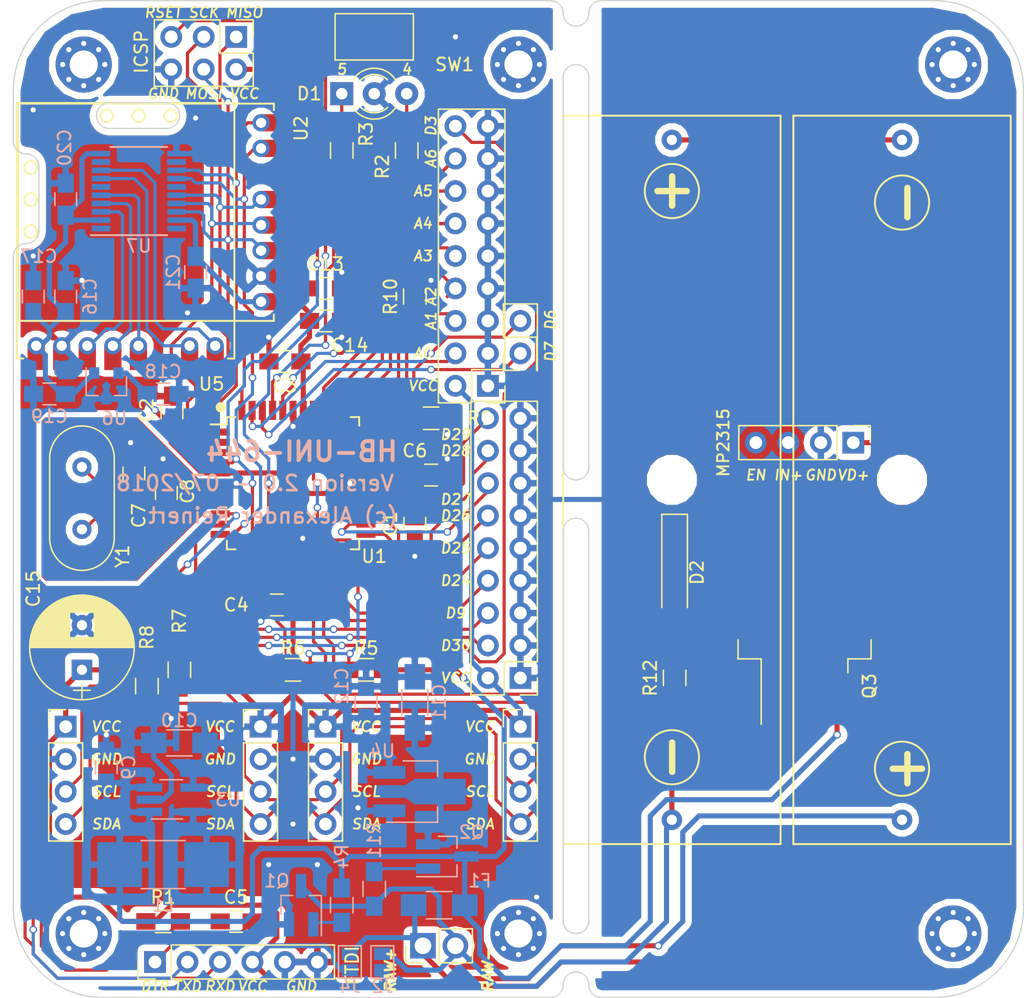
<source format=kicad_pcb>
(kicad_pcb (version 4) (host pcbnew 4.0.7)
  (title_block (title HB-UNI-644) (date 2018-06-21) (rev 2.0) (company "Alexander Reinert"))
  (layers (0 F.Cu signal) (31 B.Cu signal) (34 B.Paste user hide) (35 F.Paste user hide) (36 B.SilkS user) (37 F.SilkS user) (38 B.Mask user hide) (39 F.Mask user hide) (44 Edge.Cuts user))
  (net 0 "")
  (net 1 "Net-(BT1-Pad2)")
  (net 2 GND)
  (net 3 +3V3)
  (net 4 /DTR)
  (net 5 "Net-(C6-Pad1)")
  (net 6 "Net-(C7-Pad2)")
  (net 7 "Net-(C8-Pad1)")
  (net 8 "Net-(D1-Pad1)")
  (net 9 "Net-(D1-Pad3)")
  (net 10 /TXD)
  (net 11 /RXD)
  (net 12 /SCL)
  (net 13 /SDA)
  (net 14 "Net-(L1-Pad2)")
  (net 15 /D4)
  (net 16 /D5)
  (net 17 /A7)
  (net 18 /D31)
  (net 19 /MOSI)
  (net 20 /MISO)
  (net 21 /SCK)
  (net 22 /D2)
  (net 23 /D3)
  (net 24 /D30)
  (net 25 /D8)
  (net 26 /D9)
  (net 27 /D24)
  (net 28 /D25)
  (net 29 /D26)
  (net 30 /D27)
  (net 31 /D28)
  (net 32 /D29)
  (net 33 /A0)
  (net 34 /A1)
  (net 35 /A2)
  (net 36 /A3)
  (net 37 /A4)
  (net 38 /A5)
  (net 39 /A6)
  (net 40 /D6)
  (net 41 /D7)
  (net 42 /SS)
  (net 43 "Net-(U2-Pad6)")
  (net 44 /RSET)
  (net 45 /RAW+)
  (net 46 /RAW-)
  (net 47 "Net-(Q1-Pad1)")
  (net 48 "Net-(D2-Pad2)")
  (net 49 /RAW+FUSE)
  (net 50 "Net-(C11-Pad1)")
  (net 51 "Net-(D2-Pad1)")
  (net 52 "Net-(Q2-Pad1)")
  (net 53 VCC)
  (net 54 "Net-(U5-Pad8)")
  (net 55 "Net-(U5-Pad3)")
  (net 56 "Net-(U5-Pad4)")
  (net 57 "Net-(U5-Pad5)")
  (net 58 "Net-(U5-Pad6)")
  (net 59 "Net-(U5-Pad7)")
  (net 60 "Net-(U7-Pad1)")
  (net 61 "Net-(U7-Pad6)")
  (net 62 "Net-(U7-Pad9)")
  (net 63 "Net-(U7-Pad12)")
  (net 64 "Net-(U7-Pad15)")
  (net 65 "Net-(U7-Pad20)")
  (module Resistors_SMD:R_0805_HandSoldering (layer F.Cu) (at 132.715 127 270)
    (fp_text reference R12 (at 0 1.905 270) (layer F.SilkS))
    (fp_text value 100K)
    (pad 1 smd rect (at -1.35 0 270) (size 1.5 1.3) (layers F.Cu F.Paste F.Mask) (net 48 "Net-(D2-Pad2)"))
    (pad 2 smd rect (at 1.35 0 270) (size 1.5 1.3) (layers F.Cu F.Paste F.Mask) (net 46 /RAW-))
  )
  (module Homebrew:CC1101 (layer F.Cu) (at 102.87 99.06 180)
    (fp_text reference U2 (at -0.63 15.06 270) (layer F.SilkS))
    (fp_text value CC1101)
    (pad 8 thru_hole circle (at 2.5 15.5 180) (size 1.35 1.35) (drill 0.8) (layers *.Cu *.Mask) (net 42 /SS))
    (pad 8 connect rect (at 1.5 15.5 180) (size 1.8 1.35) (layers F.Cu F.Mask) (net 42 /SS))
    (pad 1 thru_hole circle (at 2.5 1.5 180) (size 1.35 1.35) (drill 0.8) (layers *.Cu *.Mask) (net 53 VCC))
    (pad 2 thru_hole circle (at 2.5 3.5 180) (size 1.35 1.35) (drill 0.8) (layers *.Cu *.Mask) (net 2 GND))
    (pad 3 thru_hole circle (at 2.5 5.5 180) (size 1.35 1.35) (drill 0.8) (layers *.Cu *.Mask) (net 19 /MOSI))
    (pad 4 thru_hole circle (at 2.5 7.5 180) (size 1.35 1.35) (drill 0.8) (layers *.Cu *.Mask) (net 21 /SCK))
    (pad 5 thru_hole circle (at 2.5 9.5 180) (size 1.35 1.35) (drill 0.8) (layers *.Cu *.Mask) (net 20 /MISO))
    (pad 7 thru_hole circle (at 2.5 13.5 180) (size 1.35 1.35) (drill 0.8) (layers *.Cu *.Mask) (net 22 /D2))
    (pad 1 connect rect (at 1.5 1.5 180) (size 1.8 1.35) (layers F.Cu F.Mask) (net 53 VCC))
    (pad 2 connect rect (at 1.5 3.5 180) (size 1.8 1.35) (layers F.Cu F.Mask) (net 2 GND))
    (pad 3 connect rect (at 1.5 5.5 180) (size 1.8 1.35) (layers F.Cu F.Mask) (net 19 /MOSI))
    (pad 4 connect rect (at 1.5 7.5 180) (size 1.8 1.35) (layers F.Cu F.Mask) (net 21 /SCK))
    (pad 5 connect rect (at 1.5 9.5 180) (size 1.8 1.35) (layers F.Cu F.Mask) (net 20 /MISO))
    (pad 7 connect rect (at 1.5 13.5 180) (size 1.8 1.35) (layers F.Cu F.Mask) (net 22 /D2))
  )
  (module Pin_Headers:Pin_Header_Straight_1x02_Pitch2.54mm (layer F.Cu) (at 113.03 147.955 90)
    (fp_text reference J11 hide)
    (fp_text value RAW)
    (pad 1 thru_hole rect (at 0 0 90) (size 2 2) (drill 1.3) (layers *.Cu *.Mask) (net 45 /RAW+))
    (pad 2 thru_hole oval (at 0 2.54 90) (size 2 2) (drill 1.3) (layers *.Cu *.Mask) (net 46 /RAW-))
  )
  (module Homebrew:BATTERY_HOLDER_GOOBAY_AA (layer F.Cu) (at 141 140 90)
    (fp_text reference BT2 hide)
    (fp_text value AA)
    (fp_text user + (at 51.1 -8.7 90) (layer F.SilkS) (effects (font (size 3 3) (thickness 0.5))))
    (fp_text user - (at 6.8 -8.7 90) (layer F.SilkS) (effects (font (size 3 3) (thickness 0.5))))
    (pad 2 thru_hole circle (at 1.9 -8.5 90) (size 1.6 1.6) (drill 0.8) (layers *.Cu *.Mask) (net 46 /RAW-))
    (pad 1 thru_hole circle (at 55.1 -8.5 90) (size 1.6 1.6) (drill 0.8) (layers *.Cu *.Mask) (net 1 "Net-(BT1-Pad2)"))
    (pad "" np_thru_hole circle (at 28.5 -8.5 90) (size 2.9 2.9) (drill 2.9) (layers *.Cu *.Mask))
  )
  (module Homebrew:BATTERY_HOLDER_GOOBAY_AA (layer F.Cu) (at 142 83 270)
    (fp_text reference BT1 hide)
    (fp_text value AA)
    (fp_text user + (at 51.1 -8.7 270) (layer F.SilkS) (effects (font (size 3 3) (thickness 0.5))))
    (fp_text user - (at 6.8 -8.7 270) (layer F.SilkS) (effects (font (size 3 3) (thickness 0.5))))
    (pad 2 thru_hole circle (at 1.9 -8.5 270) (size 1.6 1.6) (drill 0.8) (layers *.Cu *.Mask) (net 1 "Net-(BT1-Pad2)"))
    (pad 1 thru_hole circle (at 55.1 -8.5 270) (size 1.6 1.6) (drill 0.8) (layers *.Cu *.Mask) (net 45 /RAW+))
    (pad "" np_thru_hole circle (at 28.5 -8.5 270) (size 2.9 2.9) (drill 2.9) (layers *.Cu *.Mask))
  )
  (module Resistors_SMD:R_0805_HandSoldering (layer F.Cu) (at 102.87 126.365)
    (fp_text reference R6 (at 0 -1.7) (layer F.SilkS))
    (fp_text value 100K)
    (pad 1 smd rect (at -1.35 0) (size 1.5 1.3) (layers F.Cu F.Paste F.Mask) (net 18 /D31))
    (pad 2 smd rect (at 1.35 0) (size 1.5 1.3) (layers F.Cu F.Paste F.Mask) (net 17 /A7))
  )
  (module Capacitors_SMD:C_0805_HandSoldering (layer F.Cu) (at 112.395 114.935 90)
    (fp_text reference C1 (at 0 -1.905 90) (layer F.SilkS))
    (fp_text value 10nF)
    (pad 1 smd rect (at -1.25 0 90) (size 1.5 1.25) (layers F.Cu F.Paste F.Mask) (net 2 GND))
    (pad 2 smd rect (at 1.25 0 90) (size 1.5 1.25) (layers F.Cu F.Paste F.Mask) (net 53 VCC))
  )
  (module Capacitors_SMD:C_0805_HandSoldering (layer F.Cu) (at 93.4 106.2 270)
    (fp_text reference C2 (at -0.155 1.96 270) (layer F.SilkS))
    (fp_text value 10nF)
    (pad 1 smd rect (at -1.25 0 270) (size 1.5 1.25) (layers F.Cu F.Paste F.Mask) (net 2 GND))
    (pad 2 smd rect (at 1.25 0 270) (size 1.5 1.25) (layers F.Cu F.Paste F.Mask) (net 53 VCC))
  )
  (module Capacitors_SMD:C_0805_HandSoldering (layer F.Cu) (at 102.235 102.235)
    (fp_text reference C3 (at 0 1.905) (layer F.SilkS))
    (fp_text value 10nF)
    (pad 1 smd rect (at -1.25 0) (size 1.5 1.25) (layers F.Cu F.Paste F.Mask) (net 2 GND))
    (pad 2 smd rect (at 1.25 0) (size 1.5 1.25) (layers F.Cu F.Paste F.Mask) (net 53 VCC))
  )
  (module Capacitors_SMD:C_0805_HandSoldering (layer F.Cu) (at 101.6 121.285)
    (fp_text reference C4 (at -3.175 0) (layer F.SilkS))
    (fp_text value 10nF)
    (pad 1 smd rect (at -1.25 0) (size 1.5 1.25) (layers F.Cu F.Paste F.Mask) (net 2 GND))
    (pad 2 smd rect (at 1.25 0) (size 1.5 1.25) (layers F.Cu F.Paste F.Mask) (net 53 VCC))
  )
  (module Capacitors_SMD:C_0805_HandSoldering (layer F.Cu) (at 98.425 146.05 180)
    (fp_text reference C5 (at 0 1.905 180) (layer F.SilkS))
    (fp_text value 10nF)
    (pad 1 smd rect (at -1.25 0 180) (size 1.5 1.25) (layers F.Cu F.Paste F.Mask) (net 4 /DTR))
    (pad 2 smd rect (at 1.25 0 180) (size 1.5 1.25) (layers F.Cu F.Paste F.Mask) (net 44 /RSET))
  )
  (module Capacitors_SMD:C_0805_HandSoldering (layer F.Cu) (at 113.665 111.125)
    (fp_text reference C6 (at -1.27 -1.905) (layer F.SilkS))
    (fp_text value 10nF)
    (pad 1 smd rect (at -1.25 0) (size 1.5 1.25) (layers F.Cu F.Paste F.Mask) (net 5 "Net-(C6-Pad1)"))
    (pad 2 smd rect (at 1.25 0) (size 1.5 1.25) (layers F.Cu F.Paste F.Mask) (net 2 GND))
  )
  (module Capacitors_SMD:C_0805_HandSoldering (layer F.Cu) (at 90.424 110.998 270)
    (fp_text reference C7 (at 3.302 -0.381 270) (layer F.SilkS))
    (fp_text value 22pF)
    (pad 1 smd rect (at -1.25 0 270) (size 1.5 1.25) (layers F.Cu F.Paste F.Mask) (net 2 GND))
    (pad 2 smd rect (at 1.25 0 270) (size 1.5 1.25) (layers F.Cu F.Paste F.Mask) (net 6 "Net-(C7-Pad2)"))
  )
  (module Capacitors_SMD:C_0805_HandSoldering (layer F.Cu) (at 92.964 112.522 90)
    (fp_text reference C8 (at 0.127 1.651 90) (layer F.SilkS))
    (fp_text value 22pF)
    (pad 1 smd rect (at -1.25 0 90) (size 1.5 1.25) (layers F.Cu F.Paste F.Mask) (net 7 "Net-(C8-Pad1)"))
    (pad 2 smd rect (at 1.25 0 90) (size 1.5 1.25) (layers F.Cu F.Paste F.Mask) (net 2 GND))
  )
  (module Capacitors_SMD:C_1206_HandSoldering (layer B.Cu) (at 93.98 132.08 180)
    (fp_text reference C10 (at 0 1.75 180) (layer B.SilkS) (effects (justify mirror)))
    (fp_text value 33uF)
    (pad 1 smd rect (at -2 0 180) (size 2 1.6) (layers B.Cu B.Paste B.Mask) (net 53 VCC))
    (pad 2 smd rect (at 2 0 180) (size 2 1.6) (layers B.Cu B.Paste B.Mask) (net 2 GND))
  )
  (module LEDs:LED_D3.0mm-3 (layer F.Cu) (at 106.68 81.28)
    (fp_text reference D1 (at -2.54 0) (layer F.SilkS))
    (fp_text value LED_Dual)
    (pad 1 thru_hole rect (at 0 0) (size 1.8 1.8) (drill 0.9) (layers *.Cu *.Mask) (net 8 "Net-(D1-Pad1)"))
    (pad 2 thru_hole circle (at 2.54 0) (size 1.8 1.8) (drill 0.9) (layers *.Cu *.Mask) (net 2 GND))
    (pad 3 thru_hole circle (at 5.08 0) (size 1.8 1.8) (drill 0.9) (layers *.Cu *.Mask) (net 9 "Net-(D1-Pad3)"))
  )
  (module Pin_Headers:Pin_Header_Straight_1x06_Pitch2.54mm (layer F.Cu) (at 92.075 149.225 90)
    (fp_text reference J1 hide)
    (fp_text value FTDI)
    (pad 1 thru_hole rect (at 0 0 90) (size 1.7 1.7) (drill 1) (layers *.Cu *.Mask) (net 4 /DTR))
    (pad 2 thru_hole oval (at 0 2.54 90) (size 1.7 1.7) (drill 1) (layers *.Cu *.Mask) (net 10 /TXD))
    (pad 3 thru_hole oval (at 0 5.08 90) (size 1.7 1.7) (drill 1) (layers *.Cu *.Mask) (net 11 /RXD))
    (pad 4 thru_hole oval (at 0 7.62 90) (size 1.7 1.7) (drill 1) (layers *.Cu *.Mask) (net 53 VCC))
    (pad 5 thru_hole oval (at 0 10.16 90) (size 1.7 1.7) (drill 1) (layers *.Cu *.Mask) (net 2 GND))
    (pad 6 thru_hole oval (at 0 12.7 90) (size 1.7 1.7) (drill 1) (layers *.Cu *.Mask) (net 2 GND))
  )
  (module Connectors:GS2 (layer B.Cu) (at 109.855 149.225)
    (fp_text reference J2 (at 0 1.905 180) (layer B.SilkS) (effects (justify mirror)))
    (fp_text value GS2)
    (pad 1 smd rect (at 0 0.64) (size 1.27 0.97) (layers B.Cu B.Paste B.Mask) (net 2 GND))
    (pad 2 smd rect (at 0 -0.64) (size 1.27 0.97) (layers B.Cu B.Paste B.Mask) (net 46 /RAW-))
  )
  (module Pin_Headers:Pin_Header_Straight_1x04_Pitch2.54mm (layer F.Cu) (at 85.09 130.81)
    (fp_text reference J3 hide)
    (fp_text value I2C_1)
    (pad 1 thru_hole rect (at 0 0) (size 1.7 1.7) (drill 1) (layers *.Cu *.Mask) (net 53 VCC))
    (pad 2 thru_hole oval (at 0 2.54) (size 1.7 1.7) (drill 1) (layers *.Cu *.Mask) (net 2 GND))
    (pad 3 thru_hole oval (at 0 5.08) (size 1.7 1.7) (drill 1) (layers *.Cu *.Mask) (net 12 /SCL))
    (pad 4 thru_hole oval (at 0 7.62) (size 1.7 1.7) (drill 1) (layers *.Cu *.Mask) (net 13 /SDA))
  )
  (module Connectors:GS2 (layer B.Cu) (at 107.315 149.225)
    (fp_text reference J4 (at 0 1.905 180) (layer B.SilkS) (effects (justify mirror)))
    (fp_text value GS2)
    (pad 1 smd rect (at 0 0.64) (size 1.27 0.97) (layers B.Cu B.Paste B.Mask) (net 53 VCC))
    (pad 2 smd rect (at 0 -0.64) (size 1.27 0.97) (layers B.Cu B.Paste B.Mask) (net 45 /RAW+))
  )
  (module Pin_Headers:Pin_Header_Straight_1x04_Pitch2.54mm (layer F.Cu) (at 100.33 130.81)
    (fp_text reference J5 hide)
    (fp_text value I2C_2)
    (pad 1 thru_hole rect (at 0 0) (size 1.7 1.7) (drill 1) (layers *.Cu *.Mask) (net 53 VCC))
    (pad 2 thru_hole oval (at 0 2.54) (size 1.7 1.7) (drill 1) (layers *.Cu *.Mask) (net 2 GND))
    (pad 3 thru_hole oval (at 0 5.08) (size 1.7 1.7) (drill 1) (layers *.Cu *.Mask) (net 12 /SCL))
    (pad 4 thru_hole oval (at 0 7.62) (size 1.7 1.7) (drill 1) (layers *.Cu *.Mask) (net 13 /SDA))
  )
  (module Pin_Headers:Pin_Header_Straight_1x04_Pitch2.54mm (layer F.Cu) (at 105.41 130.81)
    (fp_text reference J6 hide)
    (fp_text value I2C_3)
    (pad 1 thru_hole rect (at 0 0) (size 1.7 1.7) (drill 1) (layers *.Cu *.Mask) (net 53 VCC))
    (pad 2 thru_hole oval (at 0 2.54) (size 1.7 1.7) (drill 1) (layers *.Cu *.Mask) (net 2 GND))
    (pad 3 thru_hole oval (at 0 5.08) (size 1.7 1.7) (drill 1) (layers *.Cu *.Mask) (net 12 /SCL))
    (pad 4 thru_hole oval (at 0 7.62) (size 1.7 1.7) (drill 1) (layers *.Cu *.Mask) (net 13 /SDA))
  )
  (module Pin_Headers:Pin_Header_Straight_1x04_Pitch2.54mm (layer F.Cu) (at 120.65 130.81)
    (fp_text reference J7 hide)
    (fp_text value I2C_4)
    (pad 1 thru_hole rect (at 0 0) (size 1.7 1.7) (drill 1) (layers *.Cu *.Mask) (net 53 VCC))
    (pad 2 thru_hole oval (at 0 2.54) (size 1.7 1.7) (drill 1) (layers *.Cu *.Mask) (net 2 GND))
    (pad 3 thru_hole oval (at 0 5.08) (size 1.7 1.7) (drill 1) (layers *.Cu *.Mask) (net 12 /SCL))
    (pad 4 thru_hole oval (at 0 7.62) (size 1.7 1.7) (drill 1) (layers *.Cu *.Mask) (net 13 /SDA))
  )
  (module TO_SOT_Packages_SMD:SOT-23_Handsoldering (layer B.Cu) (at 103.505 144.78 90)
    (fp_text reference Q1 (at 1.905 -1.905 180) (layer B.SilkS) (effects (justify mirror)))
    (fp_text value IRLML6244)
    (pad 1 smd rect (at -1.5 0.95 90) (size 1.9 0.8) (layers B.Cu B.Paste B.Mask) (net 47 "Net-(Q1-Pad1)"))
    (pad 2 smd rect (at -1.5 -0.95 90) (size 1.9 0.8) (layers B.Cu B.Paste B.Mask) (net 2 GND))
    (pad 3 smd rect (at 1.5 0 90) (size 1.9 0.8) (layers B.Cu B.Paste B.Mask) (net 46 /RAW-))
  )
  (module Resistors_SMD:R_0805_HandSoldering (layer F.Cu) (at 92.71 146.05)
    (fp_text reference R1 (at 0 -1.905) (layer F.SilkS))
    (fp_text value 10K)
    (pad 1 smd rect (at -1.35 0) (size 1.5 1.3) (layers F.Cu F.Paste F.Mask) (net 53 VCC))
    (pad 2 smd rect (at 1.35 0) (size 1.5 1.3) (layers F.Cu F.Paste F.Mask) (net 44 /RSET))
  )
  (module Resistors_SMD:R_0805_HandSoldering (layer F.Cu) (at 111.76 85.725 270)
    (fp_text reference R2 (at 1.27 1.905 270) (layer F.SilkS))
    (fp_text value 330)
    (pad 1 smd rect (at -1.35 0 270) (size 1.5 1.3) (layers F.Cu F.Paste F.Mask) (net 9 "Net-(D1-Pad3)"))
    (pad 2 smd rect (at 1.35 0 270) (size 1.5 1.3) (layers F.Cu F.Paste F.Mask) (net 15 /D4))
  )
  (module Resistors_SMD:R_0805_HandSoldering (layer F.Cu) (at 106.68 85.725 270)
    (fp_text reference R3 (at -1.27 -1.905 270) (layer F.SilkS))
    (fp_text value 330)
    (pad 1 smd rect (at -1.35 0 270) (size 1.5 1.3) (layers F.Cu F.Paste F.Mask) (net 8 "Net-(D1-Pad1)"))
    (pad 2 smd rect (at 1.35 0 270) (size 1.5 1.3) (layers F.Cu F.Paste F.Mask) (net 16 /D5))
  )
  (module Resistors_SMD:R_0805_HandSoldering (layer B.Cu) (at 106.68 144.78 90)
    (fp_text reference R4 (at 3.81 0 90) (layer B.SilkS) (effects (justify mirror)))
    (fp_text value 100K)
    (pad 1 smd rect (at -1.35 0 90) (size 1.5 1.3) (layers B.Cu B.Paste B.Mask) (net 47 "Net-(Q1-Pad1)"))
    (pad 2 smd rect (at 1.35 0 90) (size 1.5 1.3) (layers B.Cu B.Paste B.Mask) (net 49 /RAW+FUSE))
  )
  (module Resistors_SMD:R_0805_HandSoldering (layer F.Cu) (at 108.585 126.365)
    (fp_text reference R5 (at 0 -1.7) (layer F.SilkS))
    (fp_text value 470K)
    (pad 1 smd rect (at -1.35 0) (size 1.5 1.3) (layers F.Cu F.Paste F.Mask) (net 17 /A7))
    (pad 2 smd rect (at 1.35 0) (size 1.5 1.3) (layers F.Cu F.Paste F.Mask) (net 49 /RAW+FUSE))
  )
  (module Resistors_SMD:R_0805_HandSoldering (layer F.Cu) (at 93.98 126.365 270)
    (fp_text reference R7 (at -3.81 0 270) (layer F.SilkS))
    (fp_text value 10K)
    (pad 1 smd rect (at -1.35 0 270) (size 1.5 1.3) (layers F.Cu F.Paste F.Mask) (net 53 VCC))
    (pad 2 smd rect (at 1.35 0 270) (size 1.5 1.3) (layers F.Cu F.Paste F.Mask) (net 12 /SCL))
  )
  (module Resistors_SMD:R_0805_HandSoldering (layer F.Cu) (at 91.44 127.635 270)
    (fp_text reference R8 (at -3.81 0 270) (layer F.SilkS))
    (fp_text value 10K)
    (pad 1 smd rect (at -1.35 0 270) (size 1.5 1.3) (layers F.Cu F.Paste F.Mask) (net 53 VCC))
    (pad 2 smd rect (at 1.35 0 270) (size 1.5 1.3) (layers F.Cu F.Paste F.Mask) (net 13 /SDA))
  )
  (module Housings_QFP:TQFP-44_10x10mm_Pitch0.8mm (layer F.Cu) (at 102.87 111.76)
    (fp_text reference U1 (at 6.35 5.715) (layer F.SilkS))
    (fp_text value ATMEGA644PA-AU)
    (pad 1 smd rect (at -5.7 -4) (size 1.5 0.55) (layers F.Cu F.Paste F.Mask) (net 19 /MOSI))
    (pad 2 smd rect (at -5.7 -3.2) (size 1.5 0.55) (layers F.Cu F.Paste F.Mask) (net 20 /MISO))
    (pad 3 smd rect (at -5.7 -2.4) (size 1.5 0.55) (layers F.Cu F.Paste F.Mask) (net 21 /SCK))
    (pad 4 smd rect (at -5.7 -1.6) (size 1.5 0.55) (layers F.Cu F.Paste F.Mask) (net 44 /RSET))
    (pad 5 smd rect (at -5.7 -0.8) (size 1.5 0.55) (layers F.Cu F.Paste F.Mask) (net 53 VCC))
    (pad 6 smd rect (at -5.7 0) (size 1.5 0.55) (layers F.Cu F.Paste F.Mask) (net 2 GND))
    (pad 7 smd rect (at -5.7 0.8) (size 1.5 0.55) (layers F.Cu F.Paste F.Mask) (net 6 "Net-(C7-Pad2)"))
    (pad 8 smd rect (at -5.7 1.6) (size 1.5 0.55) (layers F.Cu F.Paste F.Mask) (net 7 "Net-(C8-Pad1)"))
    (pad 9 smd rect (at -5.7 2.4) (size 1.5 0.55) (layers F.Cu F.Paste F.Mask) (net 11 /RXD))
    (pad 10 smd rect (at -5.7 3.2) (size 1.5 0.55) (layers F.Cu F.Paste F.Mask) (net 10 /TXD))
    (pad 11 smd rect (at -5.7 4) (size 1.5 0.55) (layers F.Cu F.Paste F.Mask) (net 22 /D2))
    (pad 12 smd rect (at -4 5.7 90) (size 1.5 0.55) (layers F.Cu F.Paste F.Mask) (net 23 /D3))
    (pad 13 smd rect (at -3.2 5.7 90) (size 1.5 0.55) (layers F.Cu F.Paste F.Mask) (net 24 /D30))
    (pad 14 smd rect (at -2.4 5.7 90) (size 1.5 0.55) (layers F.Cu F.Paste F.Mask) (net 25 /D8))
    (pad 15 smd rect (at -1.6 5.7 90) (size 1.5 0.55) (layers F.Cu F.Paste F.Mask) (net 26 /D9))
    (pad 16 smd rect (at -0.8 5.7 90) (size 1.5 0.55) (layers F.Cu F.Paste F.Mask) (net 18 /D31))
    (pad 17 smd rect (at 0 5.7 90) (size 1.5 0.55) (layers F.Cu F.Paste F.Mask) (net 53 VCC))
    (pad 18 smd rect (at 0.8 5.7 90) (size 1.5 0.55) (layers F.Cu F.Paste F.Mask) (net 2 GND))
    (pad 19 smd rect (at 1.6 5.7 90) (size 1.5 0.55) (layers F.Cu F.Paste F.Mask) (net 12 /SCL))
    (pad 20 smd rect (at 2.4 5.7 90) (size 1.5 0.55) (layers F.Cu F.Paste F.Mask) (net 13 /SDA))
    (pad 21 smd rect (at 3.2 5.7 90) (size 1.5 0.55) (layers F.Cu F.Paste F.Mask) (net 27 /D24))
    (pad 22 smd rect (at 4 5.7 90) (size 1.5 0.55) (layers F.Cu F.Paste F.Mask) (net 28 /D25))
    (pad 23 smd rect (at 5.7 4) (size 1.5 0.55) (layers F.Cu F.Paste F.Mask) (net 29 /D26))
    (pad 24 smd rect (at 5.7 3.2) (size 1.5 0.55) (layers F.Cu F.Paste F.Mask) (net 30 /D27))
    (pad 25 smd rect (at 5.7 2.4) (size 1.5 0.55) (layers F.Cu F.Paste F.Mask) (net 31 /D28))
    (pad 26 smd rect (at 5.7 1.6) (size 1.5 0.55) (layers F.Cu F.Paste F.Mask) (net 32 /D29))
    (pad 27 smd rect (at 5.7 0.8) (size 1.5 0.55) (layers F.Cu F.Paste F.Mask) (net 53 VCC))
    (pad 28 smd rect (at 5.7 0) (size 1.5 0.55) (layers F.Cu F.Paste F.Mask) (net 2 GND))
    (pad 29 smd rect (at 5.7 -0.8) (size 1.5 0.55) (layers F.Cu F.Paste F.Mask) (net 5 "Net-(C6-Pad1)"))
    (pad 30 smd rect (at 5.7 -1.6) (size 1.5 0.55) (layers F.Cu F.Paste F.Mask) (net 33 /A0))
    (pad 31 smd rect (at 5.7 -2.4) (size 1.5 0.55) (layers F.Cu F.Paste F.Mask) (net 34 /A1))
    (pad 32 smd rect (at 5.7 -3.2) (size 1.5 0.55) (layers F.Cu F.Paste F.Mask) (net 35 /A2))
    (pad 33 smd rect (at 5.7 -4) (size 1.5 0.55) (layers F.Cu F.Paste F.Mask) (net 36 /A3))
    (pad 34 smd rect (at 4 -5.7 90) (size 1.5 0.55) (layers F.Cu F.Paste F.Mask) (net 37 /A4))
    (pad 35 smd rect (at 3.2 -5.7 90) (size 1.5 0.55) (layers F.Cu F.Paste F.Mask) (net 38 /A5))
    (pad 36 smd rect (at 2.4 -5.7 90) (size 1.5 0.55) (layers F.Cu F.Paste F.Mask) (net 39 /A6))
    (pad 37 smd rect (at 1.6 -5.7 90) (size 1.5 0.55) (layers F.Cu F.Paste F.Mask) (net 17 /A7))
    (pad 38 smd rect (at 0.8 -5.7 90) (size 1.5 0.55) (layers F.Cu F.Paste F.Mask) (net 53 VCC))
    (pad 39 smd rect (at 0 -5.7 90) (size 1.5 0.55) (layers F.Cu F.Paste F.Mask) (net 2 GND))
    (pad 40 smd rect (at -0.8 -5.7 90) (size 1.5 0.55) (layers F.Cu F.Paste F.Mask) (net 15 /D4))
    (pad 41 smd rect (at -1.6 -5.7 90) (size 1.5 0.55) (layers F.Cu F.Paste F.Mask) (net 16 /D5))
    (pad 42 smd rect (at -2.4 -5.7 90) (size 1.5 0.55) (layers F.Cu F.Paste F.Mask) (net 40 /D6))
    (pad 43 smd rect (at -3.2 -5.7 90) (size 1.5 0.55) (layers F.Cu F.Paste F.Mask) (net 41 /D7))
    (pad 44 smd rect (at -4 -5.7 90) (size 1.5 0.55) (layers F.Cu F.Paste F.Mask) (net 42 /SS))
  )
  (module TO_SOT_Packages_SMD:TSOT-23-5_HandSoldering (layer B.Cu) (at 93.345 136.525)
    (fp_text reference U3 (at 4.445 0 180) (layer B.SilkS) (effects (justify mirror)))
    (fp_text value MAX1724)
    (pad 1 smd rect (at -1.71 0.95) (size 2 0.65) (layers B.Cu B.Paste B.Mask) (net 49 /RAW+FUSE))
    (pad 2 smd rect (at -1.71 0) (size 2 0.65) (layers B.Cu B.Paste B.Mask) (net 2 GND))
    (pad 3 smd rect (at -1.71 -0.95) (size 2 0.65) (layers B.Cu B.Paste B.Mask) (net 49 /RAW+FUSE))
    (pad 4 smd rect (at 1.71 -0.95) (size 2 0.65) (layers B.Cu B.Paste B.Mask) (net 53 VCC))
    (pad 5 smd rect (at 1.71 0.95) (size 2 0.65) (layers B.Cu B.Paste B.Mask) (net 14 "Net-(L1-Pad2)"))
  )
  (module Crystals:Crystal_HC49-U_Vertical (layer F.Cu) (at 86.36 110.49 270)
    (fp_text reference Y1 (at 6.985 -3.175 270) (layer F.SilkS))
    (fp_text value 8MHz/16MHz)
    (pad 1 thru_hole circle (at 0 0 270) (size 1.5 1.5) (drill 0.8) (layers *.Cu *.Mask) (net 6 "Net-(C7-Pad2)"))
    (pad 2 thru_hole circle (at 4.88 0 270) (size 1.5 1.5) (drill 0.8) (layers *.Cu *.Mask) (net 7 "Net-(C8-Pad1)"))
  )
  (module Pin_Headers:Pin_Header_Straight_2x03_Pitch2.54mm (layer F.Cu) (at 98.425 76.835 270)
    (fp_text reference J10 hide)
    (fp_text value ICSP)
    (pad 1 thru_hole rect (at 0 0 270) (size 1.7 1.7) (drill 1) (layers *.Cu *.Mask) (net 20 /MISO))
    (pad 2 thru_hole oval (at 2.54 0 270) (size 1.7 1.7) (drill 1) (layers *.Cu *.Mask) (net 53 VCC))
    (pad 3 thru_hole oval (at 0 2.54 270) (size 1.7 1.7) (drill 1) (layers *.Cu *.Mask) (net 21 /SCK))
    (pad 4 thru_hole oval (at 2.54 2.54 270) (size 1.7 1.7) (drill 1) (layers *.Cu *.Mask) (net 19 /MOSI))
    (pad 5 thru_hole oval (at 0 5.08 270) (size 1.7 1.7) (drill 1) (layers *.Cu *.Mask) (net 44 /RSET))
    (pad 6 thru_hole oval (at 2.54 5.08 270) (size 1.7 1.7) (drill 1) (layers *.Cu *.Mask) (net 2 GND))
  )
  (module Resistors_SMD:R_0805_HandSoldering (layer F.Cu) (at 113.665 106.68 180)
    (fp_text reference R9 (at -3.81 0 180) (layer F.SilkS))
    (fp_text value 10K)
    (pad 1 smd rect (at -1.35 0 180) (size 1.5 1.3) (layers F.Cu F.Paste F.Mask) (net 2 GND))
    (pad 2 smd rect (at 1.35 0 180) (size 1.5 1.3) (layers F.Cu F.Paste F.Mask) (net 33 /A0))
  )
  (module Resistors_SMD:R_0805_HandSoldering (layer F.Cu) (at 112.395 97.155 270)
    (fp_text reference R10 (at 0 1.905 270) (layer F.SilkS))
    (fp_text value 10K)
    (pad 1 smd rect (at -1.35 0 270) (size 1.5 1.3) (layers F.Cu F.Paste F.Mask) (net 2 GND))
    (pad 2 smd rect (at 1.35 0 270) (size 1.5 1.3) (layers F.Cu F.Paste F.Mask) (net 34 /A1))
  )
  (module Pin_Headers:Pin_Header_Straight_2x01_Pitch2.54mm (layer F.Cu) (at 120.65 101.6 90)
    (fp_text reference J13 hide)
    (fp_text value Conn_NTC)
    (pad 1 thru_hole circle (at 0 0 90) (size 1.7 1.7) (drill 1) (layers *.Cu *.Mask) (net 40 /D6))
    (pad 2 thru_hole oval (at 2.54 0 90) (size 1.7 1.7) (drill 1) (layers *.Cu *.Mask) (net 41 /D7))
  )
  (module Capacitors_SMD:C_1206_HandSoldering (layer B.Cu) (at 112.395 128.905 90)
    (fp_text reference C11 (at 0 1.905 90) (layer B.SilkS) (effects (justify mirror)))
    (fp_text value "10uF 50V")
    (pad 1 smd rect (at -2 0 90) (size 2 1.6) (layers B.Cu B.Paste B.Mask) (net 50 "Net-(C11-Pad1)"))
    (pad 2 smd rect (at 2 0 90) (size 2 1.6) (layers B.Cu B.Paste B.Mask) (net 2 GND))
  )
  (module Capacitors_SMD:C_0805_HandSoldering (layer F.Cu) (at 105.41 96.52 180)
    (fp_text reference C13 (at 0 1.905 180) (layer F.SilkS))
    (fp_text value 10uF)
    (pad 1 smd rect (at -1.25 0 180) (size 1.5 1.25) (layers F.Cu F.Paste F.Mask) (net 2 GND))
    (pad 2 smd rect (at 1.25 0 180) (size 1.5 1.25) (layers F.Cu F.Paste F.Mask) (net 53 VCC))
  )
  (module Capacitors_SMD:C_0805_HandSoldering (layer F.Cu) (at 105.41 99.06 180)
    (fp_text reference C14 (at -1.905 -1.905 180) (layer F.SilkS))
    (fp_text value 10nF)
    (pad 1 smd rect (at -1.25 0 180) (size 1.5 1.25) (layers F.Cu F.Paste F.Mask) (net 2 GND))
    (pad 2 smd rect (at 1.25 0 180) (size 1.5 1.25) (layers F.Cu F.Paste F.Mask) (net 53 VCC))
  )
  (module Inductors_SMD:L_1812_HandSoldering (layer B.Cu) (at 92.71 141.605)
    (fp_text reference L1 (at 0 3.17) (layer B.SilkS) (effects (justify mirror)))
    (fp_text value " LQH43CN100K03L")
    (pad 1 smd rect (at -3.4 0) (size 3.5 3.5) (layers B.Cu B.Paste B.Mask) (net 49 /RAW+FUSE))
    (pad 2 smd rect (at 3.4 0) (size 3.5 3.5) (layers B.Cu B.Paste B.Mask) (net 14 "Net-(L1-Pad2)"))
  )
  (module Buttons_Switches_SMD:SW_SPST_FSMSM (layer F.Cu) (at 109.22 76.835)
    (fp_text reference SW1 (at 6.28 2.165) (layer F.SilkS))
    (fp_text value CONFIG)
    (pad 1 smd rect (at -4.59 0) (size 2.18 1.6) (layers F.Cu F.Paste F.Mask) (net 25 /D8))
    (pad 2 smd rect (at 4.59 0) (size 2.18 1.6) (layers F.Cu F.Paste F.Mask) (net 2 GND))
  )
  (module TO_SOT_Packages_SMD:SOT-89-3_Handsoldering (layer B.Cu) (at 112.395 135.89)
    (fp_text reference U4 (at -2.54 -3.175) (layer B.SilkS) (effects (justify mirror)))
    (fp_text value HT7533-1)
    (pad 1 smd rect (at -1.98 1.5 90) (size 1 2.5) (layers B.Cu B.Paste B.Mask) (net 2 GND))
    (pad 2 smd rect (at -1.98 0 90) (size 1 2.5) (layers B.Cu B.Paste B.Mask) (net 50 "Net-(C11-Pad1)"))
    (pad 3 smd rect (at -1.98 -1.5 90) (size 1 2.5) (layers B.Cu B.Paste B.Mask) (net 53 VCC))
    (pad 2 smd rect (at 1.98 0 90) (size 2 4) (layers B.Cu B.Paste B.Mask) (net 50 "Net-(C11-Pad1)"))
    (pad 2 smd trapezoid (at -0.37 0 270) (size 1.5 0.75) (rect_delta 0 -0.5) (layers B.Cu B.Paste B.Mask) (net 50 "Net-(C11-Pad1)"))
  )
  (module Capacitors_THT:CP_Radial_D8.0mm_P3.50mm (layer F.Cu) (at 86.36 126.365 90)
    (fp_text reference C15 (at 6.35 -3.81 90) (layer F.SilkS))
    (fp_text value 1000uF)
    (pad 1 thru_hole rect (at 0 0 90) (size 1.6 1.6) (drill 0.8) (layers *.Cu *.Mask) (net 53 VCC))
    (pad 2 thru_hole circle (at 3.5 0 90) (size 1.6 1.6) (drill 0.8) (layers *.Cu *.Mask) (net 2 GND))
  )
  (module Pin_Headers:Pin_Header_Straight_2x09_Pitch2.54mm (layer F.Cu) (at 118.11 104.14 180)
    (fp_text reference J8 hide)
    (fp_text value Conn_A)
    (pad 1 thru_hole rect (at 0 0 180) (size 1.7 1.7) (drill 1) (layers *.Cu *.Mask) (net 2 GND))
    (pad 2 thru_hole oval (at 2.54 0 180) (size 1.7 1.7) (drill 1) (layers *.Cu *.Mask) (net 53 VCC))
    (pad 3 thru_hole oval (at 0 2.54 180) (size 1.7 1.7) (drill 1) (layers *.Cu *.Mask) (net 2 GND))
    (pad 4 thru_hole oval (at 2.54 2.54 180) (size 1.7 1.7) (drill 1) (layers *.Cu *.Mask) (net 33 /A0))
    (pad 5 thru_hole oval (at 0 5.08 180) (size 1.7 1.7) (drill 1) (layers *.Cu *.Mask) (net 2 GND))
    (pad 6 thru_hole oval (at 2.54 5.08 180) (size 1.7 1.7) (drill 1) (layers *.Cu *.Mask) (net 34 /A1))
    (pad 7 thru_hole oval (at 0 7.62 180) (size 1.7 1.7) (drill 1) (layers *.Cu *.Mask) (net 2 GND))
    (pad 8 thru_hole oval (at 2.54 7.62 180) (size 1.7 1.7) (drill 1) (layers *.Cu *.Mask) (net 35 /A2))
    (pad 9 thru_hole oval (at 0 10.16 180) (size 1.7 1.7) (drill 1) (layers *.Cu *.Mask) (net 2 GND))
    (pad 10 thru_hole oval (at 2.54 10.16 180) (size 1.7 1.7) (drill 1) (layers *.Cu *.Mask) (net 36 /A3))
    (pad 11 thru_hole oval (at 0 12.7 180) (size 1.7 1.7) (drill 1) (layers *.Cu *.Mask) (net 2 GND))
    (pad 12 thru_hole oval (at 2.54 12.7 180) (size 1.7 1.7) (drill 1) (layers *.Cu *.Mask) (net 37 /A4))
    (pad 13 thru_hole oval (at 0 15.24 180) (size 1.7 1.7) (drill 1) (layers *.Cu *.Mask) (net 2 GND))
    (pad 14 thru_hole oval (at 2.54 15.24 180) (size 1.7 1.7) (drill 1) (layers *.Cu *.Mask) (net 38 /A5))
    (pad 15 thru_hole oval (at 0 17.78 180) (size 1.7 1.7) (drill 1) (layers *.Cu *.Mask) (net 2 GND))
    (pad 16 thru_hole oval (at 2.54 17.78 180) (size 1.7 1.7) (drill 1) (layers *.Cu *.Mask) (net 39 /A6))
    (pad 17 thru_hole oval (at 0 20.32 180) (size 1.7 1.7) (drill 1) (layers *.Cu *.Mask) (net 2 GND))
    (pad 18 thru_hole oval (at 2.54 20.32 180) (size 1.7 1.7) (drill 1) (layers *.Cu *.Mask) (net 23 /D3))
  )
  (module Pin_Headers:Pin_Header_Straight_2x09_Pitch2.54mm (layer F.Cu) (at 120.65 127 180)
    (fp_text reference J9 hide)
    (fp_text value Conn_B)
    (pad 1 thru_hole rect (at 0 0 180) (size 1.7 1.7) (drill 1) (layers *.Cu *.Mask) (net 2 GND))
    (pad 2 thru_hole oval (at 2.54 0 180) (size 1.7 1.7) (drill 1) (layers *.Cu *.Mask) (net 53 VCC))
    (pad 3 thru_hole oval (at 0 2.54 180) (size 1.7 1.7) (drill 1) (layers *.Cu *.Mask) (net 2 GND))
    (pad 4 thru_hole oval (at 2.54 2.54 180) (size 1.7 1.7) (drill 1) (layers *.Cu *.Mask) (net 24 /D30))
    (pad 5 thru_hole oval (at 0 5.08 180) (size 1.7 1.7) (drill 1) (layers *.Cu *.Mask) (net 2 GND))
    (pad 6 thru_hole oval (at 2.54 5.08 180) (size 1.7 1.7) (drill 1) (layers *.Cu *.Mask) (net 26 /D9))
    (pad 7 thru_hole oval (at 0 7.62 180) (size 1.7 1.7) (drill 1) (layers *.Cu *.Mask) (net 2 GND))
    (pad 8 thru_hole oval (at 2.54 7.62 180) (size 1.7 1.7) (drill 1) (layers *.Cu *.Mask) (net 27 /D24))
    (pad 9 thru_hole oval (at 0 10.16 180) (size 1.7 1.7) (drill 1) (layers *.Cu *.Mask) (net 2 GND))
    (pad 10 thru_hole oval (at 2.54 10.16 180) (size 1.7 1.7) (drill 1) (layers *.Cu *.Mask) (net 28 /D25))
    (pad 11 thru_hole oval (at 0 12.7 180) (size 1.7 1.7) (drill 1) (layers *.Cu *.Mask) (net 2 GND))
    (pad 12 thru_hole oval (at 2.54 12.7 180) (size 1.7 1.7) (drill 1) (layers *.Cu *.Mask) (net 29 /D26))
    (pad 13 thru_hole oval (at 0 15.24 180) (size 1.7 1.7) (drill 1) (layers *.Cu *.Mask) (net 2 GND))
    (pad 14 thru_hole oval (at 2.54 15.24 180) (size 1.7 1.7) (drill 1) (layers *.Cu *.Mask) (net 30 /D27))
    (pad 15 thru_hole oval (at 0 17.78 180) (size 1.7 1.7) (drill 1) (layers *.Cu *.Mask) (net 2 GND))
    (pad 16 thru_hole oval (at 2.54 17.78 180) (size 1.7 1.7) (drill 1) (layers *.Cu *.Mask) (net 31 /D28))
    (pad 17 thru_hole oval (at 0 20.32 180) (size 1.7 1.7) (drill 1) (layers *.Cu *.Mask) (net 2 GND))
    (pad 18 thru_hole oval (at 2.54 20.32 180) (size 1.7 1.7) (drill 1) (layers *.Cu *.Mask) (net 32 /D29))
  )
  (module Pin_Headers:Pin_Header_Straight_1x04_Pitch2.54mm (layer F.Cu) (at 146.685 108.585 270)
    (fp_text reference J12 hide)
    (fp_text value Conn_01x04)
    (pad 1 thru_hole rect (at 0 0 270) (size 1.7 1.7) (drill 1) (layers *.Cu *.Mask) (net 53 VCC))
    (pad 2 thru_hole oval (at 0 2.54 270) (size 1.7 1.7) (drill 1) (layers *.Cu *.Mask) (net 2 GND))
    (pad 3 thru_hole oval (at 0 5.08 270) (size 1.7 1.7) (drill 1) (layers *.Cu *.Mask) (net 51 "Net-(D2-Pad1)"))
    (pad 4 thru_hole oval (at 0 7.62 270) (size 1.7 1.7) (drill 1) (layers *.Cu *.Mask) (net 51 "Net-(D2-Pad1)"))
  )
  (module Resistors_SMD:R_1206_HandSoldering (layer B.Cu) (at 114.3 144.78 180)
    (fp_text reference F1 (at -3.175 1.905 180) (layer B.SilkS) (effects (justify mirror)))
    (fp_text value *)
    (pad 1 smd rect (at -2 0 180) (size 2 1.7) (layers B.Cu B.Paste B.Mask) (net 49 /RAW+FUSE))
    (pad 2 smd rect (at 2 0 180) (size 2 1.7) (layers B.Cu B.Paste B.Mask) (net 45 /RAW+))
  )
  (module TO_SOT_Packages_SMD:SOT-23_Handsoldering (layer B.Cu) (at 114.935 140.97)
    (fp_text reference Q2 (at 1.905 -1.905) (layer B.SilkS) (effects (justify mirror)))
    (fp_text value IRLML5203)
    (pad 1 smd rect (at -1.5 0.95) (size 1.9 0.8) (layers B.Cu B.Paste B.Mask) (net 52 "Net-(Q2-Pad1)"))
    (pad 2 smd rect (at -1.5 -0.95) (size 1.9 0.8) (layers B.Cu B.Paste B.Mask) (net 50 "Net-(C11-Pad1)"))
    (pad 3 smd rect (at 1.5 0) (size 1.9 0.8) (layers B.Cu B.Paste B.Mask) (net 49 /RAW+FUSE))
  )
  (module Resistors_SMD:R_0805_HandSoldering (layer B.Cu) (at 109.22 143.51 270)
    (fp_text reference R11 (at -3.81 0 270) (layer B.SilkS) (effects (justify mirror)))
    (fp_text value 100K)
    (pad 1 smd rect (at -1.35 0 270) (size 1.5 1.3) (layers B.Cu B.Paste B.Mask) (net 52 "Net-(Q2-Pad1)"))
    (pad 2 smd rect (at 1.35 0 270) (size 1.5 1.3) (layers B.Cu B.Paste B.Mask) (net 46 /RAW-))
  )
  (module TO_SOT_Packages_SMD:TO-263-2 (layer F.Cu) (at 142.875 122.555 90)
    (fp_text reference Q3 (at -5.08 5.08 90) (layer F.SilkS))
    (fp_text value IRF4905S)
    (pad 1 smd rect (at -5.775 -2.54 90) (size 4.6 1.1) (layers F.Cu F.Paste F.Mask) (net 48 "Net-(D2-Pad2)"))
    (pad 3 smd rect (at -5.775 2.54 90) (size 4.6 1.1) (layers F.Cu F.Paste F.Mask) (net 49 /RAW+FUSE))
    (pad 2 smd rect (at 3.375 0 90) (size 9.4 10.8) (layers F.Cu F.Mask) (net 51 "Net-(D2-Pad1)"))
    (pad 2 smd rect (at 5.8 2.775 90) (size 4.55 5.25) (layers F.Cu F.Paste) (net 51 "Net-(D2-Pad1)"))
    (pad 2 smd rect (at 0.95 -2.775 90) (size 4.55 5.25) (layers F.Cu F.Paste) (net 51 "Net-(D2-Pad1)"))
    (pad 2 smd rect (at 5.8 -2.775 90) (size 4.55 5.25) (layers F.Cu F.Paste) (net 51 "Net-(D2-Pad1)"))
    (pad 2 smd rect (at 0.95 2.775 90) (size 4.55 5.25) (layers F.Cu F.Paste) (net 51 "Net-(D2-Pad1)"))
  )
  (module Diodes_SMD:D_MiniMELF_Handsoldering (layer F.Cu) (at 132.715 118.745 270)
    (fp_text reference D2 (at 0 -1.75 270) (layer F.SilkS))
    (fp_text value ZMM16)
    (pad 1 smd rect (at -2.75 0 270) (size 3.3 1.7) (layers F.Cu F.Paste F.Mask) (net 51 "Net-(D2-Pad1)"))
    (pad 2 smd rect (at 2.75 0 270) (size 3.3 1.7) (layers F.Cu F.Paste F.Mask) (net 48 "Net-(D2-Pad2)"))
  )
  (module Capacitors_SMD:C_0805_HandSoldering (layer B.Cu) (at 88.265 133.985 90)
    (fp_text reference C9 (at 0 1.75 90) (layer B.SilkS) (effects (justify mirror)))
    (fp_text value 10uF)
    (pad 1 smd rect (at -1.25 0 90) (size 1.5 1.25) (layers B.Cu B.Paste B.Mask) (net 49 /RAW+FUSE))
    (pad 2 smd rect (at 1.25 0 90) (size 1.5 1.25) (layers B.Cu B.Paste B.Mask) (net 2 GND))
  )
  (module Capacitors_SMD:C_0805_HandSoldering (layer B.Cu) (at 108.585 128.905 90)
    (fp_text reference C12 (at 1.27 -1.905 90) (layer B.SilkS) (effects (justify mirror)))
    (fp_text value 10uF)
    (pad 1 smd rect (at -1.25 0 90) (size 1.5 1.25) (layers B.Cu B.Paste B.Mask) (net 53 VCC))
    (pad 2 smd rect (at 1.25 0 90) (size 1.5 1.25) (layers B.Cu B.Paste B.Mask) (net 2 GND))
  )
  (module Homebrew:CC1101 (layer F.Cu) (at 81.28 103.505 90)
    (fp_text reference U5 (at -0.495 15.22 180) (layer F.SilkS))
    (fp_text value CC1101)
    (pad 8 thru_hole circle (at 2.5 15.5 90) (size 1.35 1.35) (drill 0.8) (layers *.Cu *.Mask) (net 54 "Net-(U5-Pad8)"))
    (pad 8 connect rect (at 1.5 15.5 90) (size 1.8 1.35) (layers F.Cu F.Mask) (net 54 "Net-(U5-Pad8)"))
    (pad 1 thru_hole circle (at 2.5 1.5 90) (size 1.35 1.35) (drill 0.8) (layers *.Cu *.Mask) (net 3 +3V3))
    (pad 2 thru_hole circle (at 2.5 3.5 90) (size 1.35 1.35) (drill 0.8) (layers *.Cu *.Mask) (net 2 GND))
    (pad 3 thru_hole circle (at 2.5 5.5 90) (size 1.35 1.35) (drill 0.8) (layers *.Cu *.Mask) (net 55 "Net-(U5-Pad3)"))
    (pad 4 thru_hole circle (at 2.5 7.5 90) (size 1.35 1.35) (drill 0.8) (layers *.Cu *.Mask) (net 56 "Net-(U5-Pad4)"))
    (pad 5 thru_hole circle (at 2.5 9.5 90) (size 1.35 1.35) (drill 0.8) (layers *.Cu *.Mask) (net 57 "Net-(U5-Pad5)"))
    (pad 7 thru_hole circle (at 2.5 13.5 90) (size 1.35 1.35) (drill 0.8) (layers *.Cu *.Mask) (net 59 "Net-(U5-Pad7)"))
    (pad 1 connect rect (at 1.5 1.5 90) (size 1.8 1.35) (layers F.Cu F.Mask) (net 3 +3V3))
    (pad 2 connect rect (at 1.5 3.5 90) (size 1.8 1.35) (layers F.Cu F.Mask) (net 2 GND))
    (pad 3 connect rect (at 1.5 5.5 90) (size 1.8 1.35) (layers F.Cu F.Mask) (net 55 "Net-(U5-Pad3)"))
    (pad 4 connect rect (at 1.5 7.5 90) (size 1.8 1.35) (layers F.Cu F.Mask) (net 56 "Net-(U5-Pad4)"))
    (pad 5 connect rect (at 1.5 9.5 90) (size 1.8 1.35) (layers F.Cu F.Mask) (net 57 "Net-(U5-Pad5)"))
    (pad 7 connect rect (at 1.5 13.5 90) (size 1.8 1.35) (layers F.Cu F.Mask) (net 59 "Net-(U5-Pad7)"))
  )
  (module Capacitors_SMD:C_0805_HandSoldering (layer B.Cu) (at 85.09 97.155 270)
    (fp_text reference C16 (at 0 -1.905 450) (layer B.SilkS) (effects (justify mirror)))
    (fp_text value 10uF)
    (pad 1 smd rect (at -1.25 0 270) (size 1.5 1.25) (layers B.Cu B.Paste B.Mask) (net 2 GND))
    (pad 2 smd rect (at 1.25 0 270) (size 1.5 1.25) (layers B.Cu B.Paste B.Mask) (net 3 +3V3))
  )
  (module Capacitors_SMD:C_0805_HandSoldering (layer B.Cu) (at 82.55 97.155 270)
    (fp_text reference C17 (at -3.155 -0.45 360) (layer B.SilkS) (effects (justify mirror)))
    (fp_text value 10nF)
    (pad 1 smd rect (at -1.25 0 270) (size 1.5 1.25) (layers B.Cu B.Paste B.Mask) (net 2 GND))
    (pad 2 smd rect (at 1.25 0 270) (size 1.5 1.25) (layers B.Cu B.Paste B.Mask) (net 3 +3V3))
  )
  (module Capacitors_SMD:C_0805_HandSoldering (layer B.Cu) (at 92.71 104.775 180)
    (fp_text reference C18 (at 0 1.75 180) (layer B.SilkS) (effects (justify mirror)))
    (fp_text value 10uF)
    (pad 1 smd rect (at -1.25 0 180) (size 1.5 1.25) (layers B.Cu B.Paste B.Mask) (net 2 GND))
    (pad 2 smd rect (at 1.25 0 180) (size 1.5 1.25) (layers B.Cu B.Paste B.Mask) (net 53 VCC))
  )
  (module Capacitors_SMD:C_0805_HandSoldering (layer B.Cu) (at 83.82 104.775)
    (fp_text reference C19 (at 0 1.75) (layer B.SilkS) (effects (justify mirror)))
    (fp_text value 10uF)
    (pad 1 smd rect (at -1.25 0) (size 1.5 1.25) (layers B.Cu B.Paste B.Mask) (net 2 GND))
    (pad 2 smd rect (at 1.25 0) (size 1.5 1.25) (layers B.Cu B.Paste B.Mask) (net 3 +3V3))
  )
  (module Capacitors_SMD:C_0805_HandSoldering (layer B.Cu) (at 85.09 89.535 270)
    (fp_text reference C20 (at -4.035 0.09 270) (layer B.SilkS) (effects (justify mirror)))
    (fp_text value 10nF)
    (pad 1 smd rect (at -1.25 0 270) (size 1.5 1.25) (layers B.Cu B.Paste B.Mask) (net 2 GND))
    (pad 2 smd rect (at 1.25 0 270) (size 1.5 1.25) (layers B.Cu B.Paste B.Mask) (net 3 +3V3))
  )
  (module Capacitors_SMD:C_0805_HandSoldering (layer B.Cu) (at 95.25 95.25 270)
    (fp_text reference C21 (at 0 1.75 270) (layer B.SilkS) (effects (justify mirror)))
    (fp_text value 10nF)
    (pad 1 smd rect (at -1.25 0 270) (size 1.5 1.25) (layers B.Cu B.Paste B.Mask) (net 53 VCC))
    (pad 2 smd rect (at 1.25 0 270) (size 1.5 1.25) (layers B.Cu B.Paste B.Mask) (net 2 GND))
  )
  (module TO_SOT_Packages_SMD:SOT-23 (layer B.Cu) (at 88.265 104.14 270)
    (fp_text reference U6 (at 2.54 -0.635 360) (layer B.SilkS) (effects (justify mirror)))
    (fp_text value LM3480-3.3)
    (pad 1 smd rect (at -1 0.95 270) (size 0.9 0.8) (layers B.Cu B.Paste B.Mask) (net 3 +3V3))
    (pad 2 smd rect (at -1 -0.95 270) (size 0.9 0.8) (layers B.Cu B.Paste B.Mask) (net 53 VCC))
    (pad 3 smd rect (at 1 0 270) (size 0.9 0.8) (layers B.Cu B.Paste B.Mask) (net 2 GND))
  )
  (module Housings_SSOP:TSSOP-20_4.4x6.5mm_Pitch0.65mm (layer B.Cu) (at 90.805 88.9)
    (fp_text reference U7 (at 0 4.3) (layer B.SilkS) (effects (justify mirror)))
    (fp_text value TXS0108EPWR)
    (pad 1 smd rect (at -2.95 2.925) (size 1.45 0.45) (layers B.Cu B.Paste B.Mask) (net 60 "Net-(U7-Pad1)"))
    (pad 2 smd rect (at -2.95 2.275) (size 1.45 0.45) (layers B.Cu B.Paste B.Mask) (net 3 +3V3))
    (pad 3 smd rect (at -2.95 1.625) (size 1.45 0.45) (layers B.Cu B.Paste B.Mask) (net 55 "Net-(U5-Pad3)"))
    (pad 4 smd rect (at -2.95 0.975) (size 1.45 0.45) (layers B.Cu B.Paste B.Mask) (net 56 "Net-(U5-Pad4)"))
    (pad 5 smd rect (at -2.95 0.325) (size 1.45 0.45) (layers B.Cu B.Paste B.Mask) (net 57 "Net-(U5-Pad5)"))
    (pad 6 smd rect (at -2.95 -0.325) (size 1.45 0.45) (layers B.Cu B.Paste B.Mask) (net 61 "Net-(U7-Pad6)"))
    (pad 7 smd rect (at -2.95 -0.975) (size 1.45 0.45) (layers B.Cu B.Paste B.Mask) (net 59 "Net-(U5-Pad7)"))
    (pad 8 smd rect (at -2.95 -1.625) (size 1.45 0.45) (layers B.Cu B.Paste B.Mask) (net 54 "Net-(U5-Pad8)"))
    (pad 9 smd rect (at -2.95 -2.275) (size 1.45 0.45) (layers B.Cu B.Paste B.Mask) (net 62 "Net-(U7-Pad9)"))
    (pad 10 smd rect (at -2.95 -2.925) (size 1.45 0.45) (layers B.Cu B.Paste B.Mask) (net 3 +3V3))
    (pad 11 smd rect (at 2.95 -2.925) (size 1.45 0.45) (layers B.Cu B.Paste B.Mask) (net 2 GND))
    (pad 12 smd rect (at 2.95 -2.275) (size 1.45 0.45) (layers B.Cu B.Paste B.Mask) (net 63 "Net-(U7-Pad12)"))
    (pad 13 smd rect (at 2.95 -1.625) (size 1.45 0.45) (layers B.Cu B.Paste B.Mask) (net 42 /SS))
    (pad 14 smd rect (at 2.95 -0.975) (size 1.45 0.45) (layers B.Cu B.Paste B.Mask) (net 22 /D2))
    (pad 15 smd rect (at 2.95 -0.325) (size 1.45 0.45) (layers B.Cu B.Paste B.Mask) (net 64 "Net-(U7-Pad15)"))
    (pad 16 smd rect (at 2.95 0.325) (size 1.45 0.45) (layers B.Cu B.Paste B.Mask) (net 20 /MISO))
    (pad 17 smd rect (at 2.95 0.975) (size 1.45 0.45) (layers B.Cu B.Paste B.Mask) (net 21 /SCK))
    (pad 18 smd rect (at 2.95 1.625) (size 1.45 0.45) (layers B.Cu B.Paste B.Mask) (net 19 /MOSI))
    (pad 19 smd rect (at 2.95 2.275) (size 1.45 0.45) (layers B.Cu B.Paste B.Mask) (net 53 VCC))
    (pad 20 smd rect (at 2.95 2.925) (size 1.45 0.45) (layers B.Cu B.Paste B.Mask) (net 65 "Net-(U7-Pad20)"))
  )
  (module Mounting_Holes:MountingHole_2.2mm_M2_Pad_Via (layer F.Cu) (at 86.5 79)
    (fp_text reference REF** hide)
    (fp_text value MountingHole_2.2mm_M2_Pad_Via)
    (pad 1 thru_hole circle (at 0 0) (size 4.4 4.4) (drill 2.2) (layers *.Cu *.Mask))
    (pad 1 thru_hole circle (at 1.65 0) (size 0.7 0.7) (drill 0.4) (layers *.Cu *.Mask))
    (pad 1 thru_hole circle (at 1.166726 1.166726) (size 0.7 0.7) (drill 0.4) (layers *.Cu *.Mask))
    (pad 1 thru_hole circle (at 0 1.65) (size 0.7 0.7) (drill 0.4) (layers *.Cu *.Mask))
    (pad 1 thru_hole circle (at -1.166726 1.166726) (size 0.7 0.7) (drill 0.4) (layers *.Cu *.Mask))
    (pad 1 thru_hole circle (at -1.65 0) (size 0.7 0.7) (drill 0.4) (layers *.Cu *.Mask))
    (pad 1 thru_hole circle (at -1.166726 -1.166726) (size 0.7 0.7) (drill 0.4) (layers *.Cu *.Mask))
    (pad 1 thru_hole circle (at 0 -1.65) (size 0.7 0.7) (drill 0.4) (layers *.Cu *.Mask))
    (pad 1 thru_hole circle (at 1.166726 -1.166726) (size 0.7 0.7) (drill 0.4) (layers *.Cu *.Mask))
  )
  (module Mounting_Holes:MountingHole_2.2mm_M2_Pad_Via (layer F.Cu) (at 120.5 79)
    (fp_text reference REF** hide)
    (fp_text value MountingHole_2.2mm_M2_Pad_Via)
    (pad 1 thru_hole circle (at 0 0) (size 4.4 4.4) (drill 2.2) (layers *.Cu *.Mask))
    (pad 1 thru_hole circle (at 1.65 0) (size 0.7 0.7) (drill 0.4) (layers *.Cu *.Mask))
    (pad 1 thru_hole circle (at 1.166726 1.166726) (size 0.7 0.7) (drill 0.4) (layers *.Cu *.Mask))
    (pad 1 thru_hole circle (at 0 1.65) (size 0.7 0.7) (drill 0.4) (layers *.Cu *.Mask))
    (pad 1 thru_hole circle (at -1.166726 1.166726) (size 0.7 0.7) (drill 0.4) (layers *.Cu *.Mask))
    (pad 1 thru_hole circle (at -1.65 0) (size 0.7 0.7) (drill 0.4) (layers *.Cu *.Mask))
    (pad 1 thru_hole circle (at -1.166726 -1.166726) (size 0.7 0.7) (drill 0.4) (layers *.Cu *.Mask))
    (pad 1 thru_hole circle (at 0 -1.65) (size 0.7 0.7) (drill 0.4) (layers *.Cu *.Mask))
    (pad 1 thru_hole circle (at 1.166726 -1.166726) (size 0.7 0.7) (drill 0.4) (layers *.Cu *.Mask))
  )
  (module Mounting_Holes:MountingHole_2.2mm_M2_Pad_Via (layer F.Cu) (at 154.5 79)
    (fp_text reference REF** hide)
    (fp_text value MountingHole_2.2mm_M2_Pad_Via)
    (pad 1 thru_hole circle (at 0 0) (size 4.4 4.4) (drill 2.2) (layers *.Cu *.Mask))
    (pad 1 thru_hole circle (at 1.65 0) (size 0.7 0.7) (drill 0.4) (layers *.Cu *.Mask))
    (pad 1 thru_hole circle (at 1.166726 1.166726) (size 0.7 0.7) (drill 0.4) (layers *.Cu *.Mask))
    (pad 1 thru_hole circle (at 0 1.65) (size 0.7 0.7) (drill 0.4) (layers *.Cu *.Mask))
    (pad 1 thru_hole circle (at -1.166726 1.166726) (size 0.7 0.7) (drill 0.4) (layers *.Cu *.Mask))
    (pad 1 thru_hole circle (at -1.65 0) (size 0.7 0.7) (drill 0.4) (layers *.Cu *.Mask))
    (pad 1 thru_hole circle (at -1.166726 -1.166726) (size 0.7 0.7) (drill 0.4) (layers *.Cu *.Mask))
    (pad 1 thru_hole circle (at 0 -1.65) (size 0.7 0.7) (drill 0.4) (layers *.Cu *.Mask))
    (pad 1 thru_hole circle (at 1.166726 -1.166726) (size 0.7 0.7) (drill 0.4) (layers *.Cu *.Mask))
  )
  (module Mounting_Holes:MountingHole_2.2mm_M2_Pad_Via (layer F.Cu) (at 86.5 147)
    (fp_text reference REF** hide)
    (fp_text value MountingHole_2.2mm_M2_Pad_Via)
    (pad 1 thru_hole circle (at 0 0) (size 4.4 4.4) (drill 2.2) (layers *.Cu *.Mask))
    (pad 1 thru_hole circle (at 1.65 0) (size 0.7 0.7) (drill 0.4) (layers *.Cu *.Mask))
    (pad 1 thru_hole circle (at 1.166726 1.166726) (size 0.7 0.7) (drill 0.4) (layers *.Cu *.Mask))
    (pad 1 thru_hole circle (at 0 1.65) (size 0.7 0.7) (drill 0.4) (layers *.Cu *.Mask))
    (pad 1 thru_hole circle (at -1.166726 1.166726) (size 0.7 0.7) (drill 0.4) (layers *.Cu *.Mask))
    (pad 1 thru_hole circle (at -1.65 0) (size 0.7 0.7) (drill 0.4) (layers *.Cu *.Mask))
    (pad 1 thru_hole circle (at -1.166726 -1.166726) (size 0.7 0.7) (drill 0.4) (layers *.Cu *.Mask))
    (pad 1 thru_hole circle (at 0 -1.65) (size 0.7 0.7) (drill 0.4) (layers *.Cu *.Mask))
    (pad 1 thru_hole circle (at 1.166726 -1.166726) (size 0.7 0.7) (drill 0.4) (layers *.Cu *.Mask))
  )
  (module Mounting_Holes:MountingHole_2.2mm_M2_Pad_Via (layer F.Cu) (at 120.5 147)
    (fp_text reference REF** hide)
    (fp_text value MountingHole_2.2mm_M2_Pad_Via)
    (pad 1 thru_hole circle (at 0 0) (size 4.4 4.4) (drill 2.2) (layers *.Cu *.Mask))
    (pad 1 thru_hole circle (at 1.65 0) (size 0.7 0.7) (drill 0.4) (layers *.Cu *.Mask))
    (pad 1 thru_hole circle (at 1.166726 1.166726) (size 0.7 0.7) (drill 0.4) (layers *.Cu *.Mask))
    (pad 1 thru_hole circle (at 0 1.65) (size 0.7 0.7) (drill 0.4) (layers *.Cu *.Mask))
    (pad 1 thru_hole circle (at -1.166726 1.166726) (size 0.7 0.7) (drill 0.4) (layers *.Cu *.Mask))
    (pad 1 thru_hole circle (at -1.65 0) (size 0.7 0.7) (drill 0.4) (layers *.Cu *.Mask))
    (pad 1 thru_hole circle (at -1.166726 -1.166726) (size 0.7 0.7) (drill 0.4) (layers *.Cu *.Mask))
    (pad 1 thru_hole circle (at 0 -1.65) (size 0.7 0.7) (drill 0.4) (layers *.Cu *.Mask))
    (pad 1 thru_hole circle (at 1.166726 -1.166726) (size 0.7 0.7) (drill 0.4) (layers *.Cu *.Mask))
  )
  (module Mounting_Holes:MountingHole_2.2mm_M2_Pad_Via (layer F.Cu) (at 154.5 147)
    (fp_text reference REF** hide)
    (fp_text value MountingHole_2.2mm_M2_Pad_Via)
    (pad 1 thru_hole circle (at 0 0) (size 4.4 4.4) (drill 2.2) (layers *.Cu *.Mask))
    (pad 1 thru_hole circle (at 1.65 0) (size 0.7 0.7) (drill 0.4) (layers *.Cu *.Mask))
    (pad 1 thru_hole circle (at 1.166726 1.166726) (size 0.7 0.7) (drill 0.4) (layers *.Cu *.Mask))
    (pad 1 thru_hole circle (at 0 1.65) (size 0.7 0.7) (drill 0.4) (layers *.Cu *.Mask))
    (pad 1 thru_hole circle (at -1.166726 1.166726) (size 0.7 0.7) (drill 0.4) (layers *.Cu *.Mask))
    (pad 1 thru_hole circle (at -1.65 0) (size 0.7 0.7) (drill 0.4) (layers *.Cu *.Mask))
    (pad 1 thru_hole circle (at -1.166726 -1.166726) (size 0.7 0.7) (drill 0.4) (layers *.Cu *.Mask))
    (pad 1 thru_hole circle (at 0 -1.65) (size 0.7 0.7) (drill 0.4) (layers *.Cu *.Mask))
    (pad 1 thru_hole circle (at 1.166726 -1.166726) (size 0.7 0.7) (drill 0.4) (layers *.Cu *.Mask))
  )
  (gr_line (start 88.5 84) (end 93 84) (angle 90) (layer Edge.Cuts) (width 0.1))
  (gr_line (start 88.5 82) (end 93 82) (angle 90) (layer Edge.Cuts) (width 0.1))
  (gr_arc (start 93 83) (end 94 83) (angle 90) (layer Edge.Cuts) (width 0.1))
  (gr_arc (start 93 83) (end 93 82) (angle 90) (layer Edge.Cuts) (width 0.1))
  (gr_arc (start 88.5 83) (end 88.5 84) (angle 90) (layer Edge.Cuts) (width 0.1))
  (gr_arc (start 88.5 83) (end 87.5 83) (angle 90) (layer Edge.Cuts) (width 0.1))
  (gr_line (start 81 94) (end 81 145) (angle 90) (layer Edge.Cuts) (width 0.1))
  (gr_line (start 81 85) (end 81 81) (angle 90) (layer Edge.Cuts) (width 0.1))
  (gr_line (start 83 87) (end 83 92) (angle 90) (layer Edge.Cuts) (width 0.1))
  (gr_arc (start 82 94) (end 81 94) (angle 90) (layer Edge.Cuts) (width 0.1))
  (gr_arc (start 82 92) (end 83 92) (angle 90) (layer Edge.Cuts) (width 0.1))
  (gr_arc (start 82 87) (end 82 86) (angle 90) (layer Edge.Cuts) (width 0.1))
  (gr_arc (start 82 85) (end 82 86) (angle 90) (layer Edge.Cuts) (width 0.1))
  (gr_line (start 124 80) (end 124 110.5) (angle 90) (layer Edge.Cuts) (width 0.1))
  (gr_line (start 126 110.5) (end 126 80) (angle 90) (layer Edge.Cuts) (width 0.1))
  (gr_line (start 124 115.5) (end 124 146) (angle 90) (layer Edge.Cuts) (width 0.1))
  (gr_line (start 126 146) (end 126 115.5) (angle 90) (layer Edge.Cuts) (width 0.1))
  (gr_line (start 88 152) (end 123 152) (angle 90) (layer Edge.Cuts) (width 0.1))
  (gr_line (start 127 152) (end 153 152) (angle 90) (layer Edge.Cuts) (width 0.1))
  (gr_line (start 123 74) (end 88 74) (angle 90) (layer Edge.Cuts) (width 0.1))
  (gr_line (start 127 74) (end 153 74) (angle 90) (layer Edge.Cuts) (width 0.1))
  (gr_arc (start 127 151) (end 127 152) (angle 90) (layer Edge.Cuts) (width 0.1))
  (gr_arc (start 125 151) (end 125 150) (angle 90) (layer Edge.Cuts) (width 0.1))
  (gr_arc (start 125 151) (end 124 151) (angle 90) (layer Edge.Cuts) (width 0.1))
  (gr_arc (start 123 151) (end 124 151) (angle 90) (layer Edge.Cuts) (width 0.1))
  (gr_arc (start 123 75) (end 123 74) (angle 90) (layer Edge.Cuts) (width 0.1))
  (gr_arc (start 125 75) (end 125 76) (angle 90) (layer Edge.Cuts) (width 0.1))
  (gr_arc (start 125 75) (end 126 75) (angle 90) (layer Edge.Cuts) (width 0.1))
  (gr_arc (start 127 75) (end 126 75) (angle 90) (layer Edge.Cuts) (width 0.1))
  (gr_line (start 160 81) (end 160 145) (angle 90) (layer Edge.Cuts) (width 0.1))
  (gr_arc (start 88 145) (end 88 152) (angle 90) (layer Edge.Cuts) (width 0.1))
  (gr_arc (start 153 145) (end 160 145) (angle 90) (layer Edge.Cuts) (width 0.1))
  (gr_arc (start 153 81) (end 153 74) (angle 90) (layer Edge.Cuts) (width 0.1))
  (gr_arc (start 88 81) (end 81 81) (angle 90) (layer Edge.Cuts) (width 0.1))
  (gr_text VCC (at 113.03 104.14) (layer F.SilkS) (effects (font (size 0.8 0.8) (thickness 0.15) italic)))
  (gr_text D29 (at 115.57 107.95) (layer F.SilkS) (effects (font (size 0.8 0.8) (thickness 0.15) italic)))
  (gr_text D28 (at 115.57 109.22) (layer F.SilkS) (effects (font (size 0.8 0.8) (thickness 0.15) italic)))
  (gr_text D27 (at 115.57 113.03) (layer F.SilkS) (effects (font (size 0.8 0.8) (thickness 0.15) italic)))
  (gr_text D26 (at 115.57 114.3) (layer F.SilkS) (effects (font (size 0.8 0.8) (thickness 0.15) italic)))
  (gr_text EN (at 139.065 111.125) (layer F.SilkS) (effects (font (size 0.8 0.8) (thickness 0.15) italic)))
  (gr_text IN+ (at 141.605 111.125) (layer F.SilkS) (effects (font (size 0.8 0.8) (thickness 0.15) italic)))
  (gr_text GND (at 144.145 111.125) (layer F.SilkS) (effects (font (size 0.8 0.8) (thickness 0.15) italic)))
  (gr_text VD+ (at 146.685 111.125) (layer F.SilkS) (effects (font (size 0.8 0.8) (thickness 0.15) italic)))
  (gr_text MP2315 (at 136.525 108.585 90) (layer F.SilkS) (effects (font (size 0.9 0.9))))
  (gr_text 4 (at 111.76 79.375) (layer F.SilkS) (effects (font (size 0.8 0.8) (thickness 0.15) italic)))
  (gr_text 5 (at 106.68 79.375) (layer F.SilkS) (effects (font (size 0.8 0.8) (thickness 0.15) italic)))
  (gr_text VCC (at 115.57 127) (layer F.SilkS) (effects (font (size 0.8 0.8) (thickness 0.15) italic)))
  (gr_text "(c) Alexander Reinert" (at 91.44 114.3) (layer B.SilkS) (effects (font (size 1.2 1.2) (thickness 0.2)) (justify right mirror)))
  (gr_text "Version 2.0 - 07/2018\n" (at 88.9 111.76) (layer B.SilkS) (effects (font (size 1.2 1.2) (thickness 0.2)) (justify right mirror)))
  (gr_text "HB-UNI-644\n\n" (at 95.885 110.49) (layer B.SilkS) (effects (font (size 1.5 1.5) (thickness 0.3)) (justify right mirror)))
  (gr_arc (start 125 115.5) (end 124 115.5) (angle 90) (layer Edge.Cuts) (width 0.1))
  (gr_arc (start 125 115.5) (end 125 114.5) (angle 90) (layer Edge.Cuts) (width 0.1))
  (gr_circle (center 97.219 105.819) (end 97.019 105.819) (layer F.SilkS) (width 0.4))
  (gr_text D30 (at 115.57 124.46) (layer F.SilkS) (effects (font (size 0.8 0.8) (thickness 0.15) italic)))
  (gr_text D9 (at 115.57 121.92) (layer F.SilkS) (effects (font (size 0.8 0.8) (thickness 0.15) italic)))
  (gr_text D24 (at 115.57 119.38) (layer F.SilkS) (effects (font (size 0.8 0.8) (thickness 0.15) italic)))
  (gr_text D25 (at 115.57 116.84) (layer F.SilkS) (effects (font (size 0.8 0.8) (thickness 0.15) italic)))
  (gr_text D7 (at 123 101.5 90) (layer F.SilkS) (effects (font (size 0.8 0.8) (thickness 0.15) italic)))
  (gr_text D6 (at 123 99 90) (layer F.SilkS) (effects (font (size 0.8 0.8) (thickness 0.15) italic)))
  (gr_text A0 (at 113.03 101.6) (layer F.SilkS) (effects (font (size 0.8 0.8) (thickness 0.15) italic)))
  (gr_text A1 (at 113.665 99.06 90) (layer F.SilkS) (effects (font (size 0.8 0.8) (thickness 0.15) italic)))
  (gr_text A2 (at 113.665 97.155 90) (layer F.SilkS) (effects (font (size 0.8 0.8) (thickness 0.15) italic)))
  (gr_text A3 (at 113.03 93.98) (layer F.SilkS) (effects (font (size 0.8 0.8) (thickness 0.15) italic)))
  (gr_text A4 (at 113.03 91.44) (layer F.SilkS) (effects (font (size 0.8 0.8) (thickness 0.15) italic)))
  (gr_text A5 (at 113.03 88.9) (layer F.SilkS) (effects (font (size 0.8 0.8) (thickness 0.15) italic)))
  (gr_text A6 (at 113.665 86.36 90) (layer F.SilkS) (effects (font (size 0.8 0.8) (thickness 0.15) italic)))
  (gr_text D3 (at 113.665 83.82 90) (layer F.SilkS) (effects (font (size 0.8 0.8) (thickness 0.15) italic)))
  (gr_text MOSI (at 95.885 81.28) (layer F.SilkS) (effects (font (size 0.8 0.8) (thickness 0.15) italic)))
  (gr_text VCC (at 99.06 81.28) (layer F.SilkS) (effects (font (size 0.8 0.8) (thickness 0.15) italic)))
  (gr_text GND (at 92.71 81.28) (layer F.SilkS) (effects (font (size 0.8 0.8) (thickness 0.15) italic)))
  (gr_text MISO (at 99.06 74.93) (layer F.SilkS) (effects (font (size 0.8 0.8) (thickness 0.15) italic)))
  (gr_text SCK (at 95.885 74.93) (layer F.SilkS) (effects (font (size 0.8 0.8) (thickness 0.15) italic)))
  (gr_text RSET (at 92.71 74.93) (layer F.SilkS) (effects (font (size 0.8 0.8) (thickness 0.15) italic)))
  (gr_text FTDI (at 107.5 149.5 90) (layer F.SilkS) (effects (font (size 1 1))))
  (gr_text VCC (at 117.475 130.81) (layer F.SilkS) (effects (font (size 0.8 0.8) (thickness 0.15) italic)))
  (gr_text GND (at 117.475 133.35) (layer F.SilkS) (effects (font (size 0.8 0.8) (thickness 0.15) italic)))
  (gr_text SCL (at 117.475 135.89) (layer F.SilkS) (effects (font (size 0.8 0.8) (thickness 0.15) italic)))
  (gr_text SDA (at 117.475 138.43) (layer F.SilkS) (effects (font (size 0.8 0.8) (thickness 0.15) italic)))
  (gr_text SDA (at 108.585 138.43) (layer F.SilkS) (effects (font (size 0.8 0.8) (thickness 0.15) italic)))
  (gr_text SCL (at 108.585 135.89) (layer F.SilkS) (effects (font (size 0.8 0.8) (thickness 0.15) italic)))
  (gr_text GND (at 108.585 133.35) (layer F.SilkS) (effects (font (size 0.8 0.8) (thickness 0.15) italic)))
  (gr_text VCC (at 108.585 130.81) (layer F.SilkS) (effects (font (size 0.8 0.8) (thickness 0.15) italic)))
  (gr_text VCC (at 97.155 130.81) (layer F.SilkS) (effects (font (size 0.8 0.8) (thickness 0.15) italic)))
  (gr_text GND (at 97.155 133.35) (layer F.SilkS) (effects (font (size 0.8 0.8) (thickness 0.15) italic)))
  (gr_text SCL (at 97.155 135.89) (layer F.SilkS) (effects (font (size 0.8 0.8) (thickness 0.15) italic)))
  (gr_text SDA (at 97.155 138.43) (layer F.SilkS) (effects (font (size 0.8 0.8) (thickness 0.15) italic)))
  (gr_text ICSP (at 91 78 90) (layer F.SilkS) (effects (font (size 1 1))))
  (gr_text RAW- (at 118.11 149.86 90) (layer F.SilkS) (effects (font (size 0.8 0.8) (thickness 0.2) italic)))
  (gr_text RAW+ (at 110.49 149.86 90) (layer F.SilkS) (effects (font (size 0.8 0.8) (thickness 0.2) italic)))
  (gr_text GND (at 103.505 151.13) (layer F.SilkS) (effects (font (size 0.8 0.8) (thickness 0.15) italic)))
  (gr_text VCC (at 99.695 151.13) (layer F.SilkS) (effects (font (size 0.8 0.8) (thickness 0.15) italic)))
  (gr_text RXD (at 97.155 151.13) (layer F.SilkS) (effects (font (size 0.8 0.8) (thickness 0.15) italic)))
  (gr_text TXD (at 94.615 151.13) (layer F.SilkS) (effects (font (size 0.8 0.8) (thickness 0.15) italic)))
  (gr_text DTR (at 92.075 151.13) (layer F.SilkS) (effects (font (size 0.8 0.8) (thickness 0.15) italic)))
  (gr_text SDA (at 88.265 138.43) (layer F.SilkS) (effects (font (size 0.8 0.8) (thickness 0.15) italic)))
  (gr_text SCL (at 88.265 135.89) (layer F.SilkS) (effects (font (size 0.8 0.8) (thickness 0.15) italic)))
  (gr_text GND (at 88.265 133.35) (layer F.SilkS) (effects (font (size 0.8 0.8) (thickness 0.15) italic)))
  (gr_text VCC (at 88.265 130.81) (layer F.SilkS) (effects (font (size 0.8 0.8) (thickness 0.15) italic)))
  (gr_arc (start 125 80) (end 125 79) (angle 90) (layer Edge.Cuts) (width 0.1))
  (gr_arc (start 125 80) (end 124 80) (angle 90) (layer Edge.Cuts) (width 0.1))
  (gr_arc (start 125 110.5) (end 125 111.5) (angle 90) (layer Edge.Cuts) (width 0.1))
  (gr_arc (start 125 110.5) (end 126 110.5) (angle 90) (layer Edge.Cuts) (width 0.1))
  (gr_arc (start 125 146) (end 126 146) (angle 90) (layer Edge.Cuts) (width 0.1))
  (gr_arc (start 125 146) (end 125 147) (angle 90) (layer Edge.Cuts) (width 0.1))
  (segment (start 132.5 84.9) (end 150.5 84.9) (width 0.4) (layer F.Cu) (net 1))
  (segment (start 82.55 95.905) (end 82.55 93.98) (width 0.4) (layer B.Cu) (net 2))
  (via (at 82.55 93.98) (size 0.6) (drill 0.4) (layers F.Cu B.Cu) (net 2))
  (segment (start 85.09 88.285) (end 85.09 82.55) (width 0.4) (layer B.Cu) (net 2))
  (via (at 82.55 82.55) (size 0.6) (drill 0.4) (layers F.Cu B.Cu) (net 2))
  (segment (start 85.09 82.55) (end 82.55 82.55) (width 0.4) (layer B.Cu) (net 2))
  (segment (start 95.25 96.5) (end 95.25 97.79) (width 0.4) (layer B.Cu) (net 2))
  (via (at 94.615 98.425) (size 0.6) (drill 0.4) (layers F.Cu B.Cu) (net 2))
  (segment (start 95.25 97.79) (end 94.615 98.425) (width 0.4) (layer B.Cu) (net 2))
  (segment (start 93.755 85.975) (end 95 85.975) (width 0.4) (layer B.Cu) (net 2))
  (segment (start 95 85.975) (end 95.25 85.725) (width 0.4) (layer B.Cu) (net 2))
  (segment (start 95.25 85.725) (end 95.25 83.185) (width 0.4) (layer B.Cu) (net 2))
  (via (at 95.25 83.185) (size 0.6) (drill 0.4) (layers F.Cu B.Cu) (net 2))
  (segment (start 85.09 95.905) (end 86.34 95.905) (width 0.4) (layer B.Cu) (net 2))
  (via (at 86.36 95.885) (size 0.6) (drill 0.4) (layers F.Cu B.Cu) (net 2))
  (segment (start 86.34 95.905) (end 86.36 95.885) (width 0.4) (layer B.Cu) (net 2))
  (segment (start 95 85.975) (end 95.25 85.725) (width 0.4) (layer B.Cu) (net 2))
  (segment (start 84.78 101.005) (end 84.78 102.005) (width 0.4) (layer F.Cu) (net 2))
  (segment (start 100.985 102.235) (end 100.985 100.35) (width 0.4) (layer F.Cu) (net 2))
  (via (at 100.965 100.33) (size 0.6) (drill 0.4) (layers F.Cu B.Cu) (net 2))
  (segment (start 100.985 100.35) (end 100.965 100.33) (width 0.4) (layer F.Cu) (net 2))
  (segment (start 100.37 95.56) (end 101.37 95.56) (width 0.4) (layer F.Cu) (net 2))
  (segment (start 120.65 114.3) (end 122.555 114.3) (width 0.4) (layer B.Cu) (net 2))
  (segment (start 122.555 114.3) (end 122.555 113.03) (width 0.4) (layer B.Cu) (net 2))
  (segment (start 90.424 109.748) (end 90.424 108.839) (width 0.4) (layer F.Cu) (net 2))
  (via (at 90.17 108.585) (size 0.6) (drill 0.4) (layers F.Cu B.Cu) (net 2))
  (segment (start 90.424 108.839) (end 90.17 108.585) (width 0.4) (layer F.Cu) (net 2))
  (segment (start 92.964 111.272) (end 92.964 110.109) (width 0.4) (layer F.Cu) (net 2))
  (via (at 92.71 109.855) (size 0.6) (drill 0.4) (layers F.Cu B.Cu) (net 2))
  (segment (start 92.964 110.109) (end 92.71 109.855) (width 0.4) (layer F.Cu) (net 2))
  (segment (start 106.66 99.06) (end 106.66 100.31) (width 0.4) (layer F.Cu) (net 2))
  (via (at 106.68 100.33) (size 0.6) (drill 0.4) (layers F.Cu B.Cu) (net 2))
  (segment (start 106.66 100.31) (end 106.68 100.33) (width 0.4) (layer F.Cu) (net 2))
  (segment (start 106.66 96.52) (end 106.66 95.27) (width 0.4) (layer F.Cu) (net 2))
  (via (at 106.68 95.25) (size 0.6) (drill 0.4) (layers F.Cu B.Cu) (net 2))
  (segment (start 106.66 95.27) (end 106.68 95.25) (width 0.4) (layer F.Cu) (net 2))
  (segment (start 88.265 132.735) (end 88.265 131.445) (width 0.4) (layer B.Cu) (net 2))
  (via (at 88.265 131.445) (size 0.6) (drill 0.4) (layers F.Cu B.Cu) (net 2))
  (segment (start 114.935 107.95) (end 114.935 106.76) (width 0.4) (layer F.Cu) (net 2))
  (via (at 114.935 107.95) (size 0.6) (drill 0.4) (layers F.Cu B.Cu) (net 2))
  (segment (start 114.935 106.76) (end 115.015 106.68) (width 0.4) (layer F.Cu) (net 2))
  (segment (start 114.915 111.125) (end 114.915 109.875) (width 0.4) (layer F.Cu) (net 2))
  (segment (start 114.915 109.875) (end 114.935 109.855) (width 0.4) (layer F.Cu) (net 2))
  (via (at 114.935 109.855) (size 0.6) (drill 0.4) (layers F.Cu B.Cu) (net 2))
  (segment (start 144.145 108.585) (end 144.145 113.03) (width 0.4) (layer B.Cu) (net 2))
  (segment (start 143.51 113.665) (end 139.065 113.665) (width 0.4) (layer B.Cu) (net 2))
  (segment (start 144.145 113.03) (end 143.51 113.665) (width 0.4) (layer B.Cu) (net 2))
  (segment (start 130.175 113.665) (end 139.065 113.665) (width 0.4) (layer B.Cu) (net 2))
  (segment (start 129.54 113.03) (end 130.175 113.665) (width 0.4) (layer B.Cu) (net 2))
  (segment (start 122.555 113.03) (end 129.54 113.03) (width 0.4) (layer B.Cu) (net 2))
  (segment (start 113.81 76.835) (end 115.57 76.835) (width 0.4) (layer F.Cu) (net 2))
  (via (at 115.57 76.835) (size 0.6) (drill 0.4) (layers F.Cu B.Cu) (net 2))
  (segment (start 120.65 114.3) (end 121.285 114.3) (width 0.4) (layer B.Cu) (net 2))
  (segment (start 104.775 141.605) (end 100.965 141.605) (width 0.4) (layer F.Cu) (net 2))
  (via (at 104.775 141.605) (size 0.6) (drill 0.4) (layers F.Cu B.Cu) (net 2))
  (via (at 100.965 141.605) (size 0.6) (drill 0.4) (layers F.Cu B.Cu) (net 2))
  (segment (start 104.775 149.225) (end 104.775 141.605) (width 0.4) (layer F.Cu) (net 2))
  (via (at 121.92 144.145) (size 0.6) (drill 0.4) (layers F.Cu B.Cu) (net 2))
  (segment (start 113.665 144.145) (end 109.22 144.145) (width 0.4) (layer F.Cu) (net 2))
  (segment (start 104.775 144.145) (end 109.22 144.145) (width 0.4) (layer F.Cu) (net 2))
  (segment (start 104.775 141.605) (end 104.775 144.145) (width 0.4) (layer F.Cu) (net 2))
  (segment (start 114.935 144.145) (end 113.665 144.145) (width 0.4) (layer F.Cu) (net 2))
  (segment (start 121.92 144.145) (end 114.935 144.145) (width 0.4) (layer F.Cu) (net 2))
  (segment (start 110.415 137.39) (end 108.18 137.39) (width 0.4) (layer B.Cu) (net 2))
  (via (at 107.95 137.16) (size 0.6) (drill 0.4) (layers F.Cu B.Cu) (net 2))
  (segment (start 108.18 137.39) (end 107.95 137.16) (width 0.4) (layer B.Cu) (net 2))
  (segment (start 95.885 123.825) (end 87.32 123.825) (width 0.4) (layer B.Cu) (net 2))
  (segment (start 87.32 123.825) (end 86.36 122.865) (width 0.4) (layer B.Cu) (net 2))
  (segment (start 99.695 126.365) (end 98.425 126.365) (width 0.4) (layer B.Cu) (net 2))
  (segment (start 102.87 126.365) (end 99.695 126.365) (width 0.4) (layer B.Cu) (net 2))
  (segment (start 102.87 133.35) (end 102.87 126.365) (width 0.4) (layer B.Cu) (net 2))
  (segment (start 98.425 126.365) (end 95.885 123.825) (width 0.4) (layer B.Cu) (net 2))
  (segment (start 102.87 133.35) (end 102.87 138.43) (width 0.4) (layer B.Cu) (net 2))
  (via (at 102.87 138.43) (size 0.6) (drill 0.4) (layers F.Cu B.Cu) (net 2))
  (segment (start 112.395 116.185) (end 112.395 117.475) (width 0.4) (layer F.Cu) (net 2))
  (via (at 112.395 117.475) (size 0.6) (drill 0.4) (layers F.Cu B.Cu) (net 2))
  (segment (start 91.98 132.08) (end 91.98 133.255) (width 0.4) (layer B.Cu) (net 2))
  (segment (start 91.98 133.255) (end 93.345 134.62) (width 0.4) (layer B.Cu) (net 2))
  (segment (start 91.98 132.08) (end 91.98 130.905) (width 0.4) (layer B.Cu) (net 2))
  (via (at 93.345 130.175) (size 0.6) (drill 0.4) (layers F.Cu B.Cu) (net 2))
  (segment (start 92.71 130.175) (end 93.345 130.175) (width 0.4) (layer B.Cu) (net 2))
  (segment (start 91.98 130.905) (end 92.71 130.175) (width 0.4) (layer B.Cu) (net 2))
  (segment (start 100.33 133.35) (end 102.87 133.35) (width 0.4) (layer B.Cu) (net 2))
  (via (at 102.87 133.35) (size 0.6) (drill 0.4) (layers F.Cu B.Cu) (net 2))
  (segment (start 102.87 133.35) (end 105.41 133.35) (width 0.4) (layer F.Cu) (net 2))
  (segment (start 91.635 136.525) (end 92.71 136.525) (width 0.4) (layer B.Cu) (net 2))
  (segment (start 92.71 136.525) (end 93.345 135.89) (width 0.4) (layer B.Cu) (net 2))
  (segment (start 93.345 135.89) (end 93.345 134.62) (width 0.4) (layer B.Cu) (net 2))
  (segment (start 92.9 109.1) (end 93.8 110) (width 0.4) (layer F.Cu) (net 2))
  (segment (start 96.16 111.76) (end 97.17 111.76) (width 0.4) (layer F.Cu) (net 2))
  (segment (start 96 111.6) (end 96.16 111.76) (width 0.4) (layer F.Cu) (net 2))
  (segment (start 95.4 111.6) (end 96 111.6) (width 0.4) (layer F.Cu) (net 2))
  (segment (start 93.8 110) (end 95.4 111.6) (width 0.4) (layer F.Cu) (net 2))
  (segment (start 88 119.2) (end 90.6 119.2) (width 0.4) (layer F.Cu) (net 2))
  (segment (start 83.4 119) (end 83.6 119.2) (width 0.4) (layer F.Cu) (net 2))
  (segment (start 83.6 119.2) (end 88 119.2) (width 0.4) (layer F.Cu) (net 2))
  (segment (start 83.4 118.8) (end 83.4 107) (width 0.4) (layer F.Cu) (net 2))
  (segment (start 83.6 106.8) (end 83.4 107) (width 0.4) (layer F.Cu) (net 2))
  (segment (start 84 106.8) (end 83.8 106.8) (width 0.4) (layer F.Cu) (net 2))
  (segment (start 90.6 106.8) (end 84 106.8) (width 0.4) (layer F.Cu) (net 2))
  (segment (start 92.9 109.1) (end 90.6 106.8) (width 0.4) (layer F.Cu) (net 2))
  (segment (start 83.8 106.8) (end 83.6 106.8) (width 0.4) (layer F.Cu) (net 2))
  (segment (start 83.4 118.8) (end 83.4 119) (width 0.4) (layer F.Cu) (net 2))
  (segment (start 95.8 114) (end 95.8 113.885002) (width 0.4) (layer F.Cu) (net 2))
  (segment (start 90.6 119.2) (end 95.8 114) (width 0.4) (layer F.Cu) (net 2))
  (segment (start 98.425 111.76) (end 97.155 111.76) (width 0.4) (layer B.Cu) (net 2))
  (segment (start 98.425 111.125) (end 98.425 111.76) (width 0.4) (layer B.Cu) (net 2))
  (via (at 98.425 111.76) (size 0.6) (drill 0.4) (layers F.Cu B.Cu) (net 2))
  (segment (start 98.425 111.76) (end 97.17 111.76) (width 0.4) (layer F.Cu) (net 2))
  (segment (start 99.695 122.555) (end 100.33 122.555) (width 0.4) (layer B.Cu) (net 2))
  (segment (start 100.35 122.535) (end 100.35 121.285) (width 0.4) (layer F.Cu) (net 2))
  (via (at 100.33 122.555) (size 0.6) (drill 0.4) (layers F.Cu B.Cu) (net 2))
  (segment (start 100.35 122.535) (end 100.33 122.555) (width 0.4) (layer F.Cu) (net 2))
  (segment (start 112.395 95.805) (end 113.585 95.805) (width 0.4) (layer F.Cu) (net 2))
  (via (at 113.665 95.885) (size 0.6) (drill 0.4) (layers F.Cu B.Cu) (net 2))
  (segment (start 113.585 95.805) (end 113.665 95.885) (width 0.4) (layer F.Cu) (net 2))
  (segment (start 103.67 117.46) (end 103.67 116.116) (width 0.4) (layer F.Cu) (net 2))
  (via (at 103.632 116.078) (size 0.6) (drill 0.4) (layers F.Cu B.Cu) (net 2))
  (segment (start 103.67 116.116) (end 103.632 116.078) (width 0.4) (layer F.Cu) (net 2))
  (segment (start 102.87 106.06) (end 102.87 107.315) (width 0.4) (layer F.Cu) (net 2))
  (via (at 102.87 107.315) (size 0.6) (drill 0.4) (layers F.Cu B.Cu) (net 2))
  (segment (start 108.57 111.76) (end 107.315 111.76) (width 0.4) (layer F.Cu) (net 2))
  (via (at 107.315 111.76) (size 0.6) (drill 0.4) (layers F.Cu B.Cu) (net 2))
  (segment (start 85.07 104.775) (end 84.775 104.775) (width 0.4) (layer B.Cu) (net 3))
  (segment (start 84.775 104.775) (end 83.5 103.5) (width 0.4) (layer B.Cu) (net 3))
  (segment (start 83.5 101.725) (end 82.78 101.005) (width 0.4) (layer B.Cu) (net 3))
  (segment (start 83.5 103.5) (end 83.5 101.725) (width 0.4) (layer B.Cu) (net 3))
  (segment (start 85.09 92.91) (end 83.82 94.18) (width 0.4) (layer B.Cu) (net 3))
  (segment (start 83.82 94.18) (end 83.82 95.32) (width 0.4) (layer B.Cu) (net 3))
  (segment (start 85.09 92.91) (end 85.09 90.785) (width 0.4) (layer B.Cu) (net 3))
  (segment (start 85.09 98.405) (end 85.07 98.405) (width 0.4) (layer B.Cu) (net 3))
  (segment (start 83.82 99.675) (end 85.09 98.405) (width 0.4) (layer B.Cu) (net 3))
  (segment (start 83.82 97.155) (end 83.82 95.32) (width 0.4) (layer B.Cu) (net 3))
  (segment (start 85.07 98.405) (end 83.82 97.155) (width 0.4) (layer B.Cu) (net 3))
  (segment (start 83.82 99.695) (end 83.82 99.675) (width 0.4) (layer B.Cu) (net 3))
  (segment (start 82.78 98.635) (end 82.55 98.405) (width 0.4) (layer B.Cu) (net 3))
  (segment (start 83.82 99.675) (end 82.55 98.405) (width 0.4) (layer B.Cu) (net 3))
  (segment (start 83.82 100.33) (end 83.82 99.695) (width 0.4) (layer B.Cu) (net 3))
  (segment (start 83.145 101.005) (end 83.82 100.33) (width 0.4) (layer B.Cu) (net 3))
  (segment (start 82.78 101.005) (end 83.145 101.005) (width 0.4) (layer B.Cu) (net 3))
  (segment (start 87.855 91.175) (end 85.48 91.175) (width 0.4) (layer B.Cu) (net 3))
  (segment (start 85.48 91.175) (end 85.09 90.785) (width 0.4) (layer B.Cu) (net 3))
  (segment (start 87.855 85.975) (end 86.745 85.975) (width 0.4) (layer B.Cu) (net 3))
  (segment (start 86.36 89.535) (end 86.36 86.995) (width 0.4) (layer B.Cu) (net 3))
  (segment (start 86.36 89.535) (end 85.11 90.785) (width 0.4) (layer B.Cu) (net 3))
  (segment (start 86.36 86.36) (end 86.36 86.995) (width 0.4) (layer B.Cu) (net 3))
  (segment (start 86.745 85.975) (end 86.36 86.36) (width 0.4) (layer B.Cu) (net 3))
  (segment (start 85.09 90.785) (end 85.11 90.785) (width 0.4) (layer B.Cu) (net 3))
  (segment (start 85.07 104.775) (end 85.68 104.775) (width 0.4) (layer B.Cu) (net 3))
  (segment (start 85.68 104.775) (end 87.315 103.14) (width 0.4) (layer B.Cu) (net 3))
  (segment (start 82.78 102.005) (end 82.78 101.005) (width 0.4) (layer F.Cu) (net 3))
  (segment (start 92.075 149.225) (end 93.98 147.32) (width 0.25) (layer F.Cu) (net 4))
  (segment (start 98.405 147.32) (end 99.675 146.05) (width 0.25) (layer F.Cu) (net 4))
  (segment (start 93.98 147.32) (end 98.405 147.32) (width 0.25) (layer F.Cu) (net 4))
  (segment (start 99.695 146.13) (end 99.775 146.05) (width 0.4) (layer F.Cu) (net 4))
  (segment (start 111.76 110.96) (end 112.25 110.96) (width 0.25) (layer F.Cu) (net 5))
  (segment (start 112.25 110.96) (end 112.395 111.105) (width 0.25) (layer F.Cu) (net 5))
  (segment (start 108.57 110.96) (end 111.76 110.96) (width 0.25) (layer F.Cu) (net 5))
  (segment (start 111.76 110.96) (end 111.945 110.96) (width 0.25) (layer F.Cu) (net 5))
  (segment (start 86.36 110.49) (end 88.265 112.395) (width 0.25) (layer F.Cu) (net 6))
  (segment (start 88.265 112.395) (end 90.277 112.395) (width 0.25) (layer F.Cu) (net 6))
  (segment (start 90.277 112.395) (end 90.424 112.248) (width 0.25) (layer F.Cu) (net 6))
  (segment (start 97.17 112.56) (end 90.736 112.56) (width 0.25) (layer F.Cu) (net 6))
  (segment (start 90.736 112.56) (end 90.424 112.248) (width 0.25) (layer F.Cu) (net 6))
  (segment (start 86.36 115.37) (end 86.56 115.37) (width 0.25) (layer F.Cu) (net 7))
  (segment (start 86.56 115.37) (end 88.265 113.665) (width 0.25) (layer F.Cu) (net 7))
  (segment (start 88.265 113.665) (end 92.857 113.665) (width 0.25) (layer F.Cu) (net 7))
  (segment (start 92.857 113.665) (end 92.964 113.772) (width 0.25) (layer F.Cu) (net 7))
  (segment (start 97.17 113.36) (end 93.376 113.36) (width 0.25) (layer F.Cu) (net 7))
  (segment (start 93.376 113.36) (end 92.964 113.772) (width 0.25) (layer F.Cu) (net 7))
  (segment (start 106.68 84.375) (end 106.68 81.28) (width 0.25) (layer F.Cu) (net 8))
  (segment (start 111.76 84.375) (end 111.76 81.28) (width 0.25) (layer F.Cu) (net 9))
  (via (at 82.55 146.685) (size 0.6) (drill 0.4) (layers F.Cu B.Cu) (net 10))
  (segment (start 94.615 149.225) (end 93.345 150.495) (width 0.25) (layer B.Cu) (net 10))
  (segment (start 84.455 150.495) (end 93.345 150.495) (width 0.25) (layer B.Cu) (net 10))
  (segment (start 82.55 148.59) (end 84.455 150.495) (width 0.25) (layer B.Cu) (net 10))
  (segment (start 82.55 148.59) (end 82.55 146.685) (width 0.25) (layer B.Cu) (net 10))
  (segment (start 92.71 120.65) (end 93.345 120.65) (width 0.25) (layer F.Cu) (net 10))
  (segment (start 95.25 118.745) (end 95.25 118.11) (width 0.25) (layer F.Cu) (net 10))
  (segment (start 93.345 120.65) (end 95.25 118.745) (width 0.25) (layer F.Cu) (net 10))
  (segment (start 82.55 140.335) (end 82.55 146.685) (width 0.25) (layer F.Cu) (net 10))
  (segment (start 82.55 123.19) (end 82.55 122.555) (width 0.25) (layer F.Cu) (net 10))
  (segment (start 84.455 120.65) (end 92.71 120.65) (width 0.25) (layer F.Cu) (net 10))
  (segment (start 82.55 122.555) (end 84.455 120.65) (width 0.25) (layer F.Cu) (net 10))
  (segment (start 82.55 123.825) (end 82.55 123.19) (width 0.25) (layer F.Cu) (net 10))
  (segment (start 82.55 129.54) (end 82.55 123.825) (width 0.25) (layer F.Cu) (net 10))
  (segment (start 95.25 116.84) (end 95.25 118.11) (width 0.25) (layer F.Cu) (net 10))
  (segment (start 95.86 114.96) (end 95.25 115.57) (width 0.25) (layer F.Cu) (net 10))
  (segment (start 97.17 114.96) (end 95.86 114.96) (width 0.25) (layer F.Cu) (net 10))
  (segment (start 95.25 116.84) (end 95.25 115.57) (width 0.25) (layer F.Cu) (net 10))
  (segment (start 82.55 130.175) (end 82.55 129.54) (width 0.25) (layer F.Cu) (net 10))
  (segment (start 82.55 130.175) (end 82.55 140.335) (width 0.25) (layer F.Cu) (net 10))
  (segment (start 81.915 147.32) (end 82.55 147.955) (width 0.25) (layer F.Cu) (net 11))
  (segment (start 92.075 120.015) (end 92.71 120.015) (width 0.25) (layer F.Cu) (net 11))
  (segment (start 94.615 118.11) (end 98.425 114.3) (width 0.25) (layer B.Cu) (net 11))
  (via (at 94.615 118.11) (size 0.6) (drill 0.4) (layers F.Cu B.Cu) (net 11))
  (segment (start 92.71 120.015) (end 94.615 118.11) (width 0.25) (layer F.Cu) (net 11))
  (segment (start 81.915 140.97) (end 81.915 146.685) (width 0.25) (layer F.Cu) (net 11))
  (segment (start 81.915 122.555) (end 81.915 121.92) (width 0.25) (layer F.Cu) (net 11))
  (segment (start 83.82 120.015) (end 92.075 120.015) (width 0.25) (layer F.Cu) (net 11))
  (segment (start 81.915 121.92) (end 83.82 120.015) (width 0.25) (layer F.Cu) (net 11))
  (segment (start 81.915 123.19) (end 81.915 122.555) (width 0.25) (layer F.Cu) (net 11))
  (segment (start 81.915 128.905) (end 81.915 123.19) (width 0.25) (layer F.Cu) (net 11))
  (segment (start 97.17 114.16) (end 98.285 114.16) (width 0.25) (layer F.Cu) (net 11))
  (via (at 98.425 114.3) (size 0.6) (drill 0.4) (layers F.Cu B.Cu) (net 11))
  (segment (start 98.285 114.16) (end 98.425 114.3) (width 0.25) (layer F.Cu) (net 11))
  (segment (start 81.915 129.54) (end 81.915 128.905) (width 0.25) (layer F.Cu) (net 11))
  (segment (start 81.915 129.54) (end 81.915 140.97) (width 0.25) (layer F.Cu) (net 11))
  (segment (start 81.915 146.685) (end 81.915 147.32) (width 0.25) (layer F.Cu) (net 11))
  (segment (start 95.885 150.495) (end 97.155 149.225) (width 0.25) (layer F.Cu) (net 11))
  (segment (start 84.455 150.495) (end 95.885 150.495) (width 0.25) (layer F.Cu) (net 11))
  (segment (start 82.55 148.59) (end 84.455 150.495) (width 0.25) (layer F.Cu) (net 11))
  (segment (start 82.55 147.955) (end 82.55 148.59) (width 0.25) (layer F.Cu) (net 11))
  (segment (start 106.68 128.905) (end 106.045 128.905) (width 0.25) (layer F.Cu) (net 12))
  (segment (start 106.68 128.905) (end 108.585 128.905) (width 0.25) (layer F.Cu) (net 12))
  (segment (start 118.11 128.905) (end 121.285 128.905) (width 0.25) (layer F.Cu) (net 12))
  (segment (start 121.92 134.62) (end 120.65 135.89) (width 0.25) (layer F.Cu) (net 12))
  (segment (start 121.92 129.54) (end 121.92 134.62) (width 0.25) (layer F.Cu) (net 12))
  (segment (start 121.285 128.905) (end 121.92 129.54) (width 0.25) (layer F.Cu) (net 12))
  (segment (start 111.76 128.905) (end 118.11 128.905) (width 0.25) (layer F.Cu) (net 12))
  (segment (start 111.76 128.905) (end 109.855 128.905) (width 0.25) (layer F.Cu) (net 12))
  (segment (start 108.585 128.905) (end 109.855 128.905) (width 0.25) (layer F.Cu) (net 12))
  (segment (start 106.045 128.905) (end 105.41 128.27) (width 0.25) (layer F.Cu) (net 12))
  (segment (start 105.41 128.27) (end 105.41 125.095) (width 0.25) (layer F.Cu) (net 12))
  (segment (start 105.41 125.095) (end 104.47 124.155) (width 0.25) (layer F.Cu) (net 12))
  (segment (start 104.47 124.155) (end 104.47 117.46) (width 0.25) (layer F.Cu) (net 12))
  (segment (start 99.06 132.08) (end 99.06 134.62) (width 0.25) (layer F.Cu) (net 12))
  (segment (start 99.06 134.62) (end 100.33 135.89) (width 0.25) (layer F.Cu) (net 12))
  (segment (start 93.98 127.715) (end 97.235 127.715) (width 0.25) (layer F.Cu) (net 12))
  (segment (start 98.425 128.905) (end 98.425 131.445) (width 0.25) (layer F.Cu) (net 12))
  (segment (start 97.235 127.715) (end 98.425 128.905) (width 0.25) (layer F.Cu) (net 12))
  (segment (start 101.6 136.525) (end 100.965 136.525) (width 0.25) (layer F.Cu) (net 12))
  (segment (start 101.6 136.525) (end 104.775 136.525) (width 0.25) (layer F.Cu) (net 12))
  (segment (start 104.775 136.525) (end 105.41 135.89) (width 0.25) (layer F.Cu) (net 12))
  (segment (start 100.965 136.525) (end 100.33 135.89) (width 0.25) (layer F.Cu) (net 12))
  (segment (start 98.425 131.445) (end 99.06 132.08) (width 0.25) (layer F.Cu) (net 12))
  (segment (start 86.36 130.81) (end 86.36 128.27) (width 0.25) (layer F.Cu) (net 12))
  (segment (start 86.995 127.635) (end 89.535 127.635) (width 0.25) (layer F.Cu) (net 12))
  (segment (start 86.36 128.27) (end 86.995 127.635) (width 0.25) (layer F.Cu) (net 12))
  (segment (start 89.535 127.635) (end 94.535 127.635) (width 0.25) (layer F.Cu) (net 12))
  (segment (start 85.09 135.89) (end 86.36 134.62) (width 0.25) (layer F.Cu) (net 12))
  (segment (start 86.36 134.62) (end 86.36 130.81) (width 0.25) (layer F.Cu) (net 12))
  (segment (start 105.41 135.89) (end 106.68 134.62) (width 0.25) (layer F.Cu) (net 12))
  (segment (start 106.68 132.08) (end 106.68 131.445) (width 0.25) (layer F.Cu) (net 12))
  (segment (start 106.68 130.81) (end 107.315 130.175) (width 0.25) (layer F.Cu) (net 12))
  (segment (start 109.855 130.175) (end 107.315 130.175) (width 0.25) (layer F.Cu) (net 12))
  (segment (start 119.38 134.62) (end 120.65 135.89) (width 0.25) (layer F.Cu) (net 12))
  (segment (start 119.38 130.81) (end 119.38 134.62) (width 0.25) (layer F.Cu) (net 12))
  (segment (start 118.745 130.175) (end 119.38 130.81) (width 0.25) (layer F.Cu) (net 12))
  (segment (start 109.855 130.175) (end 118.745 130.175) (width 0.25) (layer F.Cu) (net 12))
  (segment (start 106.68 131.445) (end 106.68 130.81) (width 0.25) (layer F.Cu) (net 12))
  (segment (start 106.68 132.715) (end 106.68 132.08) (width 0.25) (layer F.Cu) (net 12))
  (segment (start 106.68 134.62) (end 106.68 132.715) (width 0.25) (layer F.Cu) (net 12))
  (segment (start 98.425 132.715) (end 98.425 136.525) (width 0.25) (layer F.Cu) (net 13))
  (segment (start 98.425 136.525) (end 99.06 137.16) (width 0.25) (layer F.Cu) (net 13))
  (segment (start 100.33 138.43) (end 101.6 137.16) (width 0.25) (layer F.Cu) (net 13))
  (segment (start 104.14 137.16) (end 105.41 138.43) (width 0.25) (layer F.Cu) (net 13))
  (segment (start 101.6 137.16) (end 104.14 137.16) (width 0.25) (layer F.Cu) (net 13))
  (segment (start 91.44 128.985) (end 87.55 128.985) (width 0.25) (layer F.Cu) (net 13))
  (segment (start 87.55 128.985) (end 86.995 129.54) (width 0.25) (layer F.Cu) (net 13))
  (segment (start 97.79 129.54) (end 97.235 128.985) (width 0.25) (layer F.Cu) (net 13))
  (segment (start 97.235 128.985) (end 91.44 128.985) (width 0.25) (layer F.Cu) (net 13))
  (segment (start 91.36 128.905) (end 91.44 128.985) (width 0.25) (layer F.Cu) (net 13))
  (segment (start 97.79 129.54) (end 97.79 130.175) (width 0.25) (layer F.Cu) (net 13))
  (segment (start 85.09 138.43) (end 86.995 136.525) (width 0.25) (layer F.Cu) (net 13))
  (segment (start 86.995 136.525) (end 86.995 129.54) (width 0.25) (layer F.Cu) (net 13))
  (segment (start 99.06 137.16) (end 100.33 138.43) (width 0.25) (layer F.Cu) (net 13))
  (segment (start 97.79 132.08) (end 98.425 132.715) (width 0.25) (layer F.Cu) (net 13))
  (segment (start 97.79 130.175) (end 97.79 132.08) (width 0.25) (layer F.Cu) (net 13))
  (segment (start 106.68 128.27) (end 106.045 127.635) (width 0.25) (layer F.Cu) (net 13))
  (segment (start 105.27 123.685) (end 105.27 117.46) (width 0.25) (layer F.Cu) (net 13))
  (segment (start 106.045 124.46) (end 105.27 123.685) (width 0.25) (layer F.Cu) (net 13))
  (segment (start 106.045 125.095) (end 106.045 124.46) (width 0.25) (layer F.Cu) (net 13))
  (segment (start 106.045 127.635) (end 106.045 125.095) (width 0.25) (layer F.Cu) (net 13))
  (segment (start 109.855 130.81) (end 118.11 130.81) (width 0.25) (layer F.Cu) (net 13))
  (segment (start 107.315 135.89) (end 107.315 131.445) (width 0.25) (layer F.Cu) (net 13))
  (segment (start 107.315 131.445) (end 107.95 130.81) (width 0.25) (layer F.Cu) (net 13))
  (segment (start 107.95 130.81) (end 109.855 130.81) (width 0.25) (layer F.Cu) (net 13))
  (segment (start 105.41 137.795) (end 107.315 135.89) (width 0.25) (layer F.Cu) (net 13))
  (segment (start 118.745 136.525) (end 120.65 138.43) (width 0.25) (layer F.Cu) (net 13))
  (segment (start 118.745 131.445) (end 118.745 136.525) (width 0.25) (layer F.Cu) (net 13))
  (segment (start 118.11 130.81) (end 118.745 131.445) (width 0.25) (layer F.Cu) (net 13))
  (segment (start 105.41 138.43) (end 105.41 137.795) (width 0.25) (layer F.Cu) (net 13))
  (segment (start 112.395 128.27) (end 110.49 128.27) (width 0.25) (layer F.Cu) (net 13))
  (segment (start 122.555 128.905) (end 122.555 135.89) (width 0.25) (layer F.Cu) (net 13))
  (segment (start 121.92 128.27) (end 122.555 128.905) (width 0.25) (layer F.Cu) (net 13))
  (segment (start 121.92 128.27) (end 112.395 128.27) (width 0.25) (layer F.Cu) (net 13))
  (segment (start 122.555 136.525) (end 122.555 135.89) (width 0.25) (layer F.Cu) (net 13))
  (segment (start 120.65 138.43) (end 122.555 136.525) (width 0.25) (layer F.Cu) (net 13))
  (segment (start 109.22 128.27) (end 110.49 128.27) (width 0.25) (layer F.Cu) (net 13))
  (segment (start 106.68 128.27) (end 109.22 128.27) (width 0.25) (layer F.Cu) (net 13))
  (segment (start 95.055 137.475) (end 95.055 138.87) (width 0.25) (layer B.Cu) (net 14))
  (segment (start 96.11 139.29) (end 96.11 141.605) (width 0.25) (layer B.Cu) (net 14))
  (segment (start 95.885 139.065) (end 96.11 139.29) (width 0.25) (layer B.Cu) (net 14))
  (segment (start 95.25 139.065) (end 95.885 139.065) (width 0.25) (layer B.Cu) (net 14))
  (segment (start 95.055 138.87) (end 95.25 139.065) (width 0.25) (layer B.Cu) (net 14))
  (segment (start 102.07 106.06) (end 102.07 104.94) (width 0.25) (layer F.Cu) (net 15))
  (segment (start 102.87 104.14) (end 102.87 103.505) (width 0.25) (layer F.Cu) (net 15))
  (segment (start 102.07 104.94) (end 102.87 104.14) (width 0.25) (layer F.Cu) (net 15))
  (segment (start 106.045 101.6) (end 104.775 101.6) (width 0.25) (layer B.Cu) (net 15))
  (segment (start 107.95 100.33) (end 107.95 91.44) (width 0.25) (layer F.Cu) (net 15))
  (segment (start 107.95 91.44) (end 111.76 87.63) (width 0.25) (layer F.Cu) (net 15))
  (via (at 106.045 101.6) (size 0.6) (drill 0.4) (layers F.Cu B.Cu) (net 15))
  (via (at 102.87 103.505) (size 0.6) (drill 0.4) (layers F.Cu B.Cu) (net 15))
  (segment (start 106.045 101.6) (end 106.68 101.6) (width 0.25) (layer F.Cu) (net 15))
  (segment (start 106.68 101.6) (end 107.95 100.33) (width 0.25) (layer F.Cu) (net 15))
  (segment (start 104.775 101.6) (end 102.87 103.505) (width 0.25) (layer B.Cu) (net 15))
  (segment (start 111.76 87.63) (end 111.76 87.075) (width 0.25) (layer F.Cu) (net 15))
  (segment (start 106.045 94.615) (end 106.045 87.71) (width 0.25) (layer F.Cu) (net 16))
  (segment (start 106.045 87.71) (end 106.68 87.075) (width 0.25) (layer F.Cu) (net 16))
  (segment (start 105.41 95.25) (end 106.045 94.615) (width 0.25) (layer F.Cu) (net 16))
  (segment (start 104.14 100.965) (end 105.41 100.965) (width 0.25) (layer B.Cu) (net 16))
  (segment (start 105.41 100.965) (end 105.41 100.33) (width 0.25) (layer F.Cu) (net 16))
  (via (at 105.41 100.965) (size 0.6) (drill 0.4) (layers F.Cu B.Cu) (net 16))
  (segment (start 101.27 104.47) (end 101.27 103.835) (width 0.25) (layer F.Cu) (net 16))
  (segment (start 101.6 103.505) (end 104.14 100.965) (width 0.25) (layer B.Cu) (net 16))
  (via (at 101.6 103.505) (size 0.6) (drill 0.4) (layers F.Cu B.Cu) (net 16))
  (segment (start 101.27 103.835) (end 101.6 103.505) (width 0.25) (layer F.Cu) (net 16))
  (segment (start 101.27 105.08) (end 101.27 104.47) (width 0.25) (layer F.Cu) (net 16))
  (segment (start 105.41 100.33) (end 105.41 95.25) (width 0.25) (layer F.Cu) (net 16))
  (segment (start 101.27 106.06) (end 101.27 105.08) (width 0.25) (layer F.Cu) (net 16))
  (segment (start 104.775 113.665) (end 104.775 114.935) (width 0.25) (layer F.Cu) (net 17))
  (segment (start 106.045 116.205) (end 107.315 116.205) (width 0.25) (layer F.Cu) (net 17))
  (segment (start 104.775 114.935) (end 106.045 116.205) (width 0.25) (layer F.Cu) (net 17))
  (segment (start 107.315 125.095) (end 104.14 125.095) (width 0.25) (layer B.Cu) (net 17))
  (segment (start 104.22 125.175) (end 104.22 126.365) (width 0.25) (layer F.Cu) (net 17))
  (segment (start 104.14 125.095) (end 104.22 125.175) (width 0.25) (layer F.Cu) (net 17))
  (via (at 104.14 125.095) (size 0.6) (drill 0.4) (layers F.Cu B.Cu) (net 17))
  (segment (start 107.95 120.65) (end 107.95 124.46) (width 0.25) (layer B.Cu) (net 17))
  (segment (start 107.95 116.84) (end 107.315 116.205) (width 0.25) (layer F.Cu) (net 17))
  (segment (start 107.95 116.84) (end 107.95 120.65) (width 0.25) (layer F.Cu) (net 17))
  (via (at 107.95 120.65) (size 0.6) (drill 0.4) (layers F.Cu B.Cu) (net 17))
  (segment (start 107.95 124.46) (end 107.315 125.095) (width 0.25) (layer B.Cu) (net 17))
  (segment (start 107.235 125.175) (end 107.235 126.365) (width 0.25) (layer F.Cu) (net 17))
  (segment (start 107.315 125.095) (end 107.235 125.175) (width 0.25) (layer F.Cu) (net 17))
  (via (at 107.315 125.095) (size 0.6) (drill 0.4) (layers F.Cu B.Cu) (net 17))
  (segment (start 104.47 111.455) (end 104.47 106.06) (width 0.25) (layer F.Cu) (net 17))
  (via (at 104.775 113.665) (size 0.6) (drill 0.4) (layers F.Cu B.Cu) (net 17))
  (segment (start 104.775 113.665) (end 104.775 111.76) (width 0.25) (layer B.Cu) (net 17))
  (via (at 104.775 111.76) (size 0.6) (drill 0.4) (layers F.Cu B.Cu) (net 17))
  (segment (start 104.775 111.76) (end 104.47 111.455) (width 0.25) (layer F.Cu) (net 17))
  (segment (start 101.6 122.555) (end 102.235 123.19) (width 0.25) (layer F.Cu) (net 18))
  (segment (start 101.52 125.700002) (end 101.52 126.365) (width 0.25) (layer F.Cu) (net 18))
  (segment (start 102.235 124.985002) (end 101.52 125.700002) (width 0.25) (layer F.Cu) (net 18))
  (segment (start 102.235 123.19) (end 102.235 124.985002) (width 0.25) (layer F.Cu) (net 18))
  (segment (start 102.07 119.545) (end 102.07 117.46) (width 0.25) (layer F.Cu) (net 18))
  (segment (start 101.6 120.015) (end 102.07 119.545) (width 0.25) (layer F.Cu) (net 18))
  (segment (start 101.6 122.555) (end 101.6 120.015) (width 0.25) (layer F.Cu) (net 18))
  (segment (start 97.79 92.71) (end 99.695 92.71) (width 0.25) (layer B.Cu) (net 19))
  (segment (start 93.755 90.525) (end 95.605 90.525) (width 0.25) (layer B.Cu) (net 19))
  (segment (start 97.155 92.71) (end 97.79 92.71) (width 0.25) (layer B.Cu) (net 19))
  (segment (start 96.52 92.71) (end 97.155 92.71) (width 0.25) (layer B.Cu) (net 19))
  (segment (start 95.885 92.075) (end 96.52 92.71) (width 0.25) (layer B.Cu) (net 19))
  (segment (start 95.885 91.44) (end 95.885 92.075) (width 0.25) (layer B.Cu) (net 19))
  (segment (start 95.885 90.805) (end 95.885 91.44) (width 0.25) (layer B.Cu) (net 19))
  (segment (start 95.605 90.525) (end 95.885 90.805) (width 0.25) (layer B.Cu) (net 19))
  (segment (start 100.37 93.56) (end 101.37 93.56) (width 0.25) (layer F.Cu) (net 19))
  (via (at 97.79 92.71) (size 0.6) (drill 0.4) (layers F.Cu B.Cu) (net 19))
  (segment (start 100.37 93.385) (end 99.695 92.71) (width 0.25) (layer B.Cu) (net 19))
  (segment (start 100.37 93.385) (end 100.37 93.56) (width 0.25) (layer B.Cu) (net 19))
  (via (at 97.79 81.915) (size 0.6) (drill 0.4) (layers F.Cu B.Cu) (net 19))
  (segment (start 97.155 81.28) (end 95.885 80.01) (width 0.25) (layer B.Cu) (net 19))
  (segment (start 97.79 92.71) (end 97.79 81.915) (width 0.25) (layer F.Cu) (net 19))
  (segment (start 97.79 81.915) (end 97.155 81.28) (width 0.25) (layer B.Cu) (net 19))
  (segment (start 98.425 100.33) (end 98.425 99.695) (width 0.25) (layer F.Cu) (net 19))
  (segment (start 98.425 99.695) (end 97.79 99.06) (width 0.25) (layer F.Cu) (net 19))
  (segment (start 98.425 101.6) (end 98.425 100.33) (width 0.25) (layer F.Cu) (net 19))
  (segment (start 97.79 93.345) (end 97.79 92.71) (width 0.25) (layer F.Cu) (net 19))
  (segment (start 95.885 80.01) (end 95.885 79.375) (width 0.25) (layer B.Cu) (net 19))
  (segment (start 95.885 106.68) (end 97.79 104.775) (width 0.25) (layer F.Cu) (net 19))
  (segment (start 95.885 107.315) (end 95.885 106.68) (width 0.25) (layer F.Cu) (net 19))
  (segment (start 96.33 107.76) (end 95.885 107.315) (width 0.25) (layer F.Cu) (net 19))
  (segment (start 97.17 107.76) (end 96.33 107.76) (width 0.25) (layer F.Cu) (net 19))
  (segment (start 97.79 99.06) (end 97.79 93.345) (width 0.25) (layer F.Cu) (net 19))
  (segment (start 98.425 104.14) (end 98.425 101.6) (width 0.25) (layer F.Cu) (net 19))
  (segment (start 97.79 104.775) (end 98.425 104.14) (width 0.25) (layer F.Cu) (net 19))
  (segment (start 96.965 107.76) (end 97.17 107.76) (width 0.25) (layer F.Cu) (net 19))
  (segment (start 97.155 107.745) (end 97.17 107.76) (width 0.25) (layer F.Cu) (net 19))
  (segment (start 97.155 90.17) (end 99.695 90.17) (width 0.25) (layer B.Cu) (net 20))
  (segment (start 99.695 90.17) (end 100.305 89.56) (width 0.25) (layer B.Cu) (net 20))
  (segment (start 100.305 89.56) (end 100.37 89.56) (width 0.25) (layer B.Cu) (net 20))
  (segment (start 93.755 89.225) (end 96.845 89.225) (width 0.25) (layer B.Cu) (net 20))
  (segment (start 97.155 89.535) (end 97.155 90.17) (width 0.25) (layer B.Cu) (net 20))
  (segment (start 96.845 89.225) (end 97.155 89.535) (width 0.25) (layer B.Cu) (net 20))
  (via (at 97.155 90.17) (size 0.6) (drill 0.4) (layers F.Cu B.Cu) (net 20))
  (segment (start 100.305 89.56) (end 100.37 89.56) (width 0.25) (layer B.Cu) (net 20))
  (segment (start 97.155 80.01) (end 97.155 82.55) (width 0.25) (layer F.Cu) (net 20))
  (segment (start 97.155 82.55) (end 97.155 89.535) (width 0.25) (layer F.Cu) (net 20))
  (segment (start 97.155 89.535) (end 97.155 90.17) (width 0.25) (layer F.Cu) (net 20))
  (segment (start 97.155 90.17) (end 97.155 99.695) (width 0.25) (layer F.Cu) (net 20))
  (segment (start 97.17 108.56) (end 95.86 108.56) (width 0.25) (layer F.Cu) (net 20))
  (segment (start 95.25 107.95) (end 95.25 106.045) (width 0.25) (layer F.Cu) (net 20))
  (segment (start 95.86 108.56) (end 95.25 107.95) (width 0.25) (layer F.Cu) (net 20))
  (segment (start 97.79 103.505) (end 97.79 100.33) (width 0.25) (layer F.Cu) (net 20))
  (segment (start 97.79 100.33) (end 97.155 99.695) (width 0.25) (layer F.Cu) (net 20))
  (segment (start 97.79 103.505) (end 95.25 106.045) (width 0.25) (layer F.Cu) (net 20))
  (segment (start 101.37 89.56) (end 100.37 89.56) (width 0.25) (layer F.Cu) (net 20))
  (segment (start 97.155 79.375) (end 97.155 78.105) (width 0.25) (layer F.Cu) (net 20))
  (segment (start 97.155 80.01) (end 97.155 79.375) (width 0.25) (layer F.Cu) (net 20))
  (segment (start 97.155 78.105) (end 98.425 76.835) (width 0.25) (layer F.Cu) (net 20))
  (segment (start 93.755 89.875) (end 96.225 89.875) (width 0.25) (layer B.Cu) (net 21))
  (segment (start 96.52 90.17) (end 96.52 91.44) (width 0.25) (layer B.Cu) (net 21))
  (segment (start 96.225 89.875) (end 96.52 90.17) (width 0.25) (layer B.Cu) (net 21))
  (segment (start 95.25 99.06) (end 96.52 97.79) (width 0.25) (layer F.Cu) (net 21))
  (segment (start 93.345 100.965) (end 95.25 99.06) (width 0.25) (layer F.Cu) (net 21))
  (segment (start 96.52 91.44) (end 100.25 91.44) (width 0.25) (layer B.Cu) (net 21))
  (segment (start 100.25 91.44) (end 100.37 91.56) (width 0.25) (layer B.Cu) (net 21))
  (via (at 96.52 91.44) (size 0.6) (drill 0.4) (layers F.Cu B.Cu) (net 21))
  (segment (start 93.98 103.505) (end 93.345 102.87) (width 0.25) (layer F.Cu) (net 21))
  (segment (start 96.52 97.79) (end 96.52 91.44) (width 0.25) (layer F.Cu) (net 21))
  (segment (start 93.345 102.87) (end 93.345 100.965) (width 0.25) (layer F.Cu) (net 21))
  (segment (start 94.615 105.41) (end 95.25 104.775) (width 0.25) (layer F.Cu) (net 21))
  (segment (start 94.615 103.505) (end 93.98 103.505) (width 0.25) (layer F.Cu) (net 21))
  (segment (start 95.25 104.14) (end 94.615 103.505) (width 0.25) (layer F.Cu) (net 21))
  (segment (start 95.25 104.775) (end 95.25 104.14) (width 0.25) (layer F.Cu) (net 21))
  (segment (start 95.39 109.36) (end 94.615 108.585) (width 0.25) (layer F.Cu) (net 21))
  (segment (start 94.615 108.585) (end 94.615 105.41) (width 0.25) (layer F.Cu) (net 21))
  (segment (start 97.17 109.36) (end 95.39 109.36) (width 0.25) (layer F.Cu) (net 21))
  (segment (start 96.52 81.915) (end 94.615 80.01) (width 0.25) (layer F.Cu) (net 21))
  (segment (start 96.52 91.44) (end 96.52 81.915) (width 0.25) (layer F.Cu) (net 21))
  (segment (start 101.37 91.56) (end 100.37 91.56) (width 0.25) (layer F.Cu) (net 21))
  (segment (start 94.615 80.01) (end 94.615 78.105) (width 0.25) (layer F.Cu) (net 21))
  (segment (start 94.615 78.105) (end 95.885 76.835) (width 0.25) (layer F.Cu) (net 21))
  (segment (start 94.615 87.925) (end 94.91 87.925) (width 0.25) (layer B.Cu) (net 22))
  (segment (start 97.155 88.265) (end 97.79 88.9) (width 0.25) (layer B.Cu) (net 22))
  (segment (start 95.25 88.265) (end 97.155 88.265) (width 0.25) (layer B.Cu) (net 22))
  (segment (start 94.91 87.925) (end 95.25 88.265) (width 0.25) (layer B.Cu) (net 22))
  (segment (start 93.755 87.925) (end 94.615 87.925) (width 0.25) (layer B.Cu) (net 22))
  (via (at 99.06 89.535) (size 0.6) (drill 0.4) (layers F.Cu B.Cu) (net 22))
  (segment (start 98.425 89.535) (end 99.06 89.535) (width 0.25) (layer B.Cu) (net 22))
  (segment (start 97.79 88.9) (end 98.425 89.535) (width 0.25) (layer B.Cu) (net 22))
  (segment (start 98.425 106.045) (end 99.695 104.775) (width 0.25) (layer B.Cu) (net 22))
  (segment (start 99.695 104.775) (end 99.695 103.505) (width 0.25) (layer B.Cu) (net 22))
  (segment (start 99.06 109.22) (end 98.425 108.585) (width 0.25) (layer B.Cu) (net 22))
  (segment (start 98.425 108.585) (end 98.425 106.045) (width 0.25) (layer B.Cu) (net 22))
  (segment (start 99.695 99.06) (end 99.695 98.425) (width 0.25) (layer F.Cu) (net 22))
  (segment (start 99.695 98.425) (end 99.06 97.79) (width 0.25) (layer F.Cu) (net 22))
  (segment (start 99.695 100.33) (end 99.695 99.06) (width 0.25) (layer F.Cu) (net 22))
  (segment (start 99.86 85.56) (end 99.06 86.36) (width 0.25) (layer F.Cu) (net 22))
  (segment (start 99.06 86.36) (end 99.06 89.535) (width 0.25) (layer F.Cu) (net 22))
  (segment (start 99.06 89.535) (end 99.06 97.79) (width 0.25) (layer F.Cu) (net 22))
  (via (at 99.695 103.505) (size 0.6) (drill 0.4) (layers F.Cu B.Cu) (net 22))
  (segment (start 99.695 103.505) (end 99.695 100.33) (width 0.25) (layer F.Cu) (net 22))
  (segment (start 100.37 85.56) (end 101.37 85.56) (width 0.25) (layer F.Cu) (net 22))
  (segment (start 100.37 85.56) (end 99.86 85.56) (width 0.25) (layer F.Cu) (net 22))
  (segment (start 100.33 110.49) (end 99.06 109.22) (width 0.25) (layer B.Cu) (net 22))
  (via (at 99.06 114.935) (size 0.6) (drill 0.4) (layers F.Cu B.Cu) (net 22))
  (segment (start 99.06 114.935) (end 100.33 113.665) (width 0.25) (layer B.Cu) (net 22))
  (segment (start 100.33 113.665) (end 100.33 112.395) (width 0.25) (layer B.Cu) (net 22))
  (segment (start 100.33 111.125) (end 100.33 110.49) (width 0.25) (layer B.Cu) (net 22))
  (segment (start 100.33 112.395) (end 100.33 111.125) (width 0.25) (layer B.Cu) (net 22))
  (segment (start 98.235 115.76) (end 99.06 114.935) (width 0.25) (layer F.Cu) (net 22))
  (segment (start 98.235 115.76) (end 99.06 114.935) (width 0.25) (layer F.Cu) (net 22))
  (segment (start 97.17 115.76) (end 98.235 115.76) (width 0.25) (layer F.Cu) (net 22))
  (segment (start 118.745 125.73) (end 119.38 125.095) (width 0.25) (layer F.Cu) (net 23))
  (segment (start 121.92 102.235) (end 121.92 88.265) (width 0.25) (layer F.Cu) (net 23))
  (segment (start 119.38 104.775) (end 121.92 102.235) (width 0.25) (layer F.Cu) (net 23))
  (segment (start 119.38 125.095) (end 119.38 104.775) (width 0.25) (layer F.Cu) (net 23))
  (segment (start 113.665 124.46) (end 116.205 124.46) (width 0.25) (layer F.Cu) (net 23))
  (segment (start 116.205 124.46) (end 117.475 125.73) (width 0.25) (layer F.Cu) (net 23))
  (segment (start 113.03 124.46) (end 113.665 124.46) (width 0.25) (layer F.Cu) (net 23))
  (segment (start 117.475 125.73) (end 118.745 125.73) (width 0.25) (layer F.Cu) (net 23))
  (segment (start 97.155 123.825) (end 97.79 124.46) (width 0.25) (layer F.Cu) (net 23))
  (segment (start 98.87 118.3) (end 98.87 117.46) (width 0.25) (layer F.Cu) (net 23))
  (segment (start 97.155 119.38) (end 97.155 120.015) (width 0.25) (layer F.Cu) (net 23))
  (segment (start 97.79 118.745) (end 97.155 119.38) (width 0.25) (layer F.Cu) (net 23))
  (segment (start 98.425 118.745) (end 97.79 118.745) (width 0.25) (layer F.Cu) (net 23))
  (segment (start 98.87 118.3) (end 98.425 118.745) (width 0.25) (layer F.Cu) (net 23))
  (segment (start 97.155 120.015) (end 97.155 123.825) (width 0.25) (layer F.Cu) (net 23))
  (segment (start 118.745 85.09) (end 121.92 88.265) (width 0.25) (layer F.Cu) (net 23))
  (segment (start 115.57 83.82) (end 116.84 85.09) (width 0.25) (layer F.Cu) (net 23))
  (segment (start 116.84 85.09) (end 118.745 85.09) (width 0.25) (layer F.Cu) (net 23))
  (segment (start 104.14 124.46) (end 106.68 124.46) (width 0.25) (layer B.Cu) (net 23))
  (via (at 106.68 124.46) (size 0.6) (drill 0.4) (layers F.Cu B.Cu) (net 23))
  (segment (start 106.68 124.46) (end 108.585 124.46) (width 0.25) (layer F.Cu) (net 23))
  (segment (start 100.965 124.46) (end 104.14 124.46) (width 0.25) (layer B.Cu) (net 23))
  (via (at 100.965 124.46) (size 0.6) (drill 0.4) (layers F.Cu B.Cu) (net 23))
  (segment (start 97.79 124.46) (end 98.425 124.46) (width 0.25) (layer F.Cu) (net 23))
  (segment (start 99.06 124.46) (end 100.965 124.46) (width 0.25) (layer F.Cu) (net 23))
  (segment (start 98.425 124.46) (end 99.06 124.46) (width 0.25) (layer F.Cu) (net 23))
  (segment (start 106.68 124.46) (end 108.585 124.46) (width 0.25) (layer F.Cu) (net 23))
  (segment (start 108.585 124.46) (end 113.03 124.46) (width 0.25) (layer F.Cu) (net 23))
  (segment (start 118.11 124.46) (end 117.475 124.46) (width 0.25) (layer F.Cu) (net 24))
  (segment (start 117.475 124.46) (end 116.84 123.825) (width 0.25) (layer F.Cu) (net 24))
  (segment (start 114.3 123.825) (end 116.84 123.825) (width 0.25) (layer F.Cu) (net 24))
  (segment (start 99.67 118.745) (end 99.67 117.46) (width 0.25) (layer F.Cu) (net 24))
  (segment (start 97.79 123.19) (end 98.425 123.825) (width 0.25) (layer F.Cu) (net 24))
  (segment (start 97.79 120.65) (end 97.79 123.19) (width 0.25) (layer F.Cu) (net 24))
  (segment (start 99.67 118.77) (end 99.06 119.38) (width 0.25) (layer F.Cu) (net 24))
  (segment (start 99.06 119.38) (end 98.425 119.38) (width 0.25) (layer F.Cu) (net 24))
  (segment (start 98.425 119.38) (end 97.79 120.015) (width 0.25) (layer F.Cu) (net 24))
  (segment (start 97.79 120.015) (end 97.79 120.65) (width 0.25) (layer F.Cu) (net 24))
  (segment (start 99.67 118.745) (end 99.67 118.77) (width 0.25) (layer F.Cu) (net 24))
  (segment (start 99.06 123.825) (end 99.695 123.825) (width 0.25) (layer F.Cu) (net 24))
  (segment (start 98.425 123.825) (end 99.06 123.825) (width 0.25) (layer F.Cu) (net 24))
  (segment (start 107.315 123.825) (end 113.03 123.825) (width 0.25) (layer F.Cu) (net 24))
  (via (at 107.315 123.825) (size 0.6) (drill 0.4) (layers F.Cu B.Cu) (net 24))
  (segment (start 101.6 123.825) (end 107.315 123.825) (width 0.25) (layer B.Cu) (net 24))
  (via (at 101.6 123.825) (size 0.6) (drill 0.4) (layers F.Cu B.Cu) (net 24))
  (segment (start 99.695 123.825) (end 101.6 123.825) (width 0.25) (layer F.Cu) (net 24))
  (segment (start 113.03 123.825) (end 114.3 123.825) (width 0.25) (layer F.Cu) (net 24))
  (segment (start 105.41 92.075) (end 105.41 77.615) (width 0.25) (layer F.Cu) (net 25))
  (segment (start 105.41 77.615) (end 104.63 76.835) (width 0.25) (layer F.Cu) (net 25))
  (segment (start 104.775 99.06) (end 105.41 98.425) (width 0.25) (layer B.Cu) (net 25))
  (segment (start 105.41 93.98) (end 105.41 92.075) (width 0.25) (layer F.Cu) (net 25))
  (via (at 105.41 93.98) (size 0.6) (drill 0.4) (layers F.Cu B.Cu) (net 25))
  (segment (start 105.41 98.425) (end 105.41 93.98) (width 0.25) (layer B.Cu) (net 25))
  (segment (start 99.06 106.68) (end 100.965 104.775) (width 0.25) (layer B.Cu) (net 25))
  (segment (start 100.965 104.775) (end 100.965 102.87) (width 0.25) (layer B.Cu) (net 25))
  (segment (start 99.695 108.585) (end 99.06 107.95) (width 0.25) (layer B.Cu) (net 25))
  (segment (start 100.47 114.795) (end 100.965 114.3) (width 0.25) (layer F.Cu) (net 25))
  (segment (start 100.965 114.3) (end 100.965 111.76) (width 0.25) (layer F.Cu) (net 25))
  (via (at 100.965 111.76) (size 0.6) (drill 0.4) (layers F.Cu B.Cu) (net 25))
  (segment (start 100.965 111.76) (end 100.965 109.855) (width 0.25) (layer B.Cu) (net 25))
  (segment (start 100.965 109.855) (end 99.695 108.585) (width 0.25) (layer B.Cu) (net 25))
  (segment (start 100.47 117.46) (end 100.47 114.795) (width 0.25) (layer F.Cu) (net 25))
  (segment (start 102.87 100.965) (end 104.775 99.06) (width 0.25) (layer B.Cu) (net 25))
  (segment (start 100.965 102.87) (end 102.87 100.965) (width 0.25) (layer B.Cu) (net 25))
  (segment (start 99.06 107.95) (end 99.06 106.68) (width 0.25) (layer B.Cu) (net 25))
  (segment (start 104.775 76.98) (end 104.63 76.835) (width 0.25) (layer F.Cu) (net 25))
  (segment (start 116.205 123.19) (end 116.84 123.19) (width 0.25) (layer F.Cu) (net 26))
  (segment (start 116.84 123.19) (end 118.11 121.92) (width 0.25) (layer F.Cu) (net 26))
  (segment (start 118.11 121.92) (end 117.475 121.92) (width 0.25) (layer F.Cu) (net 26))
  (segment (start 114.3 123.19) (end 116.205 123.19) (width 0.25) (layer F.Cu) (net 26))
  (segment (start 101.27 119.075) (end 101.27 117.46) (width 0.25) (layer F.Cu) (net 26))
  (segment (start 101.27 119.075) (end 100.33 120.015) (width 0.25) (layer F.Cu) (net 26))
  (segment (start 98.425 120.65) (end 98.425 122.555) (width 0.25) (layer F.Cu) (net 26))
  (segment (start 99.06 120.015) (end 98.425 120.65) (width 0.25) (layer F.Cu) (net 26))
  (segment (start 100.33 120.015) (end 99.06 120.015) (width 0.25) (layer F.Cu) (net 26))
  (segment (start 99.06 123.19) (end 100.965 123.19) (width 0.25) (layer F.Cu) (net 26))
  (segment (start 98.425 122.555) (end 99.06 123.19) (width 0.25) (layer F.Cu) (net 26))
  (segment (start 100.965 123.19) (end 106.045 123.19) (width 0.25) (layer B.Cu) (net 26))
  (via (at 100.965 123.19) (size 0.6) (drill 0.4) (layers F.Cu B.Cu) (net 26))
  (segment (start 106.045 123.19) (end 113.03 123.19) (width 0.25) (layer F.Cu) (net 26))
  (via (at 106.045 123.19) (size 0.6) (drill 0.4) (layers F.Cu B.Cu) (net 26))
  (segment (start 113.03 123.19) (end 114.3 123.19) (width 0.25) (layer F.Cu) (net 26))
  (segment (start 113.665 122.505) (end 114.985 122.505) (width 0.25) (layer F.Cu) (net 27))
  (segment (start 114.985 122.505) (end 118.11 119.38) (width 0.25) (layer F.Cu) (net 27))
  (segment (start 112.395 122.505) (end 113.665 122.505) (width 0.25) (layer F.Cu) (net 27))
  (segment (start 107.315 122.505) (end 112.395 122.505) (width 0.25) (layer F.Cu) (net 27))
  (segment (start 106.07 121.26) (end 107.315 122.505) (width 0.25) (layer F.Cu) (net 27))
  (segment (start 106.07 120.04) (end 106.07 121.26) (width 0.25) (layer F.Cu) (net 27))
  (segment (start 106.07 120.04) (end 106.07 117.46) (width 0.25) (layer F.Cu) (net 27))
  (segment (start 111.76 121.92) (end 113.03 121.92) (width 0.25) (layer F.Cu) (net 28))
  (segment (start 113.03 121.92) (end 118.11 116.84) (width 0.25) (layer F.Cu) (net 28))
  (segment (start 106.87 117.46) (end 106.87 119.57) (width 0.25) (layer F.Cu) (net 28))
  (segment (start 106.87 119.57) (end 106.87 120.46) (width 0.25) (layer F.Cu) (net 28))
  (segment (start 106.87 120.46) (end 106.87 120.84) (width 0.25) (layer F.Cu) (net 28))
  (segment (start 106.87 120.84) (end 107.95 121.92) (width 0.25) (layer F.Cu) (net 28))
  (segment (start 107.95 121.92) (end 108.585 121.92) (width 0.25) (layer F.Cu) (net 28))
  (segment (start 108.585 121.92) (end 111.76 121.92) (width 0.25) (layer F.Cu) (net 28))
  (segment (start 114.3 118.11) (end 118.11 114.3) (width 0.25) (layer F.Cu) (net 29))
  (segment (start 110.045 115.76) (end 108.57 115.76) (width 0.25) (layer F.Cu) (net 29))
  (segment (start 110.045 115.76) (end 110.49 116.205) (width 0.25) (layer F.Cu) (net 29))
  (segment (start 110.49 118.11) (end 111.125 118.745) (width 0.25) (layer F.Cu) (net 29))
  (segment (start 110.49 116.205) (end 110.49 118.11) (width 0.25) (layer F.Cu) (net 29))
  (segment (start 111.125 118.745) (end 113.665 118.745) (width 0.25) (layer F.Cu) (net 29))
  (segment (start 113.665 118.745) (end 114.3 118.11) (width 0.25) (layer F.Cu) (net 29))
  (segment (start 108.57 115.76) (end 108.775 115.76) (width 0.25) (layer F.Cu) (net 29))
  (segment (start 107.315 114.935) (end 106.68 115.57) (width 0.25) (layer F.Cu) (net 30))
  (segment (start 114.935 115.57) (end 116.205 114.3) (width 0.25) (layer F.Cu) (net 30))
  (via (at 114.935 115.57) (size 0.6) (drill 0.4) (layers F.Cu B.Cu) (net 30))
  (segment (start 106.68 115.57) (end 114.935 115.57) (width 0.25) (layer B.Cu) (net 30))
  (via (at 106.68 115.57) (size 0.6) (drill 0.4) (layers F.Cu B.Cu) (net 30))
  (segment (start 116.205 114.3) (end 116.84 113.665) (width 0.25) (layer F.Cu) (net 30))
  (segment (start 116.84 113.665) (end 118.11 112.395) (width 0.25) (layer F.Cu) (net 30))
  (segment (start 118.11 112.395) (end 118.11 111.76) (width 0.25) (layer F.Cu) (net 30))
  (segment (start 107.34 114.96) (end 107.315 114.935) (width 0.25) (layer F.Cu) (net 30))
  (segment (start 108.57 114.96) (end 107.34 114.96) (width 0.25) (layer F.Cu) (net 30))
  (segment (start 114.3 114.3) (end 114.935 113.665) (width 0.25) (layer F.Cu) (net 31))
  (segment (start 114.935 113.665) (end 115.57 113.03) (width 0.25) (layer F.Cu) (net 31))
  (segment (start 115.57 113.03) (end 116.205 113.03) (width 0.25) (layer F.Cu) (net 31))
  (segment (start 116.84 112.395) (end 116.84 111.125) (width 0.25) (layer F.Cu) (net 31))
  (segment (start 116.205 113.03) (end 116.84 112.395) (width 0.25) (layer F.Cu) (net 31))
  (segment (start 118.11 109.22) (end 118.11 109.855) (width 0.25) (layer F.Cu) (net 31))
  (segment (start 118.11 109.855) (end 116.84 111.125) (width 0.25) (layer F.Cu) (net 31))
  (segment (start 114.3 114.935) (end 114.3 114.3) (width 0.25) (layer F.Cu) (net 31))
  (segment (start 113.03 118.11) (end 113.665 117.475) (width 0.25) (layer F.Cu) (net 31))
  (segment (start 113.665 117.475) (end 113.665 115.57) (width 0.25) (layer F.Cu) (net 31))
  (segment (start 114.3 114.935) (end 113.665 115.57) (width 0.25) (layer F.Cu) (net 31))
  (segment (start 113.665 115.57) (end 113.665 117.475) (width 0.25) (layer F.Cu) (net 31))
  (segment (start 111.76 118.11) (end 113.03 118.11) (width 0.25) (layer F.Cu) (net 31))
  (segment (start 111.125 115.57) (end 111.125 117.475) (width 0.25) (layer F.Cu) (net 31))
  (segment (start 111.125 117.475) (end 111.76 118.11) (width 0.25) (layer F.Cu) (net 31))
  (segment (start 109.715 114.16) (end 110.35 114.16) (width 0.25) (layer F.Cu) (net 31))
  (segment (start 110.49 114.3) (end 110.49 114.935) (width 0.25) (layer F.Cu) (net 31))
  (segment (start 110.35 114.16) (end 110.49 114.3) (width 0.25) (layer F.Cu) (net 31))
  (segment (start 108.57 114.16) (end 109.715 114.16) (width 0.25) (layer F.Cu) (net 31))
  (segment (start 110.49 114.935) (end 111.125 115.57) (width 0.25) (layer F.Cu) (net 31))
  (segment (start 111.76 114.935) (end 113.03 114.935) (width 0.25) (layer F.Cu) (net 32))
  (segment (start 116.205 108.585) (end 118.11 106.68) (width 0.25) (layer F.Cu) (net 32))
  (segment (start 116.205 111.76) (end 116.205 108.585) (width 0.25) (layer F.Cu) (net 32))
  (segment (start 115.57 112.395) (end 116.205 111.76) (width 0.25) (layer F.Cu) (net 32))
  (segment (start 114.935 112.395) (end 115.57 112.395) (width 0.25) (layer F.Cu) (net 32))
  (segment (start 113.665 113.665) (end 114.935 112.395) (width 0.25) (layer F.Cu) (net 32))
  (segment (start 113.665 114.3) (end 113.665 113.665) (width 0.25) (layer F.Cu) (net 32))
  (segment (start 113.03 114.935) (end 113.665 114.3) (width 0.25) (layer F.Cu) (net 32))
  (segment (start 108.57 113.36) (end 110.82 113.36) (width 0.25) (layer F.Cu) (net 32))
  (segment (start 111.125 113.665) (end 111.125 114.3) (width 0.25) (layer F.Cu) (net 32))
  (segment (start 110.82 113.36) (end 111.125 113.665) (width 0.25) (layer F.Cu) (net 32))
  (segment (start 110.82 113.36) (end 111.125 113.665) (width 0.25) (layer F.Cu) (net 32))
  (segment (start 111.125 114.3) (end 111.76 114.935) (width 0.25) (layer F.Cu) (net 32))
  (segment (start 111.125 114.3) (end 111.76 114.935) (width 0.25) (layer F.Cu) (net 32))
  (segment (start 113.03 102.235) (end 114.935 102.235) (width 0.25) (layer F.Cu) (net 33))
  (segment (start 114.935 102.235) (end 115.57 101.6) (width 0.25) (layer F.Cu) (net 33))
  (segment (start 112.315 104.775) (end 112.315 102.95) (width 0.25) (layer F.Cu) (net 33))
  (segment (start 112.315 102.95) (end 113.03 102.235) (width 0.25) (layer F.Cu) (net 33))
  (segment (start 112.315 106.68) (end 112.315 104.775) (width 0.25) (layer F.Cu) (net 33))
  (segment (start 112.315 106.68) (end 112.315 106.6) (width 0.25) (layer F.Cu) (net 33))
  (segment (start 111.76 109.22) (end 111.76 107.235) (width 0.25) (layer F.Cu) (net 33))
  (segment (start 111.76 107.235) (end 112.315 106.68) (width 0.25) (layer F.Cu) (net 33))
  (segment (start 108.57 110.16) (end 110.82 110.16) (width 0.25) (layer F.Cu) (net 33))
  (segment (start 110.82 110.16) (end 111.76 109.22) (width 0.25) (layer F.Cu) (net 33))
  (segment (start 111.76 104.14) (end 111.76 99.695) (width 0.25) (layer F.Cu) (net 34))
  (segment (start 111.76 99.695) (end 112.395 99.06) (width 0.25) (layer F.Cu) (net 34))
  (segment (start 112.395 99.06) (end 112.395 98.505) (width 0.25) (layer F.Cu) (net 34))
  (segment (start 111.125 105.41) (end 111.125 104.775) (width 0.25) (layer F.Cu) (net 34))
  (segment (start 111.125 104.775) (end 111.76 104.14) (width 0.25) (layer F.Cu) (net 34))
  (segment (start 114.505 98.505) (end 115.015 98.505) (width 0.25) (layer F.Cu) (net 34))
  (segment (start 112.395 98.505) (end 114.505 98.505) (width 0.25) (layer F.Cu) (net 34))
  (segment (start 115.015 98.505) (end 115.57 99.06) (width 0.25) (layer F.Cu) (net 34))
  (segment (start 115.015 98.505) (end 115.57 99.06) (width 0.25) (layer F.Cu) (net 34))
  (segment (start 108.57 109.36) (end 110.35 109.36) (width 0.25) (layer F.Cu) (net 34))
  (segment (start 110.35 109.36) (end 111.125 108.585) (width 0.25) (layer F.Cu) (net 34))
  (segment (start 111.125 108.585) (end 111.125 106.68) (width 0.25) (layer F.Cu) (net 34))
  (segment (start 111.125 105.41) (end 111.125 106.68) (width 0.25) (layer F.Cu) (net 34))
  (segment (start 110.49 104.775) (end 110.49 104.14) (width 0.25) (layer F.Cu) (net 35))
  (segment (start 110.49 104.14) (end 111.125 103.505) (width 0.25) (layer F.Cu) (net 35))
  (segment (start 111.125 103.505) (end 111.125 99.695) (width 0.25) (layer F.Cu) (net 35))
  (segment (start 113.03 93.98) (end 115.57 96.52) (width 0.25) (layer F.Cu) (net 35))
  (segment (start 111.125 94.615) (end 111.76 93.98) (width 0.25) (layer F.Cu) (net 35))
  (segment (start 111.76 93.98) (end 113.03 93.98) (width 0.25) (layer F.Cu) (net 35))
  (segment (start 111.125 99.695) (end 111.125 98.425) (width 0.25) (layer F.Cu) (net 35))
  (segment (start 111.125 98.425) (end 111.125 97.79) (width 0.25) (layer F.Cu) (net 35))
  (segment (start 111.125 97.79) (end 111.125 94.615) (width 0.25) (layer F.Cu) (net 35))
  (segment (start 114.935 97.155) (end 115.57 96.52) (width 0.25) (layer F.Cu) (net 35))
  (segment (start 115.57 96.52) (end 114.935 97.155) (width 0.25) (layer F.Cu) (net 35))
  (segment (start 110.49 107.95) (end 110.49 104.775) (width 0.25) (layer F.Cu) (net 35))
  (segment (start 109.88 108.56) (end 110.49 107.95) (width 0.25) (layer F.Cu) (net 35))
  (segment (start 114.935 97.155) (end 115.57 96.52) (width 0.25) (layer F.Cu) (net 35))
  (segment (start 108.57 108.56) (end 109.88 108.56) (width 0.25) (layer F.Cu) (net 35))
  (segment (start 109.855 104.14) (end 109.855 103.505) (width 0.25) (layer F.Cu) (net 36))
  (segment (start 109.855 103.505) (end 110.49 102.87) (width 0.25) (layer F.Cu) (net 36))
  (segment (start 110.49 102.87) (end 110.49 98.425) (width 0.25) (layer F.Cu) (net 36))
  (segment (start 110.49 98.425) (end 110.49 93.98) (width 0.25) (layer F.Cu) (net 36))
  (segment (start 114.935 93.345) (end 115.57 93.98) (width 0.25) (layer F.Cu) (net 36))
  (segment (start 111.125 93.345) (end 114.935 93.345) (width 0.25) (layer F.Cu) (net 36))
  (segment (start 110.49 93.98) (end 111.125 93.345) (width 0.25) (layer F.Cu) (net 36))
  (segment (start 109.855 107.315) (end 109.855 104.14) (width 0.25) (layer F.Cu) (net 36))
  (segment (start 109.41 107.76) (end 109.855 107.315) (width 0.25) (layer F.Cu) (net 36))
  (segment (start 108.57 107.76) (end 109.41 107.76) (width 0.25) (layer F.Cu) (net 36))
  (segment (start 107.315 104.775) (end 109.22 102.87) (width 0.25) (layer F.Cu) (net 37))
  (segment (start 109.22 102.87) (end 109.855 102.235) (width 0.25) (layer F.Cu) (net 37))
  (segment (start 113.03 91.44) (end 113.665 91.44) (width 0.25) (layer F.Cu) (net 37))
  (segment (start 109.855 93.345) (end 111.76 91.44) (width 0.25) (layer F.Cu) (net 37))
  (segment (start 111.76 91.44) (end 113.03 91.44) (width 0.25) (layer F.Cu) (net 37))
  (segment (start 109.855 98.425) (end 109.855 93.345) (width 0.25) (layer F.Cu) (net 37))
  (segment (start 109.855 102.235) (end 109.855 98.425) (width 0.25) (layer F.Cu) (net 37))
  (segment (start 115.57 91.44) (end 113.665 91.44) (width 0.25) (layer F.Cu) (net 37))
  (segment (start 113.665 91.44) (end 114.3 91.44) (width 0.25) (layer F.Cu) (net 37))
  (segment (start 114.3 91.44) (end 115.57 91.44) (width 0.25) (layer F.Cu) (net 37))
  (segment (start 106.87 105.22) (end 107.315 104.775) (width 0.25) (layer F.Cu) (net 37))
  (segment (start 106.87 106.06) (end 106.87 105.22) (width 0.25) (layer F.Cu) (net 37))
  (segment (start 106.680699 104.140699) (end 106.680699 104.139301) (width 0.25) (layer F.Cu) (net 38))
  (segment (start 106.680699 104.139301) (end 109.22 101.6) (width 0.25) (layer F.Cu) (net 38))
  (segment (start 109.22 92.71) (end 112.395 89.535) (width 0.25) (layer F.Cu) (net 38))
  (segment (start 112.395 89.535) (end 113.665 89.535) (width 0.25) (layer F.Cu) (net 38))
  (segment (start 109.22 97.79) (end 109.22 92.71) (width 0.25) (layer F.Cu) (net 38))
  (segment (start 109.22 101.6) (end 109.22 97.79) (width 0.25) (layer F.Cu) (net 38))
  (segment (start 115.57 88.9) (end 114.3 88.9) (width 0.25) (layer F.Cu) (net 38))
  (segment (start 114.3 88.9) (end 113.665 89.535) (width 0.25) (layer F.Cu) (net 38))
  (segment (start 113.665 89.535) (end 114.3 88.9) (width 0.25) (layer F.Cu) (net 38))
  (segment (start 106.07 104.751398) (end 106.680699 104.140699) (width 0.25) (layer F.Cu) (net 38))
  (segment (start 106.07 106.06) (end 106.07 104.751398) (width 0.25) (layer F.Cu) (net 38))
  (segment (start 106.045 103.505) (end 108.585 100.965) (width 0.25) (layer F.Cu) (net 39))
  (segment (start 113.03 88.9) (end 114.3 87.63) (width 0.25) (layer F.Cu) (net 39))
  (segment (start 108.585 92.075) (end 111.76 88.9) (width 0.25) (layer F.Cu) (net 39))
  (segment (start 111.76 88.9) (end 113.03 88.9) (width 0.25) (layer F.Cu) (net 39))
  (segment (start 108.585 97.155) (end 108.585 92.075) (width 0.25) (layer F.Cu) (net 39))
  (segment (start 108.585 100.965) (end 108.585 97.155) (width 0.25) (layer F.Cu) (net 39))
  (segment (start 115.57 86.36) (end 114.3 87.63) (width 0.25) (layer F.Cu) (net 39))
  (segment (start 114.3 87.63) (end 115.57 86.36) (width 0.25) (layer F.Cu) (net 39))
  (segment (start 105.27 104.28) (end 106.045 103.505) (width 0.25) (layer F.Cu) (net 39))
  (segment (start 105.27 104.915) (end 105.27 104.28) (width 0.25) (layer F.Cu) (net 39))
  (segment (start 105.27 106.06) (end 105.27 104.915) (width 0.25) (layer F.Cu) (net 39))
  (segment (start 100.47 106.06) (end 100.47 107.455) (width 0.25) (layer F.Cu) (net 40))
  (segment (start 100.965 107.95) (end 106.045 102.87) (width 0.25) (layer B.Cu) (net 40))
  (via (at 100.965 107.95) (size 0.6) (drill 0.4) (layers F.Cu B.Cu) (net 40))
  (segment (start 100.47 107.455) (end 100.965 107.95) (width 0.25) (layer F.Cu) (net 40))
  (segment (start 110.49 102.87) (end 113.665 102.87) (width 0.25) (layer B.Cu) (net 40))
  (segment (start 113.665 102.87) (end 114.935 102.87) (width 0.25) (layer F.Cu) (net 40))
  (via (at 113.665 102.87) (size 0.6) (drill 0.4) (layers F.Cu B.Cu) (net 40))
  (segment (start 106.68 102.87) (end 110.49 102.87) (width 0.25) (layer B.Cu) (net 40))
  (segment (start 114.935 102.87) (end 116.205 102.87) (width 0.25) (layer F.Cu) (net 40))
  (segment (start 106.68 102.87) (end 106.045 102.87) (width 0.25) (layer B.Cu) (net 40))
  (segment (start 116.205 102.87) (end 119.38 102.87) (width 0.25) (layer F.Cu) (net 40))
  (segment (start 119.38 102.87) (end 120.65 101.6) (width 0.25) (layer F.Cu) (net 40))
  (segment (start 112.395 102.235) (end 113.03 102.235) (width 0.25) (layer B.Cu) (net 41))
  (segment (start 113.03 102.235) (end 113.665 101.6) (width 0.25) (layer B.Cu) (net 41))
  (segment (start 113.665 101.6) (end 114.3 100.965) (width 0.25) (layer F.Cu) (net 41))
  (segment (start 114.935 100.33) (end 119.38 100.33) (width 0.25) (layer F.Cu) (net 41))
  (segment (start 120.65 99.06) (end 119.38 100.33) (width 0.25) (layer F.Cu) (net 41))
  (via (at 113.665 101.6) (size 0.6) (drill 0.4) (layers F.Cu B.Cu) (net 41))
  (segment (start 114.3 100.965) (end 114.935 100.33) (width 0.25) (layer F.Cu) (net 41))
  (segment (start 111.125 102.235) (end 112.395 102.235) (width 0.25) (layer B.Cu) (net 41))
  (segment (start 109.855 102.235) (end 111.125 102.235) (width 0.25) (layer B.Cu) (net 41))
  (segment (start 99.695 107.315) (end 100.33 107.315) (width 0.25) (layer B.Cu) (net 41))
  (segment (start 100.33 107.315) (end 105.41 102.235) (width 0.25) (layer B.Cu) (net 41))
  (segment (start 99.67 106.06) (end 99.67 107.29) (width 0.25) (layer F.Cu) (net 41))
  (segment (start 105.41 102.235) (end 109.855 102.235) (width 0.25) (layer B.Cu) (net 41))
  (via (at 99.695 107.315) (size 0.6) (drill 0.4) (layers F.Cu B.Cu) (net 41))
  (segment (start 99.67 107.29) (end 99.695 107.315) (width 0.25) (layer F.Cu) (net 41))
  (segment (start 95.25 87.275) (end 95.53 87.275) (width 0.25) (layer B.Cu) (net 42))
  (segment (start 95.885 87.63) (end 97.79 87.63) (width 0.25) (layer B.Cu) (net 42))
  (segment (start 95.53 87.275) (end 95.885 87.63) (width 0.25) (layer B.Cu) (net 42))
  (segment (start 93.755 87.275) (end 95.25 87.275) (width 0.25) (layer B.Cu) (net 42))
  (via (at 98.425 88.265) (size 0.6) (drill 0.4) (layers F.Cu B.Cu) (net 42))
  (segment (start 97.79 87.63) (end 98.425 88.265) (width 0.25) (layer B.Cu) (net 42))
  (segment (start 101.37 83.56) (end 100.37 83.56) (width 0.25) (layer F.Cu) (net 42))
  (segment (start 99.06 99.695) (end 99.06 99.06) (width 0.25) (layer F.Cu) (net 42))
  (segment (start 98.87 104.33) (end 98.87 106.06) (width 0.25) (layer F.Cu) (net 42))
  (segment (start 98.425 98.425) (end 98.425 97.79) (width 0.25) (layer F.Cu) (net 42))
  (segment (start 99.06 104.14) (end 99.06 100.965) (width 0.25) (layer F.Cu) (net 42))
  (segment (start 98.87 104.33) (end 99.06 104.14) (width 0.25) (layer F.Cu) (net 42))
  (segment (start 98.425 85.725) (end 98.425 88.265) (width 0.25) (layer F.Cu) (net 42))
  (segment (start 98.425 88.265) (end 98.425 89.535) (width 0.25) (layer F.Cu) (net 42))
  (segment (start 98.425 89.535) (end 98.425 97.79) (width 0.25) (layer F.Cu) (net 42))
  (segment (start 98.425 84.455) (end 99.32 83.56) (width 0.25) (layer F.Cu) (net 42))
  (segment (start 99.32 83.56) (end 101.37 83.56) (width 0.25) (layer F.Cu) (net 42))
  (segment (start 98.425 85.725) (end 98.425 84.455) (width 0.25) (layer F.Cu) (net 42))
  (segment (start 99.06 100.965) (end 99.06 99.695) (width 0.25) (layer F.Cu) (net 42))
  (segment (start 99.06 99.06) (end 98.425 98.425) (width 0.25) (layer F.Cu) (net 42))
  (via (at 104.775 94.615) (size 0.6) (drill 0.4) (layers F.Cu B.Cu) (net 44))
  (segment (start 104.775 97.79) (end 104.775 94.615) (width 0.25) (layer B.Cu) (net 44))
  (segment (start 103.505 99.06) (end 104.775 97.79) (width 0.25) (layer B.Cu) (net 44))
  (segment (start 94.615 75.565) (end 93.345 76.835) (width 0.25) (layer F.Cu) (net 44))
  (segment (start 100.33 75.565) (end 94.615 75.565) (width 0.25) (layer F.Cu) (net 44))
  (segment (start 104.775 80.01) (end 100.33 75.565) (width 0.25) (layer F.Cu) (net 44))
  (segment (start 104.775 80.645) (end 104.775 80.01) (width 0.25) (layer F.Cu) (net 44))
  (segment (start 104.775 94.615) (end 104.775 80.645) (width 0.25) (layer F.Cu) (net 44))
  (segment (start 99.06 102.87) (end 99.695 102.235) (width 0.25) (layer B.Cu) (net 44))
  (segment (start 100.33 102.235) (end 103.505 99.06) (width 0.25) (layer B.Cu) (net 44))
  (segment (start 99.695 102.235) (end 100.33 102.235) (width 0.25) (layer B.Cu) (net 44))
  (segment (start 97.79 109.22) (end 97.79 105.41) (width 0.25) (layer B.Cu) (net 44))
  (segment (start 99.06 104.14) (end 99.06 102.87) (width 0.25) (layer B.Cu) (net 44))
  (segment (start 97.79 105.41) (end 99.06 104.14) (width 0.25) (layer B.Cu) (net 44))
  (segment (start 98.425 109.855) (end 97.79 109.22) (width 0.25) (layer B.Cu) (net 44))
  (segment (start 83.185 147.32) (end 83.185 147.955) (width 0.25) (layer F.Cu) (net 44))
  (segment (start 83.185 147.955) (end 83.82 148.59) (width 0.25) (layer F.Cu) (net 44))
  (segment (start 85.09 149.86) (end 85.725 149.86) (width 0.25) (layer F.Cu) (net 44))
  (segment (start 83.82 148.59) (end 85.09 149.86) (width 0.25) (layer F.Cu) (net 44))
  (segment (start 87.63 149.86) (end 88.265 149.86) (width 0.25) (layer F.Cu) (net 44))
  (segment (start 88.265 149.86) (end 90.805 147.32) (width 0.25) (layer F.Cu) (net 44))
  (segment (start 90.805 147.32) (end 91.44 147.32) (width 0.25) (layer F.Cu) (net 44))
  (segment (start 91.44 147.32) (end 92.075 147.32) (width 0.25) (layer F.Cu) (net 44))
  (segment (start 92.075 147.32) (end 92.79 147.32) (width 0.25) (layer F.Cu) (net 44))
  (segment (start 92.79 147.32) (end 94.06 146.05) (width 0.25) (layer F.Cu) (net 44))
  (segment (start 93.345 121.285) (end 93.98 121.285) (width 0.25) (layer F.Cu) (net 44))
  (segment (start 97.79 116.841398) (end 97.791398 116.84) (width 0.25) (layer F.Cu) (net 44))
  (segment (start 97.79 117.475) (end 97.79 116.841398) (width 0.25) (layer F.Cu) (net 44))
  (segment (start 93.98 121.285) (end 97.79 117.475) (width 0.25) (layer F.Cu) (net 44))
  (segment (start 83.185 141.605) (end 83.185 147.32) (width 0.25) (layer F.Cu) (net 44))
  (segment (start 85.725 149.86) (end 87.63 149.86) (width 0.25) (layer F.Cu) (net 44))
  (segment (start 83.185 141.605) (end 83.185 139.7) (width 0.25) (layer F.Cu) (net 44))
  (segment (start 83.185 123.825) (end 83.185 123.19) (width 0.25) (layer F.Cu) (net 44))
  (segment (start 85.09 121.285) (end 93.345 121.285) (width 0.25) (layer F.Cu) (net 44))
  (segment (start 83.185 123.19) (end 85.09 121.285) (width 0.25) (layer F.Cu) (net 44))
  (segment (start 83.185 130.175) (end 83.185 123.825) (width 0.25) (layer F.Cu) (net 44))
  (segment (start 99.695 113.665) (end 99.695 111.76) (width 0.25) (layer F.Cu) (net 44))
  (segment (start 97.791398 116.84) (end 98.425699 116.205699) (width 0.25) (layer F.Cu) (net 44))
  (segment (start 99.695 114.935) (end 99.695 113.665) (width 0.25) (layer F.Cu) (net 44))
  (segment (start 99.059301 116.205699) (end 99.695 115.57) (width 0.25) (layer F.Cu) (net 44))
  (segment (start 99.695 115.57) (end 99.695 114.935) (width 0.25) (layer F.Cu) (net 44))
  (segment (start 98.425699 116.205699) (end 99.059301 116.205699) (width 0.25) (layer F.Cu) (net 44))
  (via (at 99.695 111.76) (size 0.6) (drill 0.4) (layers F.Cu B.Cu) (net 44))
  (segment (start 99.695 111.76) (end 99.695 111.125) (width 0.25) (layer B.Cu) (net 44))
  (segment (start 99.695 111.125) (end 98.425 109.855) (width 0.25) (layer B.Cu) (net 44))
  (segment (start 99.695 111.76) (end 99.695 111.125) (width 0.25) (layer B.Cu) (net 44))
  (segment (start 99.695 111.125) (end 98.425 109.855) (width 0.25) (layer B.Cu) (net 44))
  (via (at 98.425 109.855) (size 0.6) (drill 0.4) (layers F.Cu B.Cu) (net 44))
  (segment (start 83.185 130.175) (end 83.185 139.7) (width 0.25) (layer F.Cu) (net 44))
  (segment (start 93.96 146.05) (end 97.075 146.05) (width 0.25) (layer F.Cu) (net 44))
  (segment (start 97.17 110.16) (end 98.12 110.16) (width 0.25) (layer F.Cu) (net 44))
  (segment (start 98.12 110.16) (end 98.425 109.855) (width 0.25) (layer F.Cu) (net 44))
  (segment (start 121.285 150.529998) (end 121.285 150.495) (width 0.4) (layer F.Cu) (net 45))
  (via (at 131.445 147.955) (size 0.6) (drill 0.4) (layers F.Cu B.Cu) (net 45))
  (segment (start 123.825 147.955) (end 131.445 147.955) (width 0.4) (layer F.Cu) (net 45))
  (segment (start 121.285 150.495) (end 123.825 147.955) (width 0.4) (layer F.Cu) (net 45))
  (segment (start 113.03 147.955) (end 112.395 147.32) (width 0.4) (layer B.Cu) (net 45))
  (segment (start 112.395 147.32) (end 112.395 144.875) (width 0.4) (layer B.Cu) (net 45))
  (segment (start 112.395 144.875) (end 112.3 144.78) (width 0.4) (layer B.Cu) (net 45))
  (segment (start 107.315 148.585) (end 107.32 148.585) (width 0.4) (layer B.Cu) (net 45))
  (segment (start 107.32 148.585) (end 108.585 147.32) (width 0.4) (layer B.Cu) (net 45))
  (segment (start 108.585 147.32) (end 112.395 147.32) (width 0.4) (layer B.Cu) (net 45))
  (segment (start 114.935 150.529998) (end 114.935 150.495) (width 0.4) (layer F.Cu) (net 45))
  (segment (start 114.935 150.495) (end 113.03 148.59) (width 0.4) (layer F.Cu) (net 45))
  (segment (start 113.03 148.59) (end 113.03 147.955) (width 0.4) (layer F.Cu) (net 45))
  (segment (start 134.62 137.795) (end 150.195 137.795) (width 0.4) (layer B.Cu) (net 45))
  (segment (start 133.35 146.05) (end 131.445 147.955) (width 0.4) (layer B.Cu) (net 45))
  (segment (start 133.35 146.05) (end 133.35 139.7) (width 0.4) (layer B.Cu) (net 45))
  (segment (start 133.35 139.065) (end 134.62 137.795) (width 0.4) (layer B.Cu) (net 45))
  (segment (start 133.35 139.7) (end 133.35 139.065) (width 0.4) (layer B.Cu) (net 45))
  (segment (start 150.195 137.795) (end 150.5 138.1) (width 0.4) (layer B.Cu) (net 45))
  (segment (start 114.935 150.529998) (end 121.285 150.529998) (width 0.4) (layer F.Cu) (net 45))
  (segment (start 121.92 151.13) (end 123.825 149.225) (width 0.4) (layer B.Cu) (net 46))
  (segment (start 123.825 149.225) (end 124.46 149.225) (width 0.4) (layer B.Cu) (net 46))
  (segment (start 124.46 149.225) (end 128.905 149.225) (width 0.4) (layer B.Cu) (net 46))
  (segment (start 131.445 146.685) (end 128.905 149.225) (width 0.4) (layer B.Cu) (net 46))
  (segment (start 131.445 146.685) (end 132.08 146.05) (width 0.4) (layer B.Cu) (net 46))
  (segment (start 132.08 146.05) (end 132.08 138.52) (width 0.4) (layer B.Cu) (net 46))
  (segment (start 109.22 144.86) (end 109.22 144.78) (width 0.4) (layer B.Cu) (net 46))
  (segment (start 109.22 144.78) (end 110.49 143.51) (width 0.4) (layer B.Cu) (net 46))
  (segment (start 114.3 146.05) (end 115.57 147.32) (width 0.4) (layer B.Cu) (net 46))
  (segment (start 114.3 144.145) (end 114.3 146.05) (width 0.4) (layer B.Cu) (net 46))
  (segment (start 113.665 143.51) (end 114.3 144.145) (width 0.4) (layer B.Cu) (net 46))
  (segment (start 110.49 143.51) (end 113.665 143.51) (width 0.4) (layer B.Cu) (net 46))
  (segment (start 115.57 147.32) (end 115.57 147.955) (width 0.4) (layer B.Cu) (net 46))
  (segment (start 111.125 149.225) (end 111.76 149.86) (width 0.4) (layer B.Cu) (net 46))
  (segment (start 114.3 149.86) (end 115.57 148.59) (width 0.4) (layer B.Cu) (net 46))
  (segment (start 111.76 149.86) (end 114.3 149.86) (width 0.4) (layer B.Cu) (net 46))
  (segment (start 115.57 148.59) (end 115.57 147.955) (width 0.4) (layer B.Cu) (net 46))
  (segment (start 111.125 149.225) (end 110.485 148.585) (width 0.4) (layer B.Cu) (net 46))
  (segment (start 110.485 148.585) (end 109.855 148.585) (width 0.4) (layer B.Cu) (net 46))
  (segment (start 119.38 151.13) (end 118.745 151.13) (width 0.4) (layer B.Cu) (net 46))
  (segment (start 119.38 151.13) (end 121.92 151.13) (width 0.4) (layer B.Cu) (net 46))
  (segment (start 115.57 147.955) (end 118.745 151.13) (width 0.4) (layer B.Cu) (net 46))
  (segment (start 132.08 138.52) (end 132.5 138.1) (width 0.4) (layer B.Cu) (net 46))
  (segment (start 132.5 138.1) (end 132.5 128.565) (width 0.4) (layer F.Cu) (net 46))
  (segment (start 132.5 128.565) (end 132.715 128.35) (width 0.4) (layer F.Cu) (net 46))
  (segment (start 109.22 144.86) (end 105.085 144.86) (width 0.4) (layer B.Cu) (net 46))
  (segment (start 105.085 144.86) (end 103.505 143.28) (width 0.4) (layer B.Cu) (net 46))
  (segment (start 106.68 146.13) (end 104.605 146.13) (width 0.25) (layer B.Cu) (net 47))
  (segment (start 104.605 146.13) (end 104.455 146.28) (width 0.25) (layer B.Cu) (net 47))
  (segment (start 132.715 125.65) (end 132.715 121.495) (width 0.4) (layer F.Cu) (net 48))
  (segment (start 140.335 128.33) (end 138.49 128.33) (width 0.4) (layer F.Cu) (net 48))
  (segment (start 135.81 125.65) (end 132.715 125.65) (width 0.4) (layer F.Cu) (net 48))
  (segment (start 138.49 128.33) (end 135.81 125.65) (width 0.4) (layer F.Cu) (net 48))
  (segment (start 121.285 150.495) (end 123.825 147.955) (width 0.4) (layer B.Cu) (net 49))
  (segment (start 123.825 147.955) (end 128.905 147.955) (width 0.4) (layer B.Cu) (net 49))
  (segment (start 91.635 135.575) (end 89.855 135.575) (width 0.4) (layer B.Cu) (net 49))
  (segment (start 89.855 135.575) (end 89.515 135.235) (width 0.4) (layer B.Cu) (net 49))
  (segment (start 88.265 135.235) (end 89.515 135.235) (width 0.4) (layer B.Cu) (net 49))
  (segment (start 89.515 135.235) (end 89.535 135.255) (width 0.4) (layer B.Cu) (net 49))
  (segment (start 91.635 137.475) (end 89.85 137.475) (width 0.4) (layer B.Cu) (net 49))
  (segment (start 89.535 137.16) (end 89.535 135.89) (width 0.4) (layer B.Cu) (net 49))
  (segment (start 89.85 137.475) (end 89.535 137.16) (width 0.4) (layer B.Cu) (net 49))
  (segment (start 89.85 135.575) (end 89.535 135.89) (width 0.4) (layer B.Cu) (net 49))
  (segment (start 91.635 135.575) (end 89.85 135.575) (width 0.4) (layer B.Cu) (net 49))
  (segment (start 88.265 135.235) (end 88.88 135.235) (width 0.4) (layer B.Cu) (net 49))
  (segment (start 89.31 141.605) (end 89.31 139.29) (width 0.4) (layer B.Cu) (net 49))
  (segment (start 89.31 139.29) (end 89.535 139.065) (width 0.4) (layer B.Cu) (net 49))
  (segment (start 91.635 138.87) (end 91.635 137.475) (width 0.4) (layer B.Cu) (net 49))
  (segment (start 91.44 139.065) (end 89.535 139.065) (width 0.4) (layer B.Cu) (net 49))
  (segment (start 91.635 138.87) (end 91.44 139.065) (width 0.4) (layer B.Cu) (net 49))
  (segment (start 117.475 147.955) (end 117.475 148.59) (width 0.4) (layer B.Cu) (net 49))
  (segment (start 119.38 150.495) (end 120.015 150.495) (width 0.4) (layer B.Cu) (net 49))
  (segment (start 117.475 148.59) (end 119.38 150.495) (width 0.4) (layer B.Cu) (net 49))
  (segment (start 116.3 144.78) (end 116.3 145.51) (width 0.4) (layer B.Cu) (net 49))
  (segment (start 116.3 145.51) (end 117.475 146.685) (width 0.4) (layer B.Cu) (net 49))
  (segment (start 117.475 146.685) (end 117.475 147.955) (width 0.4) (layer B.Cu) (net 49))
  (segment (start 116.3 143.51) (end 116.3 144.78) (width 0.4) (layer B.Cu) (net 49))
  (segment (start 106.68 142.24) (end 106.68 143.43) (width 0.4) (layer B.Cu) (net 49))
  (segment (start 106.68 141.605) (end 106.045 140.97) (width 0.4) (layer B.Cu) (net 49))
  (segment (start 106.045 140.97) (end 105.41 140.335) (width 0.4) (layer B.Cu) (net 49))
  (segment (start 111.125 140.97) (end 107.315 140.97) (width 0.4) (layer B.Cu) (net 49))
  (segment (start 107.315 140.97) (end 106.68 141.605) (width 0.4) (layer B.Cu) (net 49))
  (segment (start 116.3 143.51) (end 116.3 141.105) (width 0.4) (layer B.Cu) (net 49))
  (segment (start 116.3 141.105) (end 116.435 140.97) (width 0.4) (layer B.Cu) (net 49))
  (segment (start 111.125 140.97) (end 116.435 140.97) (width 0.4) (layer B.Cu) (net 49))
  (segment (start 116.435 140.97) (end 118.745 140.97) (width 0.4) (layer B.Cu) (net 49))
  (segment (start 118.745 140.97) (end 119.38 140.335) (width 0.4) (layer B.Cu) (net 49))
  (segment (start 118.11 128.905) (end 116.205 127) (width 0.4) (layer B.Cu) (net 49))
  (segment (start 118.745 129.54) (end 119.38 130.175) (width 0.4) (layer B.Cu) (net 49))
  (segment (start 119.38 130.175) (end 119.38 140.335) (width 0.4) (layer B.Cu) (net 49))
  (segment (start 118.11 128.905) (end 118.745 129.54) (width 0.4) (layer B.Cu) (net 49))
  (segment (start 115.57 126.365) (end 116.205 127) (width 0.4) (layer F.Cu) (net 49))
  (segment (start 109.935 126.365) (end 115.57 126.365) (width 0.4) (layer F.Cu) (net 49))
  (via (at 116.205 127) (size 0.6) (drill 0.4) (layers F.Cu B.Cu) (net 49))
  (segment (start 145.415 131.445) (end 145.415 128.33) (width 0.4) (layer F.Cu) (net 49))
  (via (at 145.415 131.445) (size 0.6) (drill 0.4) (layers F.Cu B.Cu) (net 49))
  (segment (start 140.335 136.525) (end 145.415 131.445) (width 0.4) (layer B.Cu) (net 49))
  (segment (start 132.08 136.525) (end 140.335 136.525) (width 0.4) (layer B.Cu) (net 49))
  (segment (start 130.81 137.795) (end 132.08 136.525) (width 0.4) (layer B.Cu) (net 49))
  (segment (start 130.81 146.05) (end 130.81 137.795) (width 0.4) (layer B.Cu) (net 49))
  (segment (start 128.905 147.955) (end 130.81 146.05) (width 0.4) (layer B.Cu) (net 49))
  (segment (start 120.015 150.495) (end 121.285 150.495) (width 0.4) (layer B.Cu) (net 49))
  (segment (start 106.68 141.605) (end 106.68 142.24) (width 0.4) (layer B.Cu) (net 49))
  (segment (start 106.68 142.24) (end 106.68 142.795) (width 0.4) (layer B.Cu) (net 49))
  (segment (start 89.31 141.605) (end 89.31 145.825) (width 0.4) (layer B.Cu) (net 49))
  (segment (start 89.31 145.825) (end 89.535 146.05) (width 0.4) (layer B.Cu) (net 49))
  (segment (start 89.535 146.05) (end 99.06 146.05) (width 0.4) (layer B.Cu) (net 49))
  (segment (start 99.06 146.05) (end 99.695 145.415) (width 0.4) (layer B.Cu) (net 49))
  (segment (start 99.695 145.415) (end 99.695 140.97) (width 0.4) (layer B.Cu) (net 49))
  (segment (start 99.695 140.97) (end 100.33 140.335) (width 0.4) (layer B.Cu) (net 49))
  (segment (start 100.33 140.335) (end 105.41 140.335) (width 0.4) (layer B.Cu) (net 49))
  (segment (start 110.415 135.89) (end 114.375 135.89) (width 0.4) (layer B.Cu) (net 50))
  (segment (start 110.415 135.89) (end 112.025 135.89) (width 0.4) (layer B.Cu) (net 50))
  (segment (start 132.715 115.995) (end 135.045 115.995) (width 0.4) (layer F.Cu) (net 51))
  (segment (start 135.255 116.205) (end 135.255 119.18) (width 0.4) (layer F.Cu) (net 51))
  (segment (start 135.045 115.995) (end 135.255 116.205) (width 0.4) (layer F.Cu) (net 51))
  (segment (start 142.875 119.18) (end 142.875 124.46) (width 0.4) (layer F.Cu) (net 51))
  (segment (start 142.875 119.18) (end 150.06 119.18) (width 0.4) (layer F.Cu) (net 51))
  (segment (start 150.06 119.18) (end 150.495 118.745) (width 0.4) (layer F.Cu) (net 51))
  (segment (start 142.875 119.18) (end 135.255 119.18) (width 0.4) (layer F.Cu) (net 51))
  (segment (start 139.065 108.585) (end 141.605 108.585) (width 0.4) (layer F.Cu) (net 51))
  (segment (start 141.605 108.585) (end 141.605 111.125) (width 0.4) (layer F.Cu) (net 51))
  (segment (start 142.875 112.395) (end 142.875 119.18) (width 0.4) (layer F.Cu) (net 51))
  (segment (start 141.605 111.125) (end 142.875 112.395) (width 0.4) (layer F.Cu) (net 51))
  (segment (start 113.435 141.92) (end 109.46 141.92) (width 0.25) (layer B.Cu) (net 52))
  (segment (start 109.46 141.92) (end 109.22 142.16) (width 0.25) (layer B.Cu) (net 52))
  (segment (start 121.92 151.13) (end 123.825 149.225) (width 0.4) (layer F.Cu) (net 53))
  (segment (start 123.825 149.225) (end 124.46 149.225) (width 0.4) (layer F.Cu) (net 53))
  (segment (start 124.46 149.225) (end 146.685 149.225) (width 0.4) (layer F.Cu) (net 53))
  (segment (start 93.755 91.175) (end 94.985 91.175) (width 0.4) (layer B.Cu) (net 53))
  (segment (start 95.25 92.075) (end 95.25 94) (width 0.4) (layer B.Cu) (net 53))
  (segment (start 95.25 91.44) (end 95.25 92.075) (width 0.4) (layer B.Cu) (net 53))
  (segment (start 94.985 91.175) (end 95.25 91.44) (width 0.4) (layer B.Cu) (net 53))
  (segment (start 100.37 97.56) (end 98.81 97.56) (width 0.4) (layer B.Cu) (net 53))
  (segment (start 98.81 97.56) (end 95.25 94) (width 0.4) (layer B.Cu) (net 53))
  (segment (start 91.46 104.775) (end 91.46 105.43) (width 0.4) (layer B.Cu) (net 53))
  (segment (start 92.075 106.045) (end 93.4 107.37) (width 0.4) (layer F.Cu) (net 53))
  (via (at 92.075 106.045) (size 0.6) (drill 0.4) (layers F.Cu B.Cu) (net 53))
  (segment (start 91.46 105.43) (end 92.075 106.045) (width 0.4) (layer B.Cu) (net 53))
  (segment (start 93.4 107.37) (end 93.4 107.45) (width 0.4) (layer F.Cu) (net 53))
  (segment (start 89.215 103.14) (end 89.825 103.14) (width 0.4) (layer B.Cu) (net 53))
  (segment (start 89.825 103.14) (end 91.46 104.775) (width 0.4) (layer B.Cu) (net 53))
  (segment (start 106.685 149.865) (end 106.045 149.225) (width 0.4) (layer B.Cu) (net 53))
  (segment (start 107.315 149.865) (end 106.685 149.865) (width 0.4) (layer B.Cu) (net 53))
  (segment (start 106.045 149.225) (end 106.045 148.59) (width 0.4) (layer B.Cu) (net 53))
  (segment (start 106.045 148.59) (end 105.41 147.955) (width 0.4) (layer B.Cu) (net 53))
  (segment (start 104.14 147.955) (end 100.965 147.955) (width 0.4) (layer B.Cu) (net 53))
  (segment (start 105.41 147.955) (end 104.14 147.955) (width 0.4) (layer B.Cu) (net 53))
  (segment (start 101.37 97.56) (end 100.37 97.56) (width 0.4) (layer F.Cu) (net 53))
  (segment (start 104.16 96.52) (end 104.14 96.52) (width 0.4) (layer F.Cu) (net 53))
  (segment (start 104.14 96.52) (end 103.505 95.885) (width 0.4) (layer F.Cu) (net 53))
  (segment (start 103.505 95.885) (end 103.505 80.01) (width 0.4) (layer F.Cu) (net 53))
  (segment (start 102.87 97.56) (end 103.275 97.56) (width 0.4) (layer F.Cu) (net 53))
  (segment (start 103.275 97.56) (end 104.16 98.445) (width 0.4) (layer F.Cu) (net 53))
  (segment (start 104.16 98.445) (end 104.16 99.06) (width 0.4) (layer F.Cu) (net 53))
  (segment (start 100.37 97.56) (end 102.87 97.56) (width 0.4) (layer F.Cu) (net 53))
  (segment (start 102.87 97.56) (end 103.12 97.56) (width 0.4) (layer F.Cu) (net 53))
  (segment (start 103.12 97.56) (end 104.16 96.52) (width 0.4) (layer F.Cu) (net 53))
  (segment (start 103.505 80.01) (end 102.87 79.375) (width 0.4) (layer F.Cu) (net 53))
  (segment (start 102.87 79.375) (end 98.425 79.375) (width 0.4) (layer F.Cu) (net 53))
  (segment (start 104.16 99.06) (end 104.16 100.31) (width 0.4) (layer F.Cu) (net 53))
  (segment (start 103.485 100.985) (end 103.485 102.235) (width 0.4) (layer F.Cu) (net 53))
  (segment (start 104.16 100.31) (end 103.485 100.985) (width 0.4) (layer F.Cu) (net 53))
  (segment (start 103.67 104.775) (end 103.67 102.42) (width 0.4) (layer F.Cu) (net 53))
  (segment (start 103.67 102.42) (end 103.485 102.235) (width 0.4) (layer F.Cu) (net 53))
  (segment (start 118.11 127) (end 116.84 125.73) (width 0.4) (layer B.Cu) (net 53))
  (segment (start 116.84 105.41) (end 115.57 104.14) (width 0.4) (layer B.Cu) (net 53))
  (segment (start 116.84 125.73) (end 116.84 105.41) (width 0.4) (layer B.Cu) (net 53))
  (segment (start 111.125 112.56) (end 111.27 112.56) (width 0.4) (layer F.Cu) (net 53))
  (segment (start 111.27 112.56) (end 112.395 113.685) (width 0.4) (layer F.Cu) (net 53))
  (segment (start 93.345 108.585) (end 93.345 107.505) (width 0.4) (layer F.Cu) (net 53))
  (segment (start 152.4 108.585) (end 146.685 108.585) (width 0.4) (layer F.Cu) (net 53))
  (segment (start 154.305 110.49) (end 152.4 108.585) (width 0.4) (layer F.Cu) (net 53))
  (segment (start 154.305 141.605) (end 154.305 110.49) (width 0.4) (layer F.Cu) (net 53))
  (segment (start 146.685 149.225) (end 154.305 141.605) (width 0.4) (layer F.Cu) (net 53))
  (segment (start 100.965 147.955) (end 99.695 149.225) (width 0.4) (layer B.Cu) (net 53))
  (segment (start 102.87 128.27) (end 105.41 130.81) (width 0.4) (layer F.Cu) (net 53))
  (segment (start 100.33 130.81) (end 102.235 128.905) (width 0.4) (layer F.Cu) (net 53))
  (segment (start 102.235 128.905) (end 102.87 128.27) (width 0.4) (layer F.Cu) (net 53))
  (segment (start 100.33 129.54) (end 95.805 125.015) (width 0.4) (layer F.Cu) (net 53))
  (segment (start 95.805 125.015) (end 93.98 125.015) (width 0.4) (layer F.Cu) (net 53))
  (segment (start 120.65 130.81) (end 120.65 129.54) (width 0.4) (layer B.Cu) (net 53))
  (segment (start 120.65 129.54) (end 118.11 127) (width 0.4) (layer B.Cu) (net 53))
  (segment (start 99.695 149.225) (end 100.965 150.495) (width 0.4) (layer F.Cu) (net 53))
  (segment (start 101.6 151.13) (end 109.855 151.13) (width 0.4) (layer F.Cu) (net 53))
  (segment (start 111.125 151.13) (end 121.92 151.13) (width 0.4) (layer F.Cu) (net 53))
  (segment (start 100.965 150.495) (end 101.6 151.13) (width 0.4) (layer F.Cu) (net 53))
  (segment (start 109.855 151.13) (end 111.125 151.13) (width 0.4) (layer F.Cu) (net 53))
  (segment (start 91.36 146.05) (end 92.075 146.05) (width 0.4) (layer F.Cu) (net 53))
  (segment (start 92.075 146.05) (end 93.345 144.78) (width 0.4) (layer F.Cu) (net 53))
  (segment (start 99.695 149.225) (end 101.6 147.32) (width 0.4) (layer F.Cu) (net 53))
  (segment (start 100.965 144.78) (end 93.345 144.78) (width 0.4) (layer F.Cu) (net 53))
  (segment (start 101.6 145.415) (end 100.965 144.78) (width 0.4) (layer F.Cu) (net 53))
  (segment (start 101.6 147.32) (end 101.6 145.415) (width 0.4) (layer F.Cu) (net 53))
  (segment (start 88.265 144.78) (end 89.535 146.05) (width 0.4) (layer F.Cu) (net 53))
  (segment (start 89.535 146.05) (end 91.36 146.05) (width 0.4) (layer F.Cu) (net 53))
  (segment (start 85.09 144.145) (end 83.82 142.875) (width 0.4) (layer F.Cu) (net 53))
  (segment (start 88.265 144.78) (end 87.63 144.145) (width 0.4) (layer F.Cu) (net 53))
  (segment (start 87.63 144.145) (end 85.09 144.145) (width 0.4) (layer F.Cu) (net 53))
  (segment (start 83.82 132.08) (end 85.09 130.81) (width 0.4) (layer F.Cu) (net 53))
  (segment (start 83.82 142.875) (end 83.82 132.08) (width 0.4) (layer F.Cu) (net 53))
  (segment (start 86.36 126.365) (end 91.44 126.365) (width 0.4) (layer F.Cu) (net 53))
  (segment (start 92.79 125.015) (end 93.98 125.015) (width 0.4) (layer F.Cu) (net 53))
  (segment (start 91.44 126.365) (end 92.79 125.015) (width 0.4) (layer F.Cu) (net 53))
  (segment (start 85.09 130.81) (end 85.09 127.635) (width 0.4) (layer F.Cu) (net 53))
  (segment (start 85.09 127.635) (end 86.36 126.365) (width 0.4) (layer F.Cu) (net 53))
  (segment (start 85.09 127.635) (end 86.36 126.365) (width 0.4) (layer F.Cu) (net 53))
  (segment (start 100.33 129.54) (end 100.33 130.81) (width 0.4) (layer F.Cu) (net 53))
  (segment (start 105.41 130.81) (end 106.68 129.54) (width 0.4) (layer F.Cu) (net 53))
  (segment (start 119.38 129.54) (end 120.65 130.81) (width 0.4) (layer F.Cu) (net 53))
  (segment (start 106.68 129.54) (end 119.38 129.54) (width 0.4) (layer F.Cu) (net 53))
  (segment (start 100.8 110.96) (end 102.705 110.96) (width 0.4) (layer F.Cu) (net 53))
  (segment (start 102.705 110.96) (end 102.87 111.125) (width 0.4) (layer F.Cu) (net 53))
  (segment (start 99.06 110.96) (end 100.8 110.96) (width 0.4) (layer F.Cu) (net 53))
  (segment (start 93.345 107.93) (end 93.345 108.585) (width 0.4) (layer F.Cu) (net 53))
  (segment (start 93.345 108.585) (end 95.72 110.96) (width 0.4) (layer F.Cu) (net 53))
  (segment (start 95.72 110.96) (end 97.17 110.96) (width 0.4) (layer F.Cu) (net 53))
  (segment (start 103.34 112.56) (end 103.505 112.56) (width 0.4) (layer F.Cu) (net 53))
  (segment (start 103.505 112.56) (end 108.57 112.56) (width 0.4) (layer F.Cu) (net 53))
  (segment (start 102.87 112.09) (end 103.34 112.56) (width 0.4) (layer F.Cu) (net 53))
  (segment (start 102.87 111.76) (end 102.87 112.09) (width 0.4) (layer F.Cu) (net 53))
  (segment (start 102.87 111.125) (end 102.87 111.76) (width 0.4) (layer F.Cu) (net 53))
  (segment (start 102.87 113.03) (end 103.34 112.56) (width 0.4) (layer F.Cu) (net 53))
  (segment (start 108.57 112.56) (end 111.125 112.56) (width 0.4) (layer F.Cu) (net 53))
  (segment (start 102.87 128.27) (end 102.87 121.305) (width 0.4) (layer F.Cu) (net 53))
  (segment (start 102.87 121.305) (end 102.89 121.285) (width 0.4) (layer F.Cu) (net 53))
  (segment (start 102.87 121.265) (end 102.89 121.285) (width 0.4) (layer F.Cu) (net 53))
  (segment (start 103.67 106.06) (end 103.67 104.775) (width 0.4) (layer F.Cu) (net 53))
  (segment (start 97.17 110.96) (end 99.06 110.96) (width 0.4) (layer F.Cu) (net 53))
  (segment (start 103.67 106.06) (end 103.67 110.325) (width 0.4) (layer F.Cu) (net 53))
  (segment (start 103.67 110.325) (end 102.87 111.125) (width 0.4) (layer F.Cu) (net 53))
  (segment (start 102.87 113.03) (end 102.87 117.46) (width 0.4) (layer F.Cu) (net 53))
  (segment (start 102.87 117.46) (end 102.87 121.265) (width 0.4) (layer F.Cu) (net 53))
  (segment (start 92.075 95.25) (end 92.075 99.06) (width 0.25) (layer B.Cu) (net 54))
  (segment (start 95.47 99.695) (end 96.78 101.005) (width 0.25) (layer B.Cu) (net 54))
  (segment (start 92.71 99.695) (end 95.47 99.695) (width 0.25) (layer B.Cu) (net 54))
  (segment (start 92.075 99.06) (end 92.71 99.695) (width 0.25) (layer B.Cu) (net 54))
  (segment (start 87.855 87.275) (end 91.085 87.275) (width 0.25) (layer B.Cu) (net 54))
  (segment (start 92.075 88.265) (end 92.075 95.25) (width 0.25) (layer B.Cu) (net 54))
  (segment (start 91.085 87.275) (end 92.075 88.265) (width 0.25) (layer B.Cu) (net 54))
  (segment (start 96.78 102.005) (end 96.78 101.005) (width 0.25) (layer F.Cu) (net 54))
  (segment (start 88.265 99.695) (end 88.9 99.695) (width 0.25) (layer B.Cu) (net 55))
  (segment (start 89.535 99.06) (end 89.535 95.885) (width 0.25) (layer B.Cu) (net 55))
  (segment (start 88.9 99.695) (end 89.535 99.06) (width 0.25) (layer B.Cu) (net 55))
  (segment (start 86.78 101.005) (end 86.955 101.005) (width 0.25) (layer B.Cu) (net 55))
  (segment (start 86.955 101.005) (end 88.265 99.695) (width 0.25) (layer B.Cu) (net 55))
  (segment (start 87.855 90.525) (end 89.255 90.525) (width 0.25) (layer B.Cu) (net 55))
  (segment (start 89.535 90.805) (end 89.535 95.885) (width 0.25) (layer B.Cu) (net 55))
  (segment (start 89.255 90.525) (end 89.535 90.805) (width 0.25) (layer B.Cu) (net 55))
  (segment (start 86.78 102.005) (end 86.78 101.005) (width 0.25) (layer F.Cu) (net 55))
  (segment (start 88.78 101.005) (end 88.86 101.005) (width 0.25) (layer B.Cu) (net 56))
  (segment (start 88.86 101.005) (end 90.17 99.695) (width 0.25) (layer B.Cu) (net 56))
  (segment (start 90.17 99.695) (end 90.17 97.155) (width 0.25) (layer B.Cu) (net 56))
  (segment (start 87.855 89.875) (end 89.875 89.875) (width 0.25) (layer B.Cu) (net 56))
  (segment (start 90.17 90.17) (end 90.17 97.155) (width 0.25) (layer B.Cu) (net 56))
  (segment (start 89.875 89.875) (end 90.17 90.17) (width 0.25) (layer B.Cu) (net 56))
  (segment (start 88.78 102.005) (end 88.78 101.005) (width 0.25) (layer F.Cu) (net 56))
  (segment (start 87.855 89.225) (end 90.495 89.225) (width 0.25) (layer B.Cu) (net 57))
  (segment (start 90.805 89.535) (end 90.805 100.98) (width 0.25) (layer B.Cu) (net 57))
  (segment (start 90.495 89.225) (end 90.805 89.535) (width 0.25) (layer B.Cu) (net 57))
  (segment (start 90.805 100.98) (end 90.78 101.005) (width 0.25) (layer B.Cu) (net 57))
  (segment (start 90.78 102.005) (end 90.78 101.005) (width 0.25) (layer F.Cu) (net 57))
  (segment (start 91.44 96.52) (end 91.44 99.695) (width 0.25) (layer B.Cu) (net 59))
  (segment (start 91.44 99.695) (end 92.75 101.005) (width 0.25) (layer B.Cu) (net 59))
  (segment (start 92.75 101.005) (end 94.78 101.005) (width 0.25) (layer B.Cu) (net 59))
  (segment (start 87.855 87.925) (end 90.465 87.925) (width 0.25) (layer B.Cu) (net 59))
  (segment (start 91.44 88.9) (end 91.44 96.52) (width 0.25) (layer B.Cu) (net 59))
  (segment (start 90.465 87.925) (end 91.44 88.9) (width 0.25) (layer B.Cu) (net 59))
  (segment (start 94.78 102.005) (end 94.78 101.005) (width 0.25) (layer F.Cu) (net 59))
  (zone (net 0) (net_name "") (layer B.Cu) (connect_pads (clearance 0.508)) (min_thickness 0.254)
    (keepout (tracks allowed) (vias allowed) (copperpour not_allowed))
    (fill (arc_segments 16) (thermal_gap 0.508) (thermal_bridge_width 0.508))
    (polygon (pts (xy 123.19 74.295) (xy 123.19 150.495) (xy 127 150.495) (xy 127 74.295)))
  )
  (zone (net 0) (net_name "") (layer B.Cu) (connect_pads (clearance 0.508)) (min_thickness 0.254)
    (keepout (tracks allowed) (vias allowed) (copperpour not_allowed))
    (fill (arc_segments 16) (thermal_gap 0.508) (thermal_bridge_width 0.508))
    (polygon (pts (xy 95.6 111) (xy 98.2 111) (xy 98.2 111.4) (xy 95.4 111.4) (xy 90.6 106.6) (xy 83.6 106.6) (xy 83.2 107) (xy 83.2 119) (xy 83.6 119.4) (xy 90.6 119.4) (xy 96.2 113.8) (xy 98.2 113.8) (xy 98.2 112.2) (xy 98.6 112.2) (xy 98.6 114.2) (xy 96.4 114.2) (xy 90.8 119.8) (xy 83.6 119.8) (xy 82.8 119) (xy 82.8 107) (xy 83.6 106.2) (xy 90.8 106.2)))
  )
  (zone (net 2) (net_name GND) (layer F.Cu) (connect_pads (clearance 0.508)) (min_thickness 0.254) (fill yes (arc_segments 16) (thermal_gap 0.508) (thermal_bridge_width 0.508))
    (polygon (pts (xy 122.555 151.13) (xy 81.28 151.13) (xy 81.28 128.905) (xy 122.555 128.905)))
  )
  (zone (net 53) (net_name VCC) (layer B.Cu) (connect_pads (clearance 0.508)) (min_thickness 0.254) (fill yes (arc_segments 16) (thermal_gap 0.508) (thermal_bridge_width 0.508))
    (polygon (pts (xy 102.235 132.08) (xy 99.06 132.08) (xy 99.06 135.89) (xy 92.71 135.89) (xy 92.71 133.35) (xy 94.615 133.35) (xy 94.615 128.905) (xy 102.235 128.905)))
  )
  (zone (net 14) (net_name "Net-(L1-Pad2)") (layer B.Cu) (connect_pads (clearance 0.508)) (min_thickness 0.254) (fill yes (arc_segments 16) (thermal_gap 0.508) (thermal_bridge_width 0.508))
    (polygon (pts (xy 99.06 144.78) (xy 92.71 144.78) (xy 92.71 136.525) (xy 99.06 136.525)))
  )
  (zone (net 49) (net_name /RAW+FUSE) (layer B.Cu) (connect_pads (clearance 0.508)) (min_thickness 0.254) (fill yes (arc_segments 16) (thermal_gap 0.508) (thermal_bridge_width 0.508))
    (polygon (pts (xy 86.36 133.985) (xy 92.075 133.985) (xy 92.075 144.78) (xy 86.36 144.78)))
  )
  (zone (net 2) (net_name GND) (layer B.Cu) (connect_pads (clearance 0.508)) (min_thickness 0.254) (fill yes (arc_segments 16) (thermal_gap 0.508) (thermal_bridge_width 0.508))
    (polygon (pts (xy 125 152) (xy 81 152) (xy 81 74) (xy 125 74)))
    (polygon (pts (xy 93.98 128.27) (xy 93.98 132.715) (xy 92.075 132.715) (xy 92.075 133.35) (xy 85.725 133.35) (xy 85.725 145.415) (xy 99.695 145.415) (xy 99.695 132.715) (xy 107.315 132.715) (xy 107.315 135.89) (xy 111.76 135.89) (xy 111.76 142.875) (xy 118.745 142.875) (xy 118.745 128.27)))
  )
  (zone (net 50) (net_name "Net-(C11-Pad1)") (layer B.Cu) (connect_pads (clearance 0.508)) (min_thickness 0.254) (fill yes (arc_segments 16) (thermal_gap 0.508) (thermal_bridge_width 0.508))
    (polygon (pts (xy 118.11 142.24) (xy 112.395 142.24) (xy 112.395 133.35) (xy 111.125 132.08) (xy 111.125 128.905) (xy 118.11 128.905)))
  )
  (zone (net 53) (net_name VCC) (layer B.Cu) (connect_pads (clearance 0.508)) (min_thickness 0.254) (fill yes (arc_segments 16) (thermal_gap 0.508) (thermal_bridge_width 0.508))
    (polygon (pts (xy 103.505 128.905) (xy 110.49 128.905) (xy 110.49 132.715) (xy 111.125 133.35) (xy 111.76 133.985) (xy 111.76 135.255) (xy 107.95 135.255) (xy 107.95 132.08) (xy 103.505 132.08)))
  )
  (zone (net 51) (net_name "Net-(D2-Pad1)") (layer F.Cu) (connect_pads yes (clearance 0.508)) (min_thickness 0.254) (fill yes (arc_segments 16) (thermal_gap 0.508) (thermal_bridge_width 0.508))
    (polygon (pts (xy 153.035 125.095) (xy 130.175 125.095) (xy 130.175 106.045) (xy 153.035 106.045)))
  )
  (zone (net 2) (net_name GND) (layer B.Cu) (connect_pads (clearance 0.508)) (min_thickness 0.254) (fill yes (arc_segments 16) (thermal_gap 0.508) (thermal_bridge_width 0.508))
    (polygon (pts (xy 126.365 74.295) (xy 160.02 74.295) (xy 160.02 151.765) (xy 126.365 151.765)))
  )
  (zone (net 2) (net_name GND) (layer F.Cu) (connect_pads (clearance 0.508)) (min_thickness 0.254) (fill yes (arc_segments 16) (thermal_gap 0.508) (thermal_bridge_width 0.508))
    (polygon (pts (xy 98.425 106.045) (xy 81.28 106.045) (xy 81.28 81.915) (xy 98.425 81.915)))
  )
)
</source>
